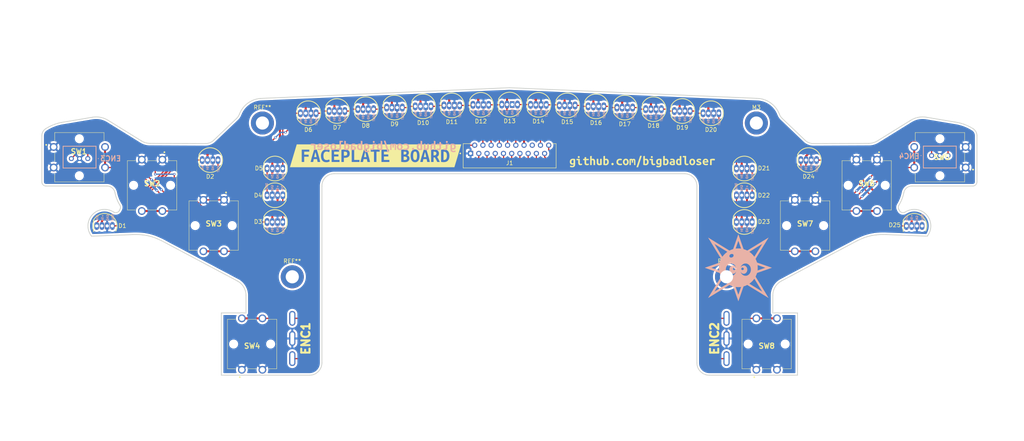
<source format=kicad_pcb>
(kicad_pcb (version 20241229) (generator "pcbnew") (generator_version "9.0")
  (layers (0 "F.Cu" signal) (2 "B.Cu" signal) (13 "F.Paste" user) (15 "B.Paste" user) (5 "F.SilkS" user "F.Silkscreen") (7 "B.SilkS" user "B.Silkscreen") (1 "F.Mask" user) (3 "B.Mask" user) (25 "Edge.Cuts" user))
  (net 0 "")
  (net 1 "Net-(D1-DOUT)")
  (net 2 "GND")
  (net 3 "+5V")
  (net 4 "/LED_DIN")
  (net 5 "Net-(D2-DOUT)")
  (net 6 "Net-(D3-DOUT)")
  (net 7 "Net-(D4-DOUT)")
  (net 8 "Net-(D5-DOUT)")
  (net 9 "Net-(D6-DOUT)")
  (net 10 "Net-(D7-DOUT)")
  (net 11 "Net-(D8-DOUT)")
  (net 12 "Net-(D10-DIN)")
  (net 13 "Net-(D10-DOUT)")
  (net 14 "Net-(D11-DOUT)")
  (net 15 "Net-(D12-DOUT)")
  (net 16 "Net-(D13-DOUT)")
  (net 18 "Net-(D14-DOUT)")
  (net 19 "Net-(D15-DOUT)")
  (net 20 "Net-(D16-DOUT)")
  (net 21 "Net-(D17-DOUT)")
  (net 22 "Net-(D18-DOUT)")
  (net 23 "Net-(D19-DOUT)")
  (net 24 "Net-(D20-DOUT)")
  (net 25 "Net-(D21-DOUT)")
  (net 26 "Net-(D22-DOUT)")
  (net 27 "Net-(D23-DOUT)")
  (net 28 "Net-(D24-DOUT)")
  (net 30 "/ENC1_B")
  (net 31 "/ENC1_A")
  (net 32 "/ENC2_A")
  (net 33 "/ENC2_B")
  (net 34 "/SW4_OUT")
  (net 35 "/SW3_OUT")
  (net 36 "/SW7_OUT")
  (net 37 "/SW5_OUT")
  (net 38 "/SW1_OUT")
  (net 39 "/SW8_OUT")
  (net 40 "/SW6_OUT")
  (net 41 "/SW2_OUT")
  (net 43 "/ENC4_B")
  (net 44 "/ENC4_A")
  (net 45 "/ENC3_B")
  (net 46 "/ENC3_A")
  (footprint "SamacSys_Parts:APA-106-F5" (layer "F.Cu") (at 78.346799 82.612221)
    (property "Reference" "D2")
    (property "Value" "APA-106")
  )
  (footprint "SamacSys_Parts:APA-106-F5" (layer "F.Cu") (at 123.176022 69.85062)
    (property "Reference" "D9")
    (property "Value" "APA-106")
  )
  (footprint "SamacSys_Parts:APA-106-F5" (layer "F.Cu") (at 94.102316 91.166877 180)
    (property "Reference" "D4")
    (property "Value" "APA-106")
  )
  (footprint "SamacSys_Parts:APA-106-F5" (layer "F.Cu") (at 102.214795 71.227189)
    (property "Reference" "D6")
    (property "Value" "APA-106")
  )
  (footprint "SamacSys_Parts:288T Encoder" (layer "F.Cu") (at 98.322079 125.994767 90)
    (property "Reference" "ENC1")
    (property "Value" "RotaryEncoder" (hide yes))
  )
  (footprint "SamacSys_Parts:APA-106-F5" (layer "F.Cu") (at 94.102316 97.666877)
    (property "Reference" "D3")
    (property "Value" "APA-106")
  )
  (footprint "SamacSys_Parts:SKQEACA010" (layer "F.Cu") (at 68.731432 88.75 -90)
    (property "Reference" "SW2")
    (property "Value" "SKQEACA010" (hide yes))
  )
  (footprint "MountingHole:MountingHole_3.2mm_M3_DIN965_Pad" (layer "F.Cu") (at 211.1657 73.6035)
    (property "Reference" "M3")
    (property "Value" "MountingHole_3.2mm_M3_DIN965_Pad")
  )
  (footprint "SamacSys_Parts:APA-106-F5" (layer "F.Cu") (at 208.2453 91.166877 180)
    (property "Reference" "D22")
    (property "Value" "APA-106")
  )
  (footprint "MountingHole:MountingHole_3.2mm_M3_DIN965_Pad" (layer "F.Cu") (at 98.322079 110.994767)
    (property "Reference" "REF**")
    (property "Value" "MountingHole_3.2mm_M3_DIN965_Pad")
  )
  (footprint "SamacSys_Parts:SKQEACA010" (layer "F.Cu") (at 84.057625 127.349853 90)
    (property "Reference" "SW4")
    (property "Value" "SKQEACA010" (hide yes))
  )
  (footprint "SamacSys_Parts:SKQEACA010" (layer "F.Cu") (at 83.711472 98.542433 -90)
    (property "Reference" "SW3")
    (property "Value" "SKQEACA010" (hide yes))
  )
  (footprint "SamacSys_Parts:APA-106-F5" (layer "F.Cu") (at 249.561396 98.627293)
    (property "Reference" "D25")
    (property "Value" "APA-106")
  )
  (footprint "SamacSys_Parts:APA-106-F5" (layer "F.Cu") (at 186.163671 70.23107)
    (property "Reference" "D18")
    (property "Value" "APA-106")
  )
  (footprint "SamacSys_Parts:APA-106-F5" (layer "F.Cu") (at 165.176834 69.325177)
    (property "Reference" "D15")
    (property "Value" "APA-106")
  )
  (footprint "SamacSys_Parts:APA-106-F5" (layer "F.Cu") (at 223.884634 82.612221)
    (property "Reference" "D24")
    (property "Value" "APA-106")
  )
  (footprint "SamacSys_Parts:APA-106-F5" (layer "F.Cu") (at 109.196576 70.689946)
    (property "Reference" "D7")
    (property "Value" "APA-106")
  )
  (footprint "SamacSys_Parts:APA-106-F5" (layer "F.Cu") (at 172.175688 69.548643)
    (property "Reference" "D16")
    (property "Value" "APA-106")
  )
  (footprint "SamacSys_Parts:APA-106-F5" (layer "F.Cu") (at 158.175914 69.18025)
    (property "Reference" "D14")
    (property "Value" "APA-106")
  )
  (footprint "SamacSys_Parts:APA-106-F5" (layer "F.Cu") (at 116.183945 70.23107)
    (property "Reference" "D8")
    (property "Value" "APA-106")
  )
  (footprint "SamacSys_Parts:APA-106-F5" (layer "F.Cu") (at 208.2453 84.666877)
    (property "Reference" "D21")
    (property "Value" "APA-106")
  )
  (footprint "SamacSys_Parts:APA-106-F5" (layer "F.Cu") (at 52.670037 98.627293)
    (property "Reference" "D1")
    (property "Value" "APA-106")
  )
  (footprint "SamacSys_Parts:APA-106-F5" (layer "F.Cu") (at 200.132821 71.227189)
    (property "Reference" "D20")
    (property "Value" "APA-106")
  )
  (footprint "SamacSys_Parts:SKQEACA010" (layer "F.Cu") (at 227.51996 98.542433 -90)
    (property "Reference" "SW7")
    (property "Value" "SKQEACA010" (hide yes))
  )
  (footprint "SamacSys_Parts:APA-106-F5" (layer "F.Cu") (at 208.2453 97.666877)
    (property "Reference" "D23")
    (property "Value" "APA-106")
  )
  (footprint "SamacSys_Parts:APA-106-F5" (layer "F.Cu") (at 144.171702 69.18025)
    (property "Reference" "D12")
    (property "Value" "APA-106")
  )
  (footprint "SamacSys_Parts:APA-106-F5" (layer "F.Cu") (at 130.135 69.548643)
    (property "Reference" "D10")
    (property "Value" "APA-106")
  )
  (footprint "SamacSys_Parts:APA-106-F5" (layer "F.Cu") (at 179.171594 69.85062)
    (property "Reference" "D17")
    (property "Value" "APA-106")
  )
  (footprint "SamacSys_Parts:288T Encoder" (layer "F.Cu") (at 203.909353 125.994767 90)
    (property "Reference" "ENC2")
    (property "Value" "RotaryEncoder" (hide yes))
  )
  (footprint "SamacSys_Parts:AMPHENOL_HLW20R-2C7LF" (layer "F.Cu") (at 151.173808 81.575)
    (property "Reference" "J1")
    (property "Value" "HLW20R-2C7LF")
  )
  (footprint "SamacSys_Parts:APA-106-F5" (layer "F.Cu") (at 193.15104 70.689946)
    (property "Reference" "D19")
    (property "Value" "APA-106")
  )
  (footprint "SamacSys_Parts:APA-106-F5" (layer "F.Cu") (at 137.115 69.325177)
    (property "Reference" "D11")
    (property "Value" "APA-106")
  )
  (footprint "kibuzzard-683248CA" (layer "F.Cu") (at 118.575 81.575)
    (property "Reference" "kibuzzard-683248CA" (hide yes))
    (property "Value" "G***" (hide yes))
  )
  (footprint "SamacSys_Parts:SKQEACA010" (layer "F.Cu") (at 255.804968 86.422467 180)
    (property "Reference" "SW5")
    (property "Value" "SKQEACA010" (hide yes))
  )
  (footprint "kibuzzard-683245A1" (layer "F.Cu") (at 183.45 82.975)
    (property "Reference" "kibuzzard-683245A1" (hide yes))
    (property "Value" "G***" (hide yes))
  )
  (footprint "SamacSys_Parts:SKQEACA010" (layer "F.Cu") (at 46.542648 77.422467)
    (property "Reference" "SW1")
    (property "Value" "SKQEACA010" (hide yes))
  )
  (footprint "MountingHole:MountingHole_3.2mm_M3_DIN965_Pad" (layer "F.Cu") (at 203.909353 110.994767)
    (property "Reference" "REF**")
    (property "Value" "MountingHole_3.2mm_M3_DIN965_Pad")
  )
  (footprint "SamacSys_Parts:SKQEACA010" (layer "F.Cu") (at 209.173808 127.349853 90)
    (property "Reference" "SW8")
    (property "Value" "SKQEACA010" (hide yes))
  )
  (footprint "SamacSys_Parts:SKQEACA010" (layer "F.Cu") (at 242.5 88.75 -90)
    (property "Reference" "SW6")
    (property "Value" "SKQEACA010" (hide yes))
  )
  (footprint "SamacSys_Parts:APA-106-F5" (layer "F.Cu") (at 94.102316 84.666877)
    (property "Reference" "D5")
    (property "Value" "APA-106")
  )
  (footprint "SamacSys_Parts:APA-106-F5" (layer "F.Cu") (at 151.173808 69.113882)
    (property "Reference" "D13")
    (property "Value" "APA-106")
  )
  (footprint "MountingHole:MountingHole_3.2mm_M3_DIN965_Pad" (layer "F.Cu") (at 91.0657 73.6034)
    (property "Reference" "REF**")
    (property "Value" "MountingHole_3.2mm_M3_DIN965_Pad")
  )
  (footprint "SamacSys_Parts:B03BPASKLFSN" (layer "B.Cu") (at 48.6 82.25)
    (property "Reference" "ENC3")
    (property "Value" "B03B-PASK_LF__SN_" (hide yes))
  )
  (footprint "SamacSys_Parts:B03BPASKLFSN" (layer "B.Cu") (at 253.775 81.525 180)
    (property "Reference" "ENC4")
    (property "Value" "B03B-PASK_LF__SN_" (hide yes))
  )
  (footprint "kibuzzard-683245A1" (layer "B.Cu") (at 120.429725 79.302423 180)
    (property "Reference" "kibuzzard-683245A1" (hide yes))
    (property "Value" "G***" (hide yes))
  )
  (gr_poly (pts (xy 206.789252 100.664633) (xy 206.78803 100.665376) (xy 206.78677 100.666504) (xy 206.785464 100.668025) (xy 206.784102 100.669946) (xy 206.781179 100.67502) (xy 206.777929 100.68179) (xy 206.774285 100.690317) (xy 206.765531 100.712889) (xy 206.754359 100.743233) (xy 206.739421 100.7835) (xy 206.724814 100.821947) (xy 206.712191 100.85411) (xy 206.70714 100.86644) (xy 206.703206 100.875525) (xy 206.680193 100.936296) (xy 206.643454 101.038905) (xy 206.601755 101.159042) (xy 206.563859 101.2724) (xy 206.519541 101.400503) (xy 206.489197 101.485968) (xy 206.458025 101.572261) (xy 206.42837 101.654888) (xy 206.402022 101.73057) (xy 206.381627 101.791038) (xy 206.369831 101.828025) (xy 206.365841 101.842002) (xy 206.359413 101.862117) (xy 206.340727 101.916881) (xy 206.316749 101.984542) (xy 206.290456 102.05733) (xy 206.229822 102.225782) (xy 206.199919 102.311331) (xy 206.175803 102.38365) (xy 206.035133 102.791108) (xy 205.968932 102.978466) (xy 205.94627 103.040705) (xy 205.93415 103.071567) (xy 205.920039 103.106845) (xy 205.896282 103.181948) (xy 205.867563 103.268461) (xy 205.834215 103.364565) (xy 205.796567 103.468442) (xy 205.771156 103.53908) (xy 205.749383 103.600954) (xy 205.733563 103.647283) (xy 205.728609 103.6625) (xy 205.726012 103.671289) (xy 205.715442 103.70452) (xy 205.695033 103.764168) (xy 205.636935 103.928816) (xy 205.576191 104.097433) (xy 205.537275 104.202219) (xy 205.5327 104.212284) (xy 205.528125 104.221391) (xy 205.523384 104.229655) (xy 205.518313 104.237194) (xy 205.512746 104.244122) (xy 205.506517 104.250557) (xy 205.499461 104.256615) (xy 205.491414 104.262412) (xy 205.482208 104.268064) (xy 205.47168 104.273687) (xy 205.459664 104.279399) (xy 205.445994 104.285315) (xy 205.430504 104.291551) (xy 205.413031 104.298223) (xy 205.371469 104.313344) (xy 205.342803 104.323652) (xy 205.315439 104.333298) (xy 205.26718 104.349945) (xy 205.23182 104.361962) (xy 205.214484 104.368025) (xy 205.186179 104.376162) (xy 205.14481 104.39079) (xy 205.092196 104.411123) (xy 205.030157 104.436376) (xy 204.885077 104.498498) (xy 204.724123 104.570872) (xy 204.708155 104.577959) (xy 204.69229 104.58457) (xy 204.676963 104.590561) (xy 204.662607 104.595787) (xy 204.649657 104.600104) (xy 204.643845 104.601876) (xy 204.638547 104.603366) (xy 204.633817 104.604557) (xy 204.62971 104.60543) (xy 204.62628 104.605967) (xy 204.623581 104.60615) (xy 204.620124 104.605621) (xy 204.61511 104.604069) (xy 204.600788 104.598102) (xy 204.581382 104.588662) (xy 204.557656 104.576164) (xy 204.530374 104.561019) (xy 204.500302 104.543642) (xy 204.468204 104.524446) (xy 204.434845 104.503845) (xy 204.304097 104.42491) (xy 204.252531 104.394207) (xy 204.21965 104.37508) (xy 204.195728 104.361465) (xy 204.168498 104.345535) (xy 204.154676 104.337219) (xy 204.141267 104.328944) (xy 204.128686 104.320916) (xy 204.117345 104.313344) (xy 204.093267 104.297076) (xy 204.070905 104.282421) (xy 204.049659 104.269006) (xy 204.02893 104.256459) (xy 204.008118 104.244408) (xy 203.986624 104.232481) (xy 203.963849 104.220306) (xy 203.939192 104.207511) (xy 203.933617 104.204166) (xy 203.928157 104.200765) (xy 203.922848 104.197333) (xy 203.917722 104.193896) (xy 203.912813 104.190479) (xy 203.908155 104.187109) (xy 203.903781 104.183811) (xy 203.899725 104.180612) (xy 203.89602 104.177536) (xy 203.892701 104.17461) (xy 203.889799 104.17186) (xy 203.88735 104.169312) (xy 203.886306 104.168121) (xy 203.885387 104.166991) (xy 203.884598 104.165924) (xy 203.883943 104.164923) (xy 203.883426 104.163992) (xy 203.883052 104.163134) (xy 203.882825 104.162352) (xy 203.882748 104.16165) (xy 203.882722 104.160844) (xy 203.882647 104.160079) (xy 203.882522 104.159355) (xy 203.882352 104.158673) (xy 203.882135 104.158032) (xy 203.881876 104.157433) (xy 203.881574 104.156875) (xy 203.881232 104.156358) (xy 203.880851 104.155883) (xy 203.880433 104.155449) (xy 203.879979 104.155056) (xy 203.879492 104.154705) (xy 203.878972 104.154395) (xy 203.878422 104.154126) (xy 203.877842 104.153898) (xy 203.877235 104.153712) (xy 203.876603 104.153568) (xy 203.875946 104.153464) (xy 203.875266 104.153402) (xy 203.874565 104.153382) (xy 203.873846 104.153402) (xy 203.873108 104.153465) (xy 203.872354 104.153568) (xy 203.871585 104.153713) (xy 203.870804 104.153899) (xy 203.870011 104.154126) (xy 203.869209 104.154395) (xy 203.868399 104.154705) (xy 203.867582 104.155056) (xy 203.86676 104.155449) (xy 203.865935 104.155883) (xy 203.865109 104.156359) (xy 203.864127 104.156834) (xy 203.863166 104.157268) (xy 203.862228 104.157661) (xy 203.861312 104.158012) (xy 203.860419 104.158322) (xy 203.859551 104.158591) (xy 203.858707 104.158818) (xy 203.857888 104.159004) (xy 203.857095 104.159149) (xy 203.856328 104.159252) (xy 203.855588 104.159314) (xy 203.854877 104.159335) (xy 203.854193 104.159314) (xy 203.853539 104.159252) (xy 203.852915 104.159149) (xy 203.852321 104.159004) (xy 203.851757 104.158818) (xy 203.851226 104.158591) (xy 203.850727 104.158322) (xy 203.85026 104.158012) (xy 203.849828 104.157661) (xy 203.849429 104.157268) (xy 203.849066 104.156834) (xy 203.848738 104.156358) (xy 203.848446 104.155842) (xy 203.848191 104.155284) (xy 203.847973 104.154684) (xy 203.847794 104.154043) (xy 203.847653 104.153361) (xy 203.847552 104.152638) (xy 203.847491 104.151873) (xy 203.84747 104.151067) (xy 203.847429 104.15023) (xy 203.847307 104.149374) (xy 203.847107 104.148501) (xy 203.846829 104.147611) (xy 203.846052 104.145792) (xy 203.84499 104.143929) (xy 203.843659 104.142034) (xy 203.842075 104.140122) (xy 203.840253 104.138204) (xy 203.83821 104.136294) (xy 203.835959 104.134405) (xy 203.833517 104.132549) (xy 203.8309 104.13074) (xy 203.828123 104.12899) (xy 203.8252 104.127313) (xy 203.822149 104.125721) (xy 203.818984 104.124227) (xy 203.81572 104.122844) (xy 203.810266 104.120986) (xy 203.804496 104.118731) (xy 203.798426 104.116093) (xy 203.792073 104.113088) (xy 203.78545 104.109731) (xy 203.778575 104.106039) (xy 203.764126 104.097709) (xy 203.74885 104.088221) (xy 203.732872 104.0777) (xy 203.716315 104.066269) (xy 203.699303 104.054053) (xy 203.665513 104.032776) (xy 203.600966 103.99364) (xy 203.441776 103.89883) (xy 203.432629 103.89348) (xy 203.423833 103.888109) (xy 203.415575 103.882862) (xy 203.408041 103.877884) (xy 203.401416 103.873319) (xy 203.395887 103.869313) (xy 203.393591 103.867564) (xy 203.391639 103.866009) (xy 203.390054 103.864666) (xy 203.388859 103.863552) (xy 203.387644 103.862439) (xy 203.386003 103.861096) (xy 203.381555 103.857792) (xy 203.375743 103.853786) (xy 203.368794 103.849221) (xy 203.360936 103.844243) (xy 203.352395 103.838996) (xy 203.3434 103.833625) (xy 203.334177 103.828274) (xy 203.308074 103.813943) (xy 203.269548 103.791674) (xy 203.163742 103.728615) (xy 203.033793 103.649681) (xy 202.896733 103.565455) (xy 202.874657 103.551282) (xy 202.853739 103.53806) (xy 202.834474 103.526078) (xy 202.817359 103.515626) (xy 202.802889 103.506992) (xy 202.791562 103.500467) (xy 202.783872 103.49634) (xy 202.781547 103.495266) (xy 202.780317 103.4949) (xy 202.777017 103.493139) (xy 202.768797 103.488092) (xy 202.739748 103.469544) (xy 202.646261 103.408469) (xy 202.619086 103.391423) (xy 202.592242 103.374955) (xy 202.56639 103.35948) (xy 202.542192 103.34541) (xy 202.520309 103.333159) (xy 202.501402 103.323141) (xy 202.493272 103.319098) (xy 202.486133 103.315768) (xy 202.48007 103.313203) (xy 202.475164 103.311455) (xy 202.47124 103.310073) (xy 202.467419 103.308582) (xy 202.463723 103.306998) (xy 202.460171 103.305337) (xy 202.456785 103.303613) (xy 202.453584 103.301844) (xy 202.45059 103.300043) (xy 202.447824 103.298226) (xy 202.445306 103.29641) (xy 202.444146 103.295506) (xy 202.443056 103.294609) (xy 202.442039 103.293719) (xy 202.441096 103.292839) (xy 202.440231 103.29197) (xy 202.439446 103.291116) (xy 202.438744 103.290276) (xy 202.438127 103.289454) (xy 202.437597 103.288652) (xy 202.437159 103.28787) (xy 202.436813 103.287112) (xy 202.436563 103.286379) (xy 202.436411 103.285674) (xy 202.436359 103.284997) (xy 202.436242 103.284284) (xy 202.435892 103.283472) (xy 202.434523 103.281562) (xy 202.432302 103.279296) (xy 202.429276 103.276701) (xy 202.425496 103.273807) (xy 202.421011 103.270642) (xy 202.410121 103.26361) (xy 202.396999 103.255834) (xy 202.382036 103.247542) (xy 202.365627 103.23896) (xy 202.348164 103.230317) (xy 202.339034 103.226001) (xy 202.330194 103.22167) (xy 202.321685 103.217349) (xy 202.313548 103.213064) (xy 202.305824 103.208841) (xy 202.298555 103.204706) (xy 202.291782 103.200685) (xy 202.285546 103.196803) (xy 202.279889 103.193086) (xy 202.274852 103.189561) (xy 202.270477 103.186253) (xy 202.266805 103.183188) (xy 202.265245 103.181754) (xy 202.263876 103.180391) (xy 202.262704 103.179102) (xy 202.261733 103.177889) (xy 202.260969 103.176757) (xy 202.260417 103.175707) (xy 202.260082 103.174745) (xy 202.259969 103.173872) (xy 202.259934 103.173211) (xy 202.259827 103.172551) (xy 202.259653 103.171893) (xy 202.259411 103.17124) (xy 202.259105 103.170592) (xy 202.258737 103.16995) (xy 202.25782 103.16869) (xy 202.256675 103.167473) (xy 202.255319 103.166306) (xy 202.253766 103.165202) (xy 202.252032 103.164171) (xy 202.250133 103.163221) (xy 202.248084 103.162365) (xy 202.245901 103.161613) (xy 202.243599 103.160974) (xy 202.241193 103.160459) (xy 202.2387 103.160078) (xy 202.236135 103.159842) (xy 202.233512 103.159761) (xy 202.232195 103.159735) (xy 202.23089 103.15966) (xy 202.229599 103.159536) (xy 202.228324 103.159365) (xy 202.227067 103.159149) (xy 202.22583 103.158889) (xy 202.224616 103.158587) (xy 202.223425 103.158245) (xy 202.22226 103.157864) (xy 202.221123 103.157446) (xy 202.220015 103.156993) (xy 202.218939 103.156505) (xy 202.217897 103.155986) (xy 202.21689 103.155435) (xy 202.215921 103.154856) (xy 202.214991 103.154249) (xy 202.214103 103.153616) (xy 202.213257 103.152959) (xy 202.212457 103.15228) (xy 202.211704 103.151579) (xy 202.211001 103.150859) (xy 202.210348 103.150121) (xy 202.209748 103.149367) (xy 202.209203 103.148599) (xy 202.208715 103.147818) (xy 202.208286 103.147025) (xy 202.207917 103.146223) (xy 202.207612 103.145412) (xy 202.20737 103.144595) (xy 202.207196 103.143774) (xy 202.207089 103.142949) (xy 202.207053 103.142122) (xy 202.207028 103.14114) (xy 202.206952 103.14018) (xy 202.206827 103.139241) (xy 202.206654 103.138326) (xy 202.206434 103.137433) (xy 202.20617 103.136564) (xy 202.205861 103.13572) (xy 202.20551 103.134901) (xy 202.205117 103.134108) (xy 202.204685 103.133341) (xy 202.204214 103.132602) (xy 202.203705 103.13189) (xy 202.20316 103.131207) (xy 202.20258 103.130552) (xy 202.201966 103.129928) (xy 202.201321 103.129334) (xy 202.200644 103.128771) (xy 202.199937 103.128239) (xy 202.199203 103.12774) (xy 202.198441 103.127274) (xy 202.197653 103.126841) (xy 202.19684 103.126443) (xy 202.196005 103.126079) (xy 202.195147 103.125751) (xy 202.194269 103.125459) (xy 202.193371 103.125204) (xy 202.192455 103.124987) (xy 202.191523 103.124807) (xy 202.190575 103.124666) (xy 202.189612 103.124565) (xy 202.188637 103.124504) (xy 202.18765 103.124483) (xy 202.185058 103.124076) (xy 202.181298 103.122881) (xy 202.170563 103.118282) (xy 202.156024 103.110996) (xy 202.138261 103.101332) (xy 202.117853 103.089602) (xy 202.095377 103.076114) (xy 202.071413 103.06118) (xy 202.046539 103.045108) (xy 202.021827 103.029037) (xy 201.998335 103.014102) (xy 201.976621 103.000615) (xy 201.957242 102.988884) (xy 201.940757 102.979221) (xy 201.927724 102.971934) (xy 201.922677 102.96928) (xy 201.918701 102.967335) (xy 201.915868 102.96614) (xy 201.914246 102.965733) (xy 201.912625 102.965326) (xy 201.909792 102.964131) (xy 201.90077 102.959532) (xy 201.887738 102.952246) (xy 201.871253 102.942582) (xy 201.851875 102.930852) (xy 201.83016 102.917364) (xy 201.806668 102.90243) (xy 201.781956 102.886358) (xy 201.757086 102.870287) (xy 201.733146 102.855353) (xy 201.710735 102.841865) (xy 201.690454 102.830134) (xy 201.672901 102.820471) (xy 201.665336 102.816511) (xy 201.658677 102.813185) (xy 201.653 102.81053) (xy 201.64838 102.808585) (xy 201.644891 102.80739) (xy 201.642609 102.806983) (xy 201.641628 102.806963) (xy 201.640667 102.806902) (xy 201.639728 102.806803) (xy 201.638812 102.806666) (xy 201.63792 102.806493) (xy 201.637051 102.806286) (xy 201.636207 102.806044) (xy 201.635388 102.805771) (xy 201.634595 102.805466) (xy 201.633828 102.805132) (xy 201.633088 102.804769) (xy 201.632377 102.804379) (xy 201.631693 102.803963) (xy 201.631039 102.803523) (xy 201.630415 102.803059) (xy 201.629821 102.802573) (xy 201.629257 102.802067) (xy 201.628726 102.801542) (xy 201.628227 102.800998) (xy 201.62776 102.800438) (xy 201.627328 102.799862) (xy 201.626929 102.799271) (xy 201.626566 102.798668) (xy 201.626238 102.798054) (xy 201.625946 102.797428) (xy 201.625691 102.796794) (xy 201.625474 102.796153) (xy 201.625294 102.795504) (xy 201.625153 102.794851) (xy 201.625052 102.794193) (xy 201.624991 102.793534) (xy 201.62497 102.792872) (xy 201.624873 102.79216) (xy 201.624584 102.791348) (xy 201.623448 102.789441) (xy 201.621598 102.787183) (xy 201.619072 102.784604) (xy 201.615905 102.781736) (xy 201.612134 102.778609) (xy 201.607794 102.775255) (xy 201.602922 102.771705) (xy 201.591725 102.76414) (xy 201.578834 102.756161) (xy 201.564537 102.748017) (xy 201.556951 102.74396) (xy 201.549123 102.739956) (xy 201.527428 102.72853) (xy 201.506694 102.717421) (xy 201.486972 102.706659) (xy 201.468315 102.696272) (xy 201.450774 102.686287) (xy 201.434402 102.676735) (xy 201.419248 102.667642) (xy 201.405366 102.659037) (xy 201.392807 102.650949) (xy 201.381623 102.643406) (xy 201.371865 102.636437) (xy 201.363584 102.63007) (xy 201.356834 102.624334) (xy 201.351664 102.619256) (xy 201.349689 102.616973) (xy 201.348128 102.614866) (xy 201.346988 102.612937) (xy 201.346276 102.611191) (xy 201.345925 102.61038) (xy 201.345534 102.609601) (xy 201.345105 102.608854) (xy 201.34464 102.608142) (xy 201.344139 102.607465) (xy 201.343606 102.606823) (xy 201.34304 102.606218) (xy 201.342445 102.605651) (xy 201.341821 102.605123) (xy 201.341171 102.604635) (xy 201.340495 102.604187) (xy 201.339795 102.603781) (xy 201.339074 102.603417) (xy 201.338332 102.603098) (xy 201.337572 102.602822) (xy 201.336794 102.602592) (xy 201.336001 102.602409) (xy 201.335194 102.602273) (xy 201.334375 102.602186) (xy 201.333545 102.602148) (xy 201.332706 102.602161) (xy 201.33186 102.602224) (xy 201.331008 102.60234) (xy 201.330152 102.60251) (xy 201.329293 102.602734) (xy 201.328433 102.603012) (xy 201.327574 102.603347) (xy 201.326717 102.60374) (xy 201.325864 102.60419) (xy 201.325016 102.6047) (xy 201.324175 102.605269) (xy 201.323344 102.6059) (xy 201.322522 102.60637) (xy 201.321712 102.606789) (xy 201.320914 102.607158) (xy 201.320129 102.607477) (xy 201.319359 102.607748) (xy 201.318604 102.607969) (xy 201.317865 102.608143) (xy 201.317143 102.60827) (xy 201.316439 102.60835) (xy 201.315754 102.608384) (xy 201.315089 102.608374) (xy 201.314445 102.608318) (xy 201.313824 102.608219) (xy 201.313225 102.608076) (xy 201.31265 102.607891) (xy 201.3121 102.607664) (xy 201.311575 102.607395) (xy 201.311078 102.607086) (xy 201.310608 102.606737) (xy 201.310167 102.606348) (xy 201.309756 102.60592) (xy 201.309375 102.605455) (xy 201.309026 102.604952) (xy 201.30871 102.604412) (xy 201.308427 102.603836) (xy 201.308179 102.603224) (xy 201.307966 102.602578) (xy 201.30779 102.601897) (xy 201.307652 102.601183) (xy 201.307551 102.600435) (xy 201.307491 102.599656) (xy 201.30747 102.598845) (xy 201.307429 102.598008) (xy 201.307307 102.597152) (xy 201.307107 102.596278) (xy 201.306829 102.595389) (xy 201.306051 102.59357) (xy 201.304989 102.591706) (xy 201.303659 102.589812) (xy 201.302075 102.5879) (xy 201.300253 102.585982) (xy 201.298209 102.584072) (xy 201.295959 102.582183) (xy 201.293517 102.580327) (xy 201.2909 102.578518) (xy 201.288122 102.576768) (xy 201.2852 102.575091) (xy 201.282148 102.573499) (xy 201.278983 102.572005) (xy 201.27572 102.570622) (xy 201.269414 102.568339) (xy 201.262483 102.565503) (xy 201.255046 102.562181) (xy 201.247221 102.55844) (xy 201.239128 102.554348) (xy 201.230885 102.549972) (xy 201.222611 102.545379) (xy 201.214424 102.540636) (xy 201.206445 102.53581) (xy 201.19879 102.530969) (xy 201.191581 102.526179) (xy 201.184934 102.521508) (xy 201.17897 102.517024) (xy 201.173807 102.512792) (xy 201.169563 102.508881) (xy 201.166358 102.505358) (xy 201.165021 102.503873) (xy 201.16302 102.502078) (xy 201.157181 102.497641) (xy 201.149151 102.492212) (xy 201.139239 102.485955) (xy 201.127757 102.479038) (xy 201.115013 102.471624) (xy 201.101319 102.463879) (xy 201.086984 102.455969) (xy 201.048784 102.434472) (xy 200.997025 102.404375) (xy 200.938652 102.369649) (xy 200.880608 102.334261) (xy 200.744569 102.251358) (xy 200.607206 102.168455) (xy 200.579122 102.151988) (xy 200.552195 102.135934) (xy 200.527087 102.120706) (xy 200.504459 102.106719) (xy 200.484974 102.094386) (xy 200.469292 102.084119) (xy 200.458075 102.076333) (xy 200.454348 102.0735) (xy 200.451984 102.071441) (xy 200.446027 102.067025) (xy 200.436412 102.060582) (xy 200.408107 102.042778) (xy 200.370872 102.020344) (xy 200.328512 101.995594) (xy 200.277249 101.965305) (xy 200.216064 101.927905) (xy 200.152895 101.88819) (xy 200.095678 101.850955) (xy 200.069568 101.83415) (xy 200.044553 101.818379) (xy 200.021233 101.804013) (xy 200.000207 101.791424) (xy 199.982076 101.780986) (xy 199.967437 101.773069) (xy 199.961615 101.770172) (xy 199.956892 101.768046) (xy 199.953341 101.766736) (xy 199.952029 101.766402) (xy 199.951038 101.766289) (xy 199.949265 101.766167) (xy 199.947269 101.76581) (xy 199.945078 101.765231) (xy 199.942715 101.764442) (xy 199.940208 101.763457) (xy 199.937582 101.762289) (xy 199.934863 101.76095) (xy 199.932077 101.759454) (xy 199.92925 101.757812) (xy 199.926407 101.756039) (xy 199.923574 101.754148) (xy 199.920778 101.75215) (xy 199.918043 101.750059) (xy 199.915396 101.747889) (xy 199.912863 101.745651) (xy 199.91047 101.743359) (xy 199.897779 101.732634) (xy 199.877652 101.718089) (xy 199.819575 101.680106) (xy 199.745209 101.634559) (xy 199.663525 101.586593) (xy 199.583496 101.541355) (xy 199.514091 101.503993) (xy 199.486176 101.489873) (xy 199.464282 101.479653) (xy 199.449529 101.473975) (xy 199.445182 101.47304) (xy 199.44304 101.473483) (xy 199.442404 101.474154) (xy 199.44182 101.474845) (xy 199.441288 101.475554) (xy 199.440807 101.47628) (xy 199.440378 101.477022) (xy 199.440001 101.477777) (xy 199.439675 101.478546) (xy 199.439401 101.479326) (xy 199.439179 101.480116) (xy 199.439008 101.480916) (xy 199.438889 101.481723) (xy 199.438822 101.482537) (xy 199.438807 101.483355) (xy 199.438843 101.484178) (xy 199.438931 101.485004) (xy 199.43907 101.48583) (xy 199.439261 101.486657) (xy 199.439504 101.487482) (xy 199.439799 101.488305) (xy 199.440145 101.489124) (xy 199.440543 101.489937) (xy 199.440993 101.490745) (xy 199.441494 101.491544) (xy 199.442047 101.492334) (xy 199.442651 101.493115) (xy 199.443308 101.493883) (xy 199.444015 101.494639) (xy 199.444775 101.49538) (xy 199.445586 101.496106) (xy 199.446449 101.496815) (xy 199.447364 101.497506) (xy 199.44833 101.498178) (xy 199.450455 101.499804) (xy 199.452844 101.502012) (xy 199.45547 101.504763) (xy 199.458308 101.508017) (xy 199.461332 101.511736) (xy 199.464516 101.515882) (xy 199.471261 101.525297) (xy 199.478338 101.535953) (xy 199.485538 101.547539) (xy 199.492655 101.559745) (xy 199.499484 101.572261) (xy 199.506932 101.58702) (xy 199.517068 101.605664) (xy 199.529436 101.627451) (xy 199.543581 101.651636) (xy 199.575386 101.704222) (xy 199.608845 101.75747) (xy 199.680196 101.86949) (xy 199.742101 101.967372) (xy 199.794539 102.051033) (xy 199.837489 102.12039) (xy 199.870931 102.175359) (xy 199.894843 102.21586) (xy 199.909206 102.241808) (xy 199.912799 102.249299) (xy 199.913998 102.253122) (xy 199.914201 102.254708) (xy 199.9148 102.256798) (xy 199.915777 102.259358) (xy 199.917112 102.262355) (xy 199.920788 102.269524) (xy 199.925683 102.278037) (xy 199.931654 102.287625) (xy 199.938554 102.298019) (xy 199.94624 102.30895) (xy 199.954566 102.320149) (xy 199.964092 102.333268) (xy 199.97521 102.349695) (xy 199.987526 102.368767) (xy 200.000648 102.389823) (xy 200.014184 102.412203) (xy 200.027741 102.435244) (xy 200.040925 102.458285) (xy 200.053344 102.480664) (xy 200.065784 102.502085) (xy 200.077791 102.522391) (xy 200.089094 102.541125) (xy 200.099426 102.557834) (xy 200.108518 102.572062) (xy 200.116101 102.583355) (xy 200.119242 102.587759) (xy 200.121906 102.591258) (xy 200.124058 102.593797) (xy 200.125665 102.595317) (xy 200.12723 102.596756) (xy 200.129261 102.599058) (xy 200.134594 102.606065) (xy 200.141415 102.615966) (xy 200.149477 102.628389) (xy 200.158531 102.642962) (xy 200.168328 102.659313) (xy 200.178622 102.677069) (xy 200.189164 102.695859) (xy 200.220859 102.752637) (xy 200.252554 102.808113) (xy 200.284414 102.862638) (xy 200.316605 102.916565) (xy 200.382641 103.024024) (xy 200.451984 103.133303) (xy 200.492499 103.19581) (xy 200.534005 103.261625) (xy 200.571543 103.32281) (xy 200.587273 103.349186) (xy 200.60015 103.371428) (xy 200.661446 103.475415) (xy 200.686471 103.517248) (xy 200.709512 103.555093) (xy 200.731891 103.591035) (xy 200.754932 103.627164) (xy 200.779957 103.665566) (xy 200.808289 103.70833) (xy 200.837256 103.755266) (xy 200.850116 103.77645) (xy 200.861427 103.795422) (xy 200.870835 103.811666) (xy 200.87799 103.824664) (xy 200.880613 103.829785) (xy 200.882541 103.833901) (xy 200.88373 103.836947) (xy 200.884034 103.838048) (xy 200.884136 103.838858) (xy 200.88434 103.840755) (xy 200.884939 103.843116) (xy 200.885915 103.845912) (xy 200.887251 103.849111) (xy 200.888927 103.852682) (xy 200.890927 103.856594) (xy 200.895822 103.865317) (xy 200.901793 103.875032) (xy 200.908693 103.885491) (xy 200.916379 103.896446) (xy 200.924706 103.907649) (xy 200.93327 103.91917) (xy 200.941628 103.931021) (xy 200.949572 103.942872) (xy 200.956896 103.954393) (xy 200.963394 103.965252) (xy 200.966268 103.97033) (xy 200.968858 103.975118) (xy 200.971138 103.979576) (xy 200.973082 103.983662) (xy 200.974664 103.987335) (xy 200.975858 103.990552) (xy 200.979589 103.998459) (xy 200.986525 104.01114) (xy 201.00827 104.048099) (xy 201.037622 104.095973) (xy 201.071108 104.149302) (xy 201.104126 104.199019) (xy 201.130199 104.238792) (xy 201.150979 104.271249) (xy 201.168122 104.299013) (xy 201.183281 104.32471) (xy 201.198109 104.350965) (xy 201.233387 104.41565) (xy 201.243226 104.433141) (xy 201.255215 104.453381) (xy 201.268857 104.475646) (xy 201.283657 104.499214) (xy 201.314746 104.547363) (xy 201.344511 104.592039) (xy 201.358102 104.612961) (xy 201.370887 104.633077) (xy 201.382555 104.651911) (xy 201.392798 104.668988) (xy 201.401304 104.683833) (xy 201.404809 104.69027) (xy 201.407764 104.69597) (xy 201.410129 104.700875) (xy 201.411867 104.704924) (xy 201.412938 104.708058) (xy 201.413211 104.709264) (xy 201.413303 104.710219) (xy 201.413425 104.711992) (xy 201.413779 104.713988) (xy 201.41435 104.71618) (xy 201.415122 104.718542) (xy 201.416081 104.72105) (xy 201.41721 104.723676) (xy 201.418494 104.726395) (xy 201.419918 104.729181) (xy 201.421466 104.732009) (xy 201.423122 104.734852) (xy 201.424871 104.737684) (xy 201.426698 104.740481) (xy 201.428587 104.743216) (xy 201.430522 104.745862) (xy 201.432489 104.748396) (xy 201.43447 104.750789) (xy 201.440749 104.757602) (xy 201.446993 104.764776) (xy 201.45317 104.772261) (xy 201.459247 104.780004) (xy 201.465189 104.787953) (xy 201.470964 104.796058) (xy 201.476537 104.804266) (xy 201.481874 104.812525) (xy 201.486943 104.820785) (xy 201.49171 104.828993) (xy 201.496141 104.837097) (xy 201.500202 104.845047) (xy 201.503861 104.85279) (xy 201.507082 104.860274) (xy 201.509834 104.867449) (xy 201.512081 104.874261) (xy 201.513443 104.877525) (xy 201.514875 104.88069) (xy 201.516364 104.883741) (xy 201.517896 104.886664) (xy 201.51946 104.889441) (xy 201.521042 104.892058) (xy 201.522628 104.8945) (xy 201.524207 104.896751) (xy 201.525766 104.898794) (xy 201.52729 104.900616) (xy 201.528036 104.901439) (xy 201.528769 104.9022) (xy 201.529486 104.902898) (xy 201.530188 104.903531) (xy 201.530871 104.904096) (xy 201.531534 104.904592) (xy 201.532176 104.905018) (xy 201.532795 104.90537) (xy 201.53339 104.905648) (xy 201.533959 104.905848) (xy 201.534499 104.90597) (xy 201.535011 104.906011) (xy 201.535723 104.906119) (xy 201.536536 104.906438) (xy 201.538449 104.907689) (xy 201.540724 104.90972) (xy 201.543334 104.912488) (xy 201.546255 104.915948) (xy 201.54946 104.920057) (xy 201.556619 104.930044) (xy 201.564604 104.942098) (xy 201.57321 104.955868) (xy 201.58223 104.971002) (xy 201.591456 104.98715) (xy 201.609691 105.021601) (xy 201.625217 105.050429) (xy 201.638801 105.074958) (xy 201.651207 105.096511) (xy 201.6632 105.11641) (xy 201.675544 105.135978) (xy 201.689004 105.156538) (xy 201.704345 105.179414) (xy 201.712417 105.191179) (xy 201.720633 105.20375) (xy 201.728809 105.216776) (xy 201.736756 105.229905) (xy 201.74429 105.242786) (xy 201.751225 105.255068) (xy 201.757375 105.266399) (xy 201.762553 105.276428) (xy 201.767901 105.287581) (xy 201.773343 105.298521) (xy 201.778847 105.309197) (xy 201.784381 105.31956) (xy 201.789916 105.329561) (xy 201.795419 105.339152) (xy 201.800861 105.348283) (xy 201.806209 105.356905) (xy 201.811434 105.364968) (xy 201.816503 105.372425) (xy 201.821387 105.379225) (xy 201.826053 105.38532) (xy 201.830471 105.39066) (xy 201.83461 105.395197) (xy 201.838439 105.398881) (xy 201.841927 105.401663) (xy 201.847974 105.406955) (xy 201.854579 105.414231) (xy 201.862299 105.424484) (xy 201.871694 105.438705) (xy 201.883321 105.457888) (xy 201.897739 105.483023) (xy 201.915505 105.515104) (xy 201.937179 105.555122) (xy 201.957243 105.588967) (xy 201.981275 105.628764) (xy 201.993953 105.649242) (xy 202.006632 105.669223) (xy 202.018979 105.688048) (xy 202.030665 105.705053) (xy 202.041041 105.721524) (xy 202.050839 105.737602) (xy 202.05981 105.752895) (xy 202.067706 105.767009) (xy 202.071173 105.773502) (xy 202.074279 105.779553) (xy 202.076992 105.785113) (xy 202.079281 105.790132) (xy 202.081116 105.794563) (xy 202.082465 105.798356) (xy 202.083297 105.801461) (xy 202.083509 105.80274) (xy 202.083581 105.80383) (xy 202.083601 105.804817) (xy 202.083663 105.805792) (xy 202.083764 105.806754) (xy 202.083905 105.807702) (xy 202.084084 105.808635) (xy 202.084302 105.809551) (xy 202.084557 105.810448) (xy 202.084849 105.811327) (xy 202.085177 105.812184) (xy 202.08554 105.81302) (xy 202.085939 105.813833) (xy 202.086371 105.81462) (xy 202.086838 105.815382) (xy 202.087337 105.816117) (xy 202.087868 105.816824) (xy 202.088432 105.817501) (xy 202.089026 105.818146) (xy 202.08965 105.81876) (xy 202.090305 105.81934) (xy 202.090988 105.819885) (xy 202.0917 105.820393) (xy 202.092439 105.820865) (xy 202.093206 105.821297) (xy 202.093999 105.82169) (xy 202.094818 105.822041) (xy 202.095662 105.82235) (xy 202.096531 105.822614) (xy 202.097423 105.822834) (xy 202.098339 105.823006) (xy 202.099278 105.823132) (xy 202.100238 105.823208) (xy 202.10122 105.823233) (xy 202.102047 105.823254) (xy 202.102872 105.823315) (xy 202.103693 105.823415) (xy 202.10451 105.823554) (xy 202.105321 105.82373) (xy 202.106123 105.823942) (xy 202.106916 105.824191) (xy 202.107697 105.824473) (xy 202.108465 105.82479) (xy 202.109219 105.825139) (xy 202.109957 105.825519) (xy 202.110677 105.825931) (xy 202.111378 105.826372) (xy 202.112057 105.826841) (xy 202.112714 105.827339) (xy 202.113347 105.827863) (xy 202.113954 105.828413) (xy 202.114533 105.828988) (xy 202.115084 105.829587) (xy 202.115603 105.830209) (xy 202.116091 105.830853) (xy 202.116544 105.831518) (xy 202.116962 105.832203) (xy 202.117343 105.832907) (xy 202.117685 105.833629) (xy 202.117987 105.834368) (xy 202.118247 105.835123) (xy 202.118463 105.835893) (xy 202.118634 105.836678) (xy 202.118758 105.837476) (xy 202.118834 105.838286) (xy 202.118859 105.839108) (xy 202.119408 105.841904) (xy 202.121019 105.846263) (xy 202.12721 105.85931) (xy 202.136997 105.877524) (xy 202.149947 105.900183) (xy 202.165626 105.926562) (xy 202.183599 105.955938) (xy 202.203433 105.987589) (xy 202.224693 106.020789) (xy 202.245952 106.053986) (xy 202.265785 106.085612) (xy 202.283759 106.114922) (xy 202.299437 106.141174) (xy 202.312387 106.163622) (xy 202.322175 106.181523) (xy 202.325747 106.188535) (xy 202.328366 106.194132) (xy 202.329977 106.198219) (xy 202.330526 106.200705) (xy 202.330851 106.202783) (xy 202.331804 106.205676) (xy 202.333351 106.209328) (xy 202.335459 106.213686) (xy 202.341223 106.224301) (xy 202.348826 106.237085) (xy 202.358 106.251607) (xy 202.368476 106.26743) (xy 202.379987 106.284121) (xy 202.392262 106.301247) (xy 202.404536 106.318793) (xy 202.416046 106.33545) (xy 202.426522 106.350825) (xy 202.435697 106.364527) (xy 202.4433 106.376161) (xy 202.449064 106.385335) (xy 202.451172 106.388877) (xy 202.452719 106.391657) (xy 202.453672 106.393625) (xy 202.453915 106.39429) (xy 202.453997 106.394733) (xy 202.454383 106.396314) (xy 202.455513 106.399029) (xy 202.45984 106.407604) (xy 202.466648 106.419941) (xy 202.475605 106.435523) (xy 202.498646 106.474356) (xy 202.526316 106.51997) (xy 202.600401 106.636386) (xy 202.55454 106.728108) (xy 202.522769 106.794746) (xy 202.494512 106.855411) (xy 202.469149 106.91157) (xy 202.44606 106.96469) (xy 202.424625 107.016239) (xy 202.404223 107.067685) (xy 202.384234 107.120495) (xy 202.364039 107.176137) (xy 202.341633 107.238892) (xy 202.321045 107.29586) (xy 202.295248 107.366636) (xy 202.291796 107.374922) (xy 202.288137 107.384964) (xy 202.284395 107.396371) (xy 202.280695 107.408749) (xy 202.277161 107.421706) (xy 202.273915 107.434849) (xy 202.271083 107.447785) (xy 202.268789 107.460122) (xy 202.267324 107.466942) (xy 202.265582 107.473506) (xy 202.263576 107.479807) (xy 202.26132 107.485836) (xy 202.258826 107.491586) (xy 202.256108 107.49705) (xy 202.253177 107.502219) (xy 202.250048 107.507085) (xy 202.246733 107.511642) (xy 202.243244 107.515881) (xy 202.239596 107.519794) (xy 202.237715 107.521626) (xy 202.2358 107.523374) (xy 202.23385 107.525036) (xy 202.231869 107.526613) (xy 202.229858 107.528102) (xy 202.227817 107.529503) (xy 202.22575 107.530815) (xy 202.223657 107.532036) (xy 202.22154 107.533167) (xy 202.219401 107.534205) (xy 202.196691 107.54319) (xy 202.163397 107.555813) (xy 202.083581 107.585357) (xy 201.943131 107.635629) (xy 201.927294 107.641169) (xy 201.916149 107.64489) (xy 201.911865 107.646223) (xy 201.908188 107.647287) (xy 201.904929 107.648145) (xy 201.901901 107.648858) (xy 201.900578 107.6495) (xy 201.899262 107.650106) (xy 201.896664 107.651229) (xy 201.891758 107.653268) (xy 201.890622 107.653765) (xy 201.889532 107.654267) (xy 201.888495 107.65478) (xy 201.887514 107.655308) (xy 201.886595 107.655856) (xy 201.885743 107.656431) (xy 201.884963 107.657036) (xy 201.884261 107.657678) (xy 201.883789 107.658029) (xy 201.883045 107.658418) (xy 201.880816 107.659304) (xy 201.877719 107.660313) (xy 201.873898 107.661426) (xy 201.864665 107.663879) (xy 201.854275 107.666498) (xy 201.826852 107.675262) (xy 201.771152 107.694279) (xy 201.607331 107.751164) (xy 201.325109 107.851706) (xy 201.299174 107.860111) (xy 201.273735 107.868682) (xy 201.251935 107.876262) (xy 201.236915 107.881692) (xy 201.225312 107.885908) (xy 201.212882 107.89029) (xy 201.201444 107.894341) (xy 201.196665 107.896088) (xy 201.192817 107.897566) (xy 201.184862 107.899744) (xy 201.169528 107.904732) (xy 201.120277 107.92182) (xy 200.972331 107.975178) (xy 200.883255 108.00701) (xy 200.79021 108.039339) (xy 200.637193 108.091594) (xy 200.583862 108.108819) (xy 200.535989 108.124888) (xy 200.515804 108.131919) (xy 200.49903 108.137979) (xy 200.486348 108.14284) (xy 200.478442 108.146275) (xy 200.443165 108.160386) (xy 200.437405 108.162343) (xy 200.433398 108.163766) (xy 200.428833 108.165457) (xy 200.423855 108.167397) (xy 200.418608 108.169564) (xy 200.413237 108.171937) (xy 200.407887 108.174497) (xy 200.35034 108.194561) (xy 200.249137 108.229177) (xy 200.179739 108.25197) (xy 200.088182 108.283197) (xy 199.986703 108.318723) (xy 199.887539 108.354414) (xy 199.700236 108.420973) (xy 199.495074 108.492659) (xy 199.234901 108.581955) (xy 199.226739 108.58437) (xy 199.216573 108.587715) (xy 199.188819 108.59761) (xy 199.093789 108.633108) (xy 199.082744 108.637566) (xy 199.072236 108.641652) (xy 199.062473 108.645325) (xy 199.053661 108.648543) (xy 199.039715 108.653448) (xy 199.032053 108.656039) (xy 199.022445 108.658227) (xy 199.004796 108.663287) (xy 198.94893 108.680953) (xy 198.871567 108.706888) (xy 198.779818 108.738942) (xy 198.767715 108.743277) (xy 198.755922 108.747665) (xy 198.744502 108.752073) (xy 198.733515 108.756471) (xy 198.723025 108.760827) (xy 198.713092 108.765111) (xy 198.70378 108.769291) (xy 198.69515 108.773338) (xy 198.687264 108.777219) (xy 198.680185 108.780903) (xy 198.673973 108.78436) (xy 198.668692 108.787559) (xy 198.664403 108.790468) (xy 198.661168 108.793057) (xy 198.659965 108.794222) (xy 198.65905 108.795295) (xy 198.658428 108.796272) (xy 198.658109 108.79715) (xy 198.659297 108.800432) (xy 198.662812 108.804305) (xy 198.668585 108.808742) (xy 198.676547 108.813714) (xy 198.698758 108.825148) (xy 198.728885 108.838381) (xy 198.766371 108.853184) (xy 198.810657 108.869331) (xy 198.861187 108.886595) (xy 198.9174 108.904747) (xy 198.926321 108.907451) (xy 198.935184 108.910256) (xy 198.952513 108.916074) (xy 198.968932 108.922017) (xy 198.983987 108.927898) (xy 198.990861 108.930757) (xy 198.997223 108.933531) (xy 199.003017 108.936196) (xy 199.008186 108.93873) (xy 199.012672 108.941108) (xy 199.016419 108.943308) (xy 199.019371 108.945307) (xy 199.02147 108.947081) (xy 199.023596 108.948712) (xy 199.02599 108.950295) (xy 199.028632 108.951821) (xy 199.031502 108.953282) (xy 199.034579 108.954671) (xy 199.037841 108.955979) (xy 199.041269 108.9572) (xy 199.044842 108.958325) (xy 199.048538 108.959347) (xy 199.052338 108.960258) (xy 199.056221 108.96105) (xy 199.060165 108.961715) (xy 199.064151 108.962246) (xy 199.068158 108.962635) (xy 199.072164 108.962874) (xy 199.07615 108.962955) (xy 199.080135 108.963036) (xy 199.084139 108.963272) (xy 199.088138 108.963653) (xy 199.092108 108.964168) (xy 199.096026 108.964807) (xy 199.09987 108.96556) (xy 199.103615 108.966416) (xy 199.107239 108.967365) (xy 199.110718 108.968397) (xy 199.114029 108.969501) (xy 199.117149 108.970667) (xy 199.120055 108.971885) (xy 199.122723 108.973144) (xy 199.125129 108.974434) (xy 199.127252 108.975745) (xy 199.129067 108.977067) (xy 199.131701 108.978902) (xy 199.135582 108.981084) (xy 199.146789 108.986382) (xy 199.162088 108.992756) (xy 199.180881 108.999997) (xy 199.202568 109.0079) (xy 199.226549 109.016258) (xy 199.252225 109.024864) (xy 199.278997 109.033511) (xy 199.30592 109.041655) (xy 199.331996 109.050047) (xy 199.356543 109.058439) (xy 199.378878 109.066583) (xy 199.398318 109.074232) (xy 199.40674 109.077792) (xy 199.414183 109.081136) (xy 199.420561 109.084231) (xy 199.42579 109.087048) (xy 199.429783 109.089554) (xy 199.432456 109.09172) (xy 199.434748 109.09331) (xy 199.436986 109.094768) (xy 199.439157 109.096087) (xy 199.440213 109.096692) (xy 199.441248 109.097259) (xy 199.442259 109.097787) (xy 199.443245 109.098276) (xy 199.444205 109.098724) (xy 199.445137 109.09913) (xy 199.446039 109.099493) (xy 199.44691 109.099813) (xy 199.447748 109.100089) (xy 199.448551 109.100318) (xy 199.449319 109.100502) (xy 199.450048 109.100637) (xy 199.450738 109.100725) (xy 199.451387 109.100763) (xy 199.451993 109.10075) (xy 199.452555 109.100686) (xy 199.453072 109.10057) (xy 199.45354 109.100401) (xy 199.45396 109.100177) (xy 199.454329 109.099898) (xy 199.454646 109.099563) (xy 199.454908 109.099171) (xy 199.455115 109.09872) (xy 199.455265 109.098211) (xy 199.455356 109.097641) (xy 199.455387 109.097011) (xy 199.455449 109.09654) (xy 199.455631 109.096121) (xy 199.455932 109.095754) (xy 199.456348 109.095436) (xy 199.457515 109.094953) (xy 199.459108 109.094668) (xy 199.461104 109.09458) (xy 199.46348 109.094686) (xy 199.466212 109.094982) (xy 199.469278 109.095468) (xy 199.472654 109.096139) (xy 199.476316 109.096994) (xy 199.480242 109.09803) (xy 199.484408 109.099243) (xy 199.488792 109.100633) (xy 199.493369 109.102196) (xy 199.498117 109.103929) (xy 199.503011 109.10583) (xy 199.600053 109.143175) (xy 199.725041 109.188954) (xy 199.85499 109.235063) (xy 199.966914 109.2734) (xy 200.068117 109.307355) (xy 200.105076 109.320032) (xy 200.117758 109.324718) (xy 200.122351 109.326574) (xy 200.125665 109.32808) (xy 200.160943 109.342192) (xy 200.166702 109.344148) (xy 200.170709 109.345571) (xy 200.175273 109.347263) (xy 200.180252 109.349202) (xy 200.185498 109.351369) (xy 200.190869 109.353743) (xy 200.19622 109.356302) (xy 200.274933 109.385407) (xy 200.360262 109.415834) (xy 200.400445 109.429683) (xy 200.436329 109.441631) (xy 200.465929 109.450933) (xy 200.487261 109.456844) (xy 200.524448 109.468148) (xy 200.583008 109.487409) (xy 200.739939 109.54129) (xy 200.909438 109.601456) (xy 201.042887 109.650873) (xy 201.063292 109.658858) (xy 201.084421 109.666802) (xy 201.105673 109.674499) (xy 201.126451 109.68174) (xy 201.146153 109.68832) (xy 201.164181 109.694033) (xy 201.179936 109.69867) (xy 201.192817 109.702025) (xy 201.221976 109.711644) (xy 201.263373 109.726058) (xy 201.311383 109.743449) (xy 201.360386 109.761997) (xy 201.398065 109.776542) (xy 201.432954 109.789723) (xy 201.464907 109.801498) (xy 201.493781 109.811827) (xy 201.519429 109.820667) (xy 201.541709 109.827977) (xy 201.560474 109.833717) (xy 201.575581 109.837844) (xy 201.577233 109.838194) (xy 201.578881 109.838581) (xy 201.580518 109.838999) (xy 201.58214 109.839443) (xy 201.585317 109.840387) (xy 201.588369 109.841372) (xy 201.598512 109.8449) (xy 201.600651 109.845641) (xy 201.603059 109.846526) (xy 201.605674 109.847535) (xy 201.608434 109.848648) (xy 201.611276 109.849843) (xy 201.614139 109.851101) (xy 201.61696 109.8524) (xy 201.619679 109.853719) (xy 201.629132 109.856375) (xy 201.641727 109.860417) (xy 201.677004 109.872902) (xy 201.726834 109.891671) (xy 201.792539 109.917219) (xy 201.810988 109.923724) (xy 201.829002 109.929897) (xy 201.846148 109.935575) (xy 201.861992 109.940591) (xy 201.8761 109.94478) (xy 201.888037 109.947978) (xy 201.893056 109.949152) (xy 201.89737 109.950017) (xy 201.900924 109.950551) (xy 201.903664 109.950734) (xy 201.9061 109.950815) (xy 201.90876 109.951054) (xy 201.911621 109.951443) (xy 201.914661 109.951974) (xy 201.917856 109.952639) (xy 201.921183 109.953431) (xy 201.924618 109.954342) (xy 201.928138 109.955364) (xy 201.935342 109.95771) (xy 201.942607 109.960408) (xy 201.949749 109.963395) (xy 201.953215 109.964977) (xy 201.95658 109.966609) (xy 201.964191 109.970461) (xy 201.974798 109.975263) (xy 201.987928 109.980809) (xy 202.003104 109.986893) (xy 202.01985 109.993308) (xy 202.037692 109.999846) (xy 202.056155 110.006303) (xy 202.074761 110.012469) (xy 202.103003 110.021929) (xy 202.128298 110.030515) (xy 202.150803 110.038305) (xy 202.170673 110.045377) (xy 202.188062 110.051808) (xy 202.195875 110.054807) (xy 202.203126 110.057676) (xy 202.209834 110.060423) (xy 202.216019 110.063058) (xy 202.2217 110.065591) (xy 202.226897 110.068032) (xy 202.231629 110.07039) (xy 202.235914 110.072675) (xy 202.239774 110.074896) (xy 202.243227 110.077065) (xy 202.246292 110.079189) (xy 202.248988 110.081279) (xy 202.251336 110.083344) (xy 202.253355 110.085395) (xy 202.255063 110.08744) (xy 202.256481 110.08949) (xy 202.257628 110.091554) (xy 202.258522 110.093642) (xy 202.259185 110.095764) (xy 202.259634 110.097929) (xy 202.259889 110.100147) (xy 202.259969 110.102427) (xy 202.262408 110.120466) (xy 202.269388 110.148589) (xy 202.294972 110.229951) (xy 202.332709 110.336243) (xy 202.378591 110.45719) (xy 202.428607 110.582519) (xy 202.478747 110.701957) (xy 202.525001 110.80523) (xy 202.563358 110.882066) (xy 202.566423 110.887812) (xy 202.569331 110.893468) (xy 202.572082 110.89903) (xy 202.574676 110.90449) (xy 202.57711 110.909844) (xy 202.579385 110.915084) (xy 202.581499 110.920204) (xy 202.58345 110.925199) (xy 202.58524 110.930062) (xy 202.586865 110.934787) (xy 202.588326 110.939368) (xy 202.589621 110.943799) (xy 202.590749 110.948074) (xy 202.59171 110.952186) (xy 202.592502 110.956129) (xy 202.593124 110.959898) (xy 202.593576 110.963486) (xy 202.593857 110.966887) (xy 202.593965 110.970095) (xy 202.5939 110.973103) (xy 202.59366 110.975907) (xy 202.593245 110.978498) (xy 202.592653 110.980872) (xy 202.591884 110.983022) (xy 202.590937 110.984942) (xy 202.589811 110.986626) (xy 202.588504 110.988068) (xy 202.587016 110.989261) (xy 202.585346 110.9902) (xy 202.583493 110.990878) (xy 202.581456 110.99129) (xy 202.579234 110.991428) (xy 202.578397 110.991469) (xy 202.577541 110.991591) (xy 202.576669 110.99179) (xy 202.575782 110.992065) (xy 202.574881 110.992415) (xy 202.57397 110.992835) (xy 202.572123 110.993881) (xy 202.570255 110.995185) (xy 202.568381 110.99673) (xy 202.566518 110.998497) (xy 202.564681 111.000468) (xy 202.562886 111.002625) (xy 202.561147 111.00495) (xy 202.55948 111.007424) (xy 202.557901 111.010031) (xy 202.556426 111.012751) (xy 202.555069 111.015567) (xy 202.553847 111.01846) (xy 202.552775 111.021413) (xy 202.546863 111.035731) (xy 202.538554 111.053274) (xy 202.528094 111.073627) (xy 202.515733 111.096379) (xy 202.501719 111.121115) (xy 202.486299 111.147421) (xy 202.469721 111.174886) (xy 202.452233 111.203094) (xy 202.310461 111.430636) (xy 202.138261 111.711094) (xy 202.127843 111.728585) (xy 202.115441 111.748825) (xy 202.086668 111.794658) (xy 202.027137 111.887483) (xy 202.02028 111.897745) (xy 202.013622 111.907978) (xy 202.007196 111.918113) (xy 202.001037 111.92808) (xy 201.98965 111.947232) (xy 201.979732 111.964874) (xy 201.975407 111.972955) (xy 201.97155 111.980449) (xy 201.968194 111.987287) (xy 201.965372 111.993399) (xy 201.96312 111.998715) (xy 201.961469 112.003166) (xy 201.960454 112.006681) (xy 201.960195 112.008066) (xy 201.960108 112.009191) (xy 201.960093 112.010343) (xy 201.960047 112.011483) (xy 201.95997 112.01261) (xy 201.959864 112.013722) (xy 201.959727 112.014816) (xy 201.959562 112.015893) (xy 201.959367 112.016949) (xy 201.959144 112.017983) (xy 201.958892 112.018995) (xy 201.958612 112.019981) (xy 201.958304 112.020941) (xy 201.957969 112.021873) (xy 201.957607 112.022775) (xy 201.957218 112.023646) (xy 201.956802 112.024484) (xy 201.956361 112.025287) (xy 201.955893 112.026054) (xy 201.9554 112.026784) (xy 201.954882 112.027474) (xy 201.954339 112.028123) (xy 201.953771 112.028729) (xy 201.953179 112.029291) (xy 201.952563 112.029807) (xy 201.951924 112.030276) (xy 201.951261 112.030696) (xy 201.950576 112.031064) (xy 201.949867 112.031381) (xy 201.949137 112.031644) (xy 201.948384 112.031851) (xy 201.94761 112.032001) (xy 201.946815 112.032092) (xy 201.945998 112.032123) (xy 201.945296 112.03221) (xy 201.944514 112.032468) (xy 201.942722 112.033483) (xy 201.940645 112.035134) (xy 201.938308 112.037387) (xy 201.935733 112.040208) (xy 201.932944 112.043563) (xy 201.929964 112.047421) (xy 201.926815 112.051745) (xy 201.920108 112.061664) (xy 201.913007 112.07305) (xy 201.9057 112.085635) (xy 201.898373 112.09915) (xy 201.890566 112.113127) (xy 201.881891 112.128281) (xy 201.863095 112.160224) (xy 201.844298 112.191175) (xy 201.827818 112.217331) (xy 201.820327 112.228427) (xy 201.812548 112.240289) (xy 201.796949 112.264735) (xy 201.771372 112.305525) (xy 201.460929 112.817053) (xy 201.435352 112.857181) (xy 201.404484 112.905247) (xy 201.397397 112.915785) (xy 201.390786 112.926055) (xy 201.384795 112.935787) (xy 201.379569 112.944714) (xy 201.377287 112.94879) (xy 201.375252 112.952565) (xy 201.37348 112.956004) (xy 201.371989 112.959073) (xy 201.370798 112.961739) (xy 201.369926 112.963968) (xy 201.369389 112.965727) (xy 201.369252 112.96642) (xy 201.369206 112.966983) (xy 201.369023 112.968238) (xy 201.368486 112.969997) (xy 201.367613 112.972227) (xy 201.366422 112.974893) (xy 201.363159 112.981401) (xy 201.358843 112.989252) (xy 201.353617 112.998179) (xy 201.347626 113.007911) (xy 201.341015 113.018181) (xy 201.333929 113.02872) (xy 201.315415 113.056708) (xy 201.299257 113.081636) (xy 201.285001 113.10425) (xy 201.272192 113.125293) (xy 201.260375 113.145509) (xy 201.249096 113.165642) (xy 201.237899 113.186436) (xy 201.22633 113.208636) (xy 201.223295 113.214522) (xy 201.22016 113.220253) (xy 201.216947 113.225798) (xy 201.21368 113.231126) (xy 201.210382 113.236206) (xy 201.207076 113.241006) (xy 201.203786 113.245497) (xy 201.200534 113.249647) (xy 201.197344 113.253424) (xy 201.19424 113.256798) (xy 201.191244 113.259739) (xy 201.189794 113.261036) (xy 201.18838 113.262214) (xy 201.187004 113.263267) (xy 201.18567 113.264193) (xy 201.184381 113.264987) (xy 201.18314 113.265645) (xy 201.181948 113.266164) (xy 201.18081 113.266539) (xy 201.179728 113.266767) (xy 201.178706 113.266844) (xy 201.177734 113.266859) (xy 201.176805 113.266905) (xy 201.175918 113.266979) (xy 201.175074 113.267082) (xy 201.174275 113.267211) (xy 201.17352 113.267367) (xy 201.17281 113.267548) (xy 201.172146 113.267753) (xy 201.171529 113.267982) (xy 201.170958 113.268233) (xy 201.170436 113.268505) (xy 201.169962 113.268797) (xy 201.169537 113.269109) (xy 201.169162 113.269439) (xy 201.168837 113.269787) (xy 201.168563 113.270151) (xy 201.168341 113.270531) (xy 201.168171 113.270925) (xy 201.168054 113.271333) (xy 201.167991 113.271753) (xy 201.167982 113.272185) (xy 201.168028 113.272628) (xy 201.16813 113.27308) (xy 201.168288 113.273541) (xy 201.168502 113.27401) (xy 201.168774 113.274486) (xy 201.169104 113.274967) (xy 201.169493 113.275453) (xy 201.169942 113.275944) (xy 201.17045 113.276437) (xy 201.171019 113.276932) (xy 201.17165 113.277427) (xy 201.17212 113.277949) (xy 201.17254 113.27852) (xy 201.172909 113.27914) (xy 201.173228 113.279805) (xy 201.173498 113.280514) (xy 201.17372 113.281265) (xy 201.173894 113.282055) (xy 201.17402 113.282885) (xy 201.174135 113.284649) (xy 201.174068 113.286543) (xy 201.173826 113.288551) (xy 201.173414 113.290657) (xy 201.172836 113.292845) (xy 201.172098 113.295101) (xy 201.171205 113.297408) (xy 201.170162 113.299752) (xy 201.168974 113.302116) (xy 201.167647 113.304486) (xy 201.166185 113.306845) (xy 201.164594 113.309178) (xy 201.151665 113.326917) (xy 201.130282 113.359146) (xy 201.071329 113.452274) (xy 201.006093 113.558962) (xy 200.976854 113.608141) (xy 200.952927 113.649609) (xy 200.918504 113.708451) (xy 200.864072 113.798878) (xy 200.623081 114.192886) (xy 200.580941 114.261237) (xy 200.537312 114.33091) (xy 200.497321 114.393308) (xy 200.480292 114.419092) (xy 200.466094 114.439831) (xy 200.454478 114.45828) (xy 200.443605 114.476294) (xy 200.433725 114.49344) (xy 200.425085 114.509283) (xy 200.421307 114.516581) (xy 200.417933 114.523391) (xy 200.414992 114.529658) (xy 200.412517 114.535328) (xy 200.410538 114.540347) (xy 200.409085 114.544661) (xy 200.408191 114.548215) (xy 200.407963 114.54969) (xy 200.407887 114.550955) (xy 200.407866 114.551947) (xy 200.407805 114.552937) (xy 200.407705 114.553923) (xy 200.407566 114.554904) (xy 200.40739 114.555876) (xy 200.407177 114.556839) (xy 200.406929 114.55779) (xy 200.406646 114.558728) (xy 200.40633 114.55965) (xy 200.405981 114.560555) (xy 200.4056 114.56144) (xy 200.405189 114.562304) (xy 200.404748 114.563145) (xy 200.404278 114.56396) (xy 200.403781 114.564749) (xy 200.403256 114.565508) (xy 200.402706 114.566236) (xy 200.402131 114.566932) (xy 200.401532 114.567592) (xy 200.40091 114.568216) (xy 200.400266 114.5688) (xy 200.399601 114.569345) (xy 200.398917 114.569846) (xy 200.398213 114.570303) (xy 200.397491 114.570714) (xy 200.396751 114.571076) (xy 200.395996 114.571387) (xy 200.395226 114.571647) (xy 200.394441 114.571852) (xy 200.393643 114.572001) (xy 200.392833 114.572091) (xy 200.392011 114.572122) (xy 200.391179 114.572163) (xy 200.390338 114.572284) (xy 200.389489 114.572484) (xy 200.388632 114.572759) (xy 200.387768 114.573108) (xy 200.386899 114.573529) (xy 200.385149 114.574575) (xy 200.383388 114.575879) (xy 200.381624 114.577424) (xy 200.379866 114.579191) (xy 200.37812 114.581162) (xy 200.376396 114.583319) (xy 200.374699 114.585644) (xy 200.373039 114.588119) (xy 200.371423 114.590726) (xy 200.369859 114.593446) (xy 200.368353 114.596262) (xy 200.366916 114.599156) (xy 200.365553 114.602109) (xy 200.364379 114.605637) (xy 200.362858 114.609581) (xy 200.358883 114.618562) (xy 200.353832 114.628743) (xy 200.347914 114.639812) (xy 200.341334 114.651459) (xy 200.334299 114.663376) (xy 200.327016 114.675251) (xy 200.319692 114.686775) (xy 200.312364 114.697709) (xy 200.305057 114.709099) (xy 200.297957 114.720571) (xy 200.291249 114.731754) (xy 200.28512 114.742276) (xy 200.279756 114.751763) (xy 200.275343 114.759846) (xy 200.272067 114.76615) (xy 200.271015 114.768813) (xy 200.269855 114.7715) (xy 200.268602 114.774192) (xy 200.267271 114.776871) (xy 200.265878 114.779519) (xy 200.264439 114.782118) (xy 200.262969 114.78465) (xy 200.261483 114.787096) (xy 200.259997 114.789439) (xy 200.258527 114.791661) (xy 200.257088 114.793743) (xy 200.255695 114.795668) (xy 200.254365 114.797417) (xy 200.253111 114.798972) (xy 200.251951 114.800315) (xy 200.2509 114.801428) (xy 200.247392 114.804619) (xy 200.24351 114.808849) (xy 200.239292 114.81404) (xy 200.234777 114.820114) (xy 200.22501 114.834604) (xy 200.21452 114.851699) (xy 200.203616 114.870778) (xy 200.192609 114.891221) (xy 200.181809 114.912409) (xy 200.171525 114.93372) (xy 200.165696 114.944978) (xy 200.158957 114.957312) (xy 200.151557 114.970307) (xy 200.143744 114.983549) (xy 200.135765 114.996627) (xy 200.127869 115.009126) (xy 200.120304 115.020633) (xy 200.113317 115.030734) (xy 200.09893 115.050733) (xy 200.078921 115.080591) (xy 200.026004 115.163686) (xy 199.962504 115.267618) (xy 199.896359 115.379983) (xy 199.890612 115.389685) (xy 199.884121 115.400048) (xy 199.877135 115.410742) (xy 199.8699 115.421435) (xy 199.862665 115.431798) (xy 199.855679 115.441499) (xy 199.849189 115.450208) (xy 199.843443 115.457594) (xy 199.84082 115.460938) (xy 199.838254 115.46434) (xy 199.835761 115.467772) (xy 199.833355 115.471209) (xy 199.831053 115.474626) (xy 199.82887 115.477996) (xy 199.826821 115.481294) (xy 199.824921 115.484494) (xy 199.823188 115.487569) (xy 199.821635 115.490495) (xy 199.820278 115.493245) (xy 199.819134 115.495794) (xy 199.818216 115.498115) (xy 199.817542 115.500183) (xy 199.817126 115.501972) (xy 199.81702 115.502754) (xy 199.816984 115.503456) (xy 199.815437 115.507607) (xy 199.812216 115.514508) (xy 199.807465 115.523765) (xy 199.801329 115.534985) (xy 199.793953 115.547777) (xy 199.785481 115.561747) (xy 199.776059 115.576502) (xy 199.76583 115.59165) (xy 199.743534 115.628113) (xy 199.718426 115.670364) (xy 199.693649 115.712945) (xy 199.672344 115.7504) (xy 199.662643 115.767267) (xy 199.65228 115.784465) (xy 199.641586 115.801498) (xy 199.630893 115.817869) (xy 199.62053 115.833082) (xy 199.610829 115.846642) (xy 199.60212 115.858052) (xy 199.598241 115.862796) (xy 199.594733 115.866816) (xy 199.59139 115.870593) (xy 199.587991 115.874623) (xy 199.584567 115.87887) (xy 199.581146 115.883298) (xy 199.577756 115.88787) (xy 199.574425 115.892551) (xy 199.571182 115.897305) (xy 199.568055 115.902094) (xy 199.565073 115.906884) (xy 199.562264 115.911637) (xy 199.559656 115.916318) (xy 199.557278 115.920891) (xy 199.555159 115.925319) (xy 199.553327 115.929566) (xy 199.551809 115.933596) (xy 199.550636 115.937373) (xy 199.549131 115.941542) (xy 199.547281 115.946085) (xy 199.545109 115.950965) (xy 199.542644 115.956141) (xy 199.536932 115.967231) (xy 199.530352 115.979044) (xy 199.52311 115.991271) (xy 199.515414 116.003601) (xy 199.507469 116.015725) (xy 199.499484 116.027331) (xy 199.485949 116.046084) (xy 199.474465 116.062678) (xy 199.465059 116.077142) (xy 199.457757 116.089508) (xy 199.454902 116.094914) (xy 199.452583 116.099807) (xy 199.450803 116.104191) (xy 199.449564 116.10807) (xy 199.448871 116.111447) (xy 199.448726 116.114328) (xy 199.449133 116.116714) (xy 199.450095 116.118612) (xy 199.451615 116.120023) (xy 199.453696 116.120952) (xy 199.456342 116.121404) (xy 199.459555 116.121381) (xy 199.46334 116.120889) (xy 199.467699 116.119929) (xy 199.472635 116.118508) (xy 199.478152 116.116627) (xy 199.490941 116.111506) (xy 199.506092 116.104597) (xy 199.52363 116.095931) (xy 199.543581 116.085539) (xy 199.554362 116.079882) (xy 199.564841 116.074184) (xy 199.574963 116.068486) (xy 199.584674 116.062829) (xy 199.59392 116.057255) (xy 199.602647 116.051805) (xy 199.610801 116.04652) (xy 199.618326 116.041442) (xy 199.625169 116.036612) (xy 199.631276 116.032071) (xy 199.636593 116.027862) (xy 199.641064 116.024024) (xy 199.644636 116.020599) (xy 199.646068 116.019055) (xy 199.647255 116.01763) (xy 199.64819 116.016328) (xy 199.648866 116.015156) (xy 199.649276 116.014118) (xy 199.649415 116.01322) (xy 199.64943 116.012253) (xy 199.649476 116.011338) (xy 199.64955 116.010474) (xy 199.649653 116.009661) (xy 199.649782 116.008898) (xy 199.649938 116.008185) (xy 199.650119 116.007522) (xy 199.650324 116.006908) (xy 199.650553 116.006343) (xy 199.650803 116.005827) (xy 199.651075 116.00536) (xy 199.651368 116.004941) (xy 199.65168 116.004569) (xy 199.65201 116.004245) (xy 199.652357 116.003968) (xy 199.652721 116.003738) (xy 199.653101 116.003555) (xy 199.653495 116.003418) (xy 199.653903 116.003326) (xy 199.654323 116.00328) (xy 199.654755 116.00328) (xy 199.655198 116.003324) (xy 199.65565 116.003413) (xy 199.656111 116.003546) (xy 199.65658 116.003723) (xy 199.657055 116.003943) (xy 199.657537 116.004207) (xy 199.658023 116.004514) (xy 199.658513 116.004863) (xy 199.659006 116.005255) (xy 199.659501 116.005689) (xy 199.659997 116.006164) (xy 199.660745 116.006599) (xy 199.661665 116.00691) (xy 199.663997 116.007173) (xy 199.666954 116.006966) (xy 199.670498 116.006302) (xy 199.674589 116.005193) (xy 199.67919 116.003652) (xy 199.68426 116.001693) (xy 199.689763 115.999329) (xy 199.695658 115.996571) (xy 199.701907 115.993434) (xy 199.708471 115.98993) (xy 199.715312 115.986072) (xy 199.72239 115.981873) (xy 199.729667 115.977346) (xy 199.737104 115.972503) (xy 199.744663 115.967358) (xy 199.777902 115.945061) (xy 199.816102 115.919954) (xy 199.854301 115.895177) (xy 199.887539 115.873872) (xy 199.920805 115.853615) (xy 199.959197 115.829554) (xy 199.99792 115.805163) (xy 200.032179 115.783914) (xy 200.047912 115.774271) (xy 200.063129 115.76531) (xy 200.077478 115.757218) (xy 200.090607 115.750179) (xy 200.096604 115.747113) (xy 200.102165 115.744381) (xy 200.107245 115.742005) (xy 200.111801 115.740009) (xy 200.115788 115.738416) (xy 200.119163 115.737249) (xy 200.121881 115.736532) (xy 200.123899 115.736288) (xy 200.124731 115.736273) (xy 200.125571 115.736227) (xy 200.126419 115.73615) (xy 200.127272 115.736044) (xy 200.128129 115.735907) (xy 200.128988 115.735742) (xy 200.130707 115.735324) (xy 200.132415 115.734792) (xy 200.133262 115.734484) (xy 200.134101 115.734149) (xy 200.134931 115.733787) (xy 200.13575 115.733398) (xy 200.136557 115.732982) (xy 200.13735 115.732541) (xy 200.138127 115.732073) (xy 200.138888 115.73158) (xy 200.139629 115.731062) (xy 200.140351 115.730519) (xy 200.14105 115.729951) (xy 200.141726 115.729359) (xy 200.142377 115.728743) (xy 200.143 115.728104) (xy 200.143596 115.727441) (xy 200.144161 115.726756) (xy 200.144695 115.726047) (xy 200.145195 115.725317) (xy 200.145661 115.724564) (xy 200.14609 115.72379) (xy 200.14648 115.722995) (xy 200.146832 115.722178) (xy 200.149787 115.718717) (xy 200.15634 115.713176) (xy 200.178251 115.697126) (xy 200.208595 115.676569) (xy 200.243404 115.654048) (xy 200.278709 115.632106) (xy 200.310542 115.613285) (xy 200.323916 115.60584) (xy 200.334933 115.600129) (xy 200.343097 115.596469) (xy 200.347913 115.595178) (xy 200.349413 115.594832) (xy 200.351889 115.593817) (xy 200.359544 115.589914) (xy 200.370424 115.583737) (xy 200.384074 115.575555) (xy 200.400038 115.565636) (xy 200.417863 115.55425) (xy 200.437094 115.541666) (xy 200.457275 115.528151) (xy 200.536567 115.476777) (xy 200.566757 115.457581) (xy 200.592874 115.441279) (xy 200.616594 115.426796) (xy 200.63959 115.413057) (xy 200.690109 115.383511) (xy 200.724724 115.36273) (xy 200.773893 115.332358) (xy 200.889428 115.260039) (xy 200.917433 115.242069) (xy 200.944136 115.225423) (xy 200.968896 115.21043) (xy 200.991072 115.197421) (xy 201.010024 115.186727) (xy 201.02511 115.178679) (xy 201.031003 115.175751) (xy 201.035689 115.173608) (xy 201.039089 115.172292) (xy 201.041122 115.171844) (xy 201.04289 115.171519) (xy 201.045514 115.170566) (xy 201.053111 115.166911) (xy 201.063477 115.161148) (xy 201.076179 115.153544) (xy 201.090783 115.14437) (xy 201.106855 115.133894) (xy 201.123959 115.122384) (xy 201.141663 115.110109) (xy 201.159451 115.097834) (xy 201.176804 115.086323) (xy 201.193289 115.075847) (xy 201.208472 115.066672) (xy 201.215439 115.062657) (xy 201.221918 115.059069) (xy 201.227854 115.05594) (xy 201.233193 115.053305) (xy 201.237882 115.051197) (xy 201.241865 115.04965) (xy 201.245088 115.048697) (xy 201.246397 115.048454) (xy 201.247497 115.048372) (xy 201.248525 115.048326) (xy 201.249622 115.048189) (xy 201.25201 115.047652) (xy 201.254637 115.046779) (xy 201.257475 115.045588) (xy 201.260499 115.044098) (xy 201.263683 115.042326) (xy 201.267001 115.04029) (xy 201.270428 115.038009) (xy 201.273938 115.0355) (xy 201.277505 115.032783) (xy 201.281102 115.029874) (xy 201.284705 115.026792) (xy 201.288287 115.023555) (xy 201.291822 115.020181) (xy 201.295285 115.016688) (xy 201.29865 115.013095) (xy 201.301995 115.009501) (xy 201.305396 115.006008) (xy 201.308828 115.002634) (xy 201.312266 114.999397) (xy 201.315682 114.996315) (xy 201.319053 114.993406) (xy 201.32235 114.990688) (xy 201.32555 114.98818) (xy 201.328626 114.985898) (xy 201.331551 114.983863) (xy 201.334301 114.982091) (xy 201.33685 114.9806) (xy 201.339171 114.97941) (xy 201.341238 114.978537) (xy 201.342169 114.978225) (xy 201.343027 114.978) (xy 201.343809 114.977863) (xy 201.344511 114.977817) (xy 201.346753 114.97743) (xy 201.350126 114.976294) (xy 201.36 114.971918) (xy 201.373595 114.96498) (xy 201.390372 114.955768) (xy 201.409796 114.944571) (xy 201.431328 114.93168) (xy 201.454431 114.917383) (xy 201.478567 114.90197) (xy 201.582995 114.837395) (xy 201.647239 114.798121) (xy 201.694616 114.769761) (xy 201.748443 114.737929) (xy 201.783169 114.716844) (xy 201.818557 114.694933) (xy 201.850638 114.674676) (xy 201.875442 114.658554) (xy 201.880439 114.65498) (xy 201.885484 114.651543) (xy 201.890546 114.648255) (xy 201.895589 114.645131) (xy 201.90058 114.642182) (xy 201.905487 114.639422) (xy 201.910274 114.636864) (xy 201.914909 114.63452) (xy 201.919358 114.632403) (xy 201.923587 114.630527) (xy 201.927563 114.628904) (xy 201.931253 114.627547) (xy 201.934622 114.62647) (xy 201.937637 114.625684) (xy 201.940264 114.625203) (xy 201.942471 114.625039) (xy 201.943297 114.625019) (xy 201.944122 114.624958) (xy 201.944943 114.624858) (xy 201.94576 114.624719) (xy 201.946571 114.624543) (xy 201.947373 114.62433) (xy 201.948165 114.624082) (xy 201.948947 114.623799) (xy 201.949715 114.623483) (xy 201.950469 114.623134) (xy 201.951206 114.622753) (xy 201.951926 114.622342) (xy 201.952627 114.6219) (xy 201.953307 114.621431) (xy 201.953963 114.620933) (xy 201.954596 114.620409) (xy 201.955203 114.619858) (xy 201.955783 114.619283) (xy 201.956333 114.618684) (xy 201.956853 114.618062) (xy 201.95734 114.617418) (xy 201.957794 114.616754) (xy 201.958212 114.616069) (xy 201.958592 114.615365) (xy 201.958934 114.614643) (xy 201.959236 114.613904) (xy 201.959496 114.613149) (xy 201.959712 114.612378) (xy 201.959883 114.611594) (xy 201.960007 114.610796) (xy 201.960083 114.609986) (xy 201.960108 114.609164) (xy 201.960159 114.608322) (xy 201.960312 114.607452) (xy 201.960562 114.606554) (xy 201.960908 114.605633) (xy 201.961876 114.603726) (xy 201.963195 114.60175) (xy 201.964845 114.599722) (xy 201.966806 114.597661) (xy 201.969055 114.595584) (xy 201.971574 114.593509) (xy 201.97434 114.591456) (xy 201.977334 114.589441) (xy 201.980535 114.587483) (xy 201.983921 114.585599) (xy 201.987473 114.583809) (xy 201.99117 114.58213) (xy 201.99499 114.58058) (xy 201.998914 114.579178) (xy 202.009181 114.57556) (xy 202.021848 114.570162) (xy 202.036505 114.563229) (xy 202.05274 114.555007) (xy 202.088304 114.535677) (xy 202.125252 114.514135) (xy 202.160299 114.492344) (xy 202.176083 114.48197) (xy 202.190158 114.47227) (xy 202.202115 114.463489) (xy 202.211542 114.455874) (xy 202.218029 114.44967) (xy 202.220041 114.447173) (xy 202.221165 114.445122) (xy 202.221948 114.443801) (xy 202.222963 114.44249) (xy 202.224195 114.4412) (xy 202.225629 114.439941) (xy 202.227249 114.438723) (xy 202.22904 114.437557) (xy 202.230985 114.436453) (xy 202.23307 114.435421) (xy 202.235279 114.434472) (xy 202.237597 114.433616) (xy 202.240008 114.432863) (xy 202.242496 114.432224) (xy 202.245046 114.431709) (xy 202.247643 114.431329) (xy 202.25027 114.431093) (xy 202.252914 114.431012) (xy 202.254226 114.430991) (xy 202.255517 114.430931) (xy 202.256784 114.430831) (xy 202.258026 114.430695) (xy 202.259243 114.430522) (xy 202.260433 114.430314) (xy 202.261594 114.430073) (xy 202.262726 114.429799) (xy 202.263826 114.429494) (xy 202.264894 114.42916) (xy 202.265929 114.428797) (xy 202.266929 114.428407) (xy 202.267892 114.427991) (xy 202.268818 114.427551) (xy 202.269706 114.427087) (xy 202.270553 114.426601) (xy 202.271359 114.426095) (xy 202.272122 114.42557) (xy 202.272842 114.425026) (xy 202.273516 114.424465) (xy 202.274143 114.423889) (xy 202.274723 114.423299) (xy 202.275254 114.422696) (xy 202.275734 114.422081) (xy 202.276163 114.421456) (xy 202.276539 114.420822) (xy 202.27686 114.42018) (xy 202.277126 114.419532) (xy 202.277335 114.418879) (xy 202.277486 114.418221) (xy 202.277578 114.417562) (xy 202.277609 114.4169) (xy 202.277696 114.416043) (xy 202.277954 114.415126) (xy 202.278966 114.413121) (xy 202.280608 114.410905) (xy 202.282845 114.408494) (xy 202.28564 114.405908) (xy 202.288957 114.403165) (xy 202.292759 114.400281) (xy 202.297012 114.397277) (xy 202.301677 114.394169) (xy 202.30672 114.390976) (xy 202.317793 114.384406) (xy 202.32994 114.377712) (xy 202.342873 114.371039) (xy 202.359086 114.362533) (xy 202.380631 114.350616) (xy 202.435918 114.318783) (xy 202.501126 114.280005) (xy 202.56865 114.238746) (xy 202.691737 114.160226) (xy 202.740113 114.129886) (xy 202.782081 114.10403) (xy 202.819419 114.081565) (xy 202.853904 114.061394) (xy 202.887315 114.042422) (xy 202.921428 114.023553) (xy 202.935763 114.015571) (xy 202.949458 114.00765) (xy 202.962201 114.000019) (xy 202.973684 113.992905) (xy 202.983595 113.986535) (xy 202.991626 113.981137) (xy 202.997465 113.976937) (xy 202.999466 113.975358) (xy 203.000803 113.974164) (xy 203.002527 113.972414) (xy 203.005664 113.969843) (xy 203.015879 113.962423) (xy 203.030848 113.952274) (xy 203.049972 113.939768) (xy 203.098286 113.909176) (xy 203.156025 113.873623) (xy 203.216852 113.837573) (xy 203.273544 113.803508) (xy 203.350053 113.757205) (xy 203.419727 113.715534) (xy 203.469115 113.686512) (xy 203.52115 113.656663) (xy 203.546902 113.641609) (xy 203.573378 113.625851) (xy 203.599812 113.609845) (xy 203.62544 113.594046) (xy 203.649497 113.578908) (xy 203.671219 113.564886) (xy 203.689839 113.552435) (xy 203.704594 113.54201) (xy 203.710892 113.537426) (xy 203.717186 113.53295) (xy 203.729592 113.524427) (xy 203.741461 113.516648) (xy 203.75244 113.50982) (xy 203.757487 113.506827) (xy 203.76218 113.50415) (xy 203.766474 113.501813) (xy 203.770327 113.499843) (xy 203.773694 113.498266) (xy 203.776532 113.497108) (xy 203.778796 113.496394) (xy 203.779699 113.496211) (xy 203.780442 113.49615) (xy 203.782318 113.495987) (xy 203.784618 113.495509) (xy 203.78731 113.494731) (xy 203.790364 113.493669) (xy 203.793749 113.492339) (xy 203.797433 113.490755) (xy 203.805578 113.486889) (xy 203.814549 113.482197) (xy 203.824098 113.476802) (xy 203.833979 113.470828) (xy 203.843942 113.4644) (xy 203.911576 113.418594) (xy 203.980203 113.373118) (xy 204.038907 113.334919) (xy 204.076775 113.310942) (xy 204.101553 113.297051) (xy 204.145347 113.271254) (xy 204.265512 113.199817) (xy 204.385235 113.127276) (xy 204.429966 113.10035) (xy 204.445728 113.091031) (xy 204.456011 113.085164) (xy 204.470343 113.076013) (xy 204.477096 113.071645) (xy 204.483352 113.067525) (xy 204.488947 113.063735) (xy 204.493715 113.060359) (xy 204.495737 113.058851) (xy 204.497491 113.057478) (xy 204.498955 113.05625) (xy 204.500109 113.055177) (xy 204.504499 113.050897) (xy 204.510258 113.046069) (xy 204.517185 113.040806) (xy 204.525079 113.035224) (xy 204.533737 113.029434) (xy 204.542959 113.023552) (xy 204.562286 113.011962) (xy 204.581447 113.001365) (xy 204.590462 112.996723) (xy 204.598831 112.99267) (xy 204.606352 112.989319) (xy 204.612825 112.986786) (xy 204.618047 112.985182) (xy 204.620126 112.984764) (xy 204.621816 112.984622) (xy 204.624363 112.985049) (xy 204.628627 112.986303) (xy 204.641908 112.991126) (xy 204.660853 112.998761) (xy 204.684655 113.008876) (xy 204.743608 113.035224) (xy 204.812318 113.067525) (xy 204.847495 113.084333) (xy 204.881081 113.100129) (xy 204.912311 113.114561) (xy 204.94042 113.127276) (xy 204.964642 113.137925) (xy 204.984214 113.146155) (xy 204.99837 113.151616) (xy 205.003178 113.153197) (xy 205.006345 113.153955) (xy 205.008882 113.154408) (xy 205.011837 113.155096) (xy 205.018857 113.157125) (xy 205.027119 113.15994) (xy 205.036331 113.163437) (xy 205.046205 113.167513) (xy 205.05645 113.172063) (xy 205.066779 113.176986) (xy 205.076901 113.182178) (xy 205.09096 113.188492) (xy 205.111324 113.196647) (xy 205.167079 113.217235) (xy 205.236394 113.24146) (xy 205.311498 113.266844) (xy 205.34907 113.278702) (xy 205.384534 113.290271) (xy 205.417104 113.301261) (xy 205.445994 113.311382) (xy 205.47042 113.320346) (xy 205.489595 113.327864) (xy 205.496969 113.330989) (xy 205.502735 113.333645) (xy 205.506796 113.335794) (xy 205.509054 113.337401) (xy 205.510741 113.33947) (xy 205.513129 113.343619) (xy 205.51983 113.357712) (xy 205.528804 113.378793) (xy 205.539701 113.405971) (xy 205.565856 113.475066) (xy 205.595483 113.557886) (xy 205.623788 113.642222) (xy 205.64862 113.715313) (xy 205.667169 113.769222) (xy 205.676623 113.796011) (xy 205.677925 113.798675) (xy 205.679182 113.801361) (xy 205.681556 113.806732) (xy 205.683723 113.811979) (xy 205.685662 113.816958) (xy 205.687354 113.821522) (xy 205.688777 113.825529) (xy 205.690734 113.831289) (xy 205.695584 113.845621) (xy 205.699167 113.855846) (xy 205.703082 113.866566) (xy 205.735438 113.955753) (xy 205.78863 114.106456) (xy 205.900636 114.431012) (xy 205.952671 114.582705) (xy 205.974058 114.644827) (xy 205.988831 114.686775) (xy 206.129942 115.08387) (xy 206.255178 115.445247) (xy 206.288857 115.543529) (xy 206.323529 115.642802) (xy 206.378651 115.798025) (xy 206.388448 115.823133) (xy 206.397833 115.847745) (xy 206.406556 115.871199) (xy 206.414369 115.892834) (xy 206.421025 115.911989) (xy 206.426275 115.928002) (xy 206.429872 115.940211) (xy 206.430973 115.944682) (xy 206.431567 115.947955) (xy 206.432887 115.953144) (xy 206.434186 115.958043) (xy 206.435443 115.962528) (xy 206.43605 115.964577) (xy 206.436638 115.966476) (xy 206.437206 115.96821) (xy 206.437751 115.969763) (xy 206.43827 115.971119) (xy 206.43876 115.972264) (xy 206.43922 115.973181) (xy 206.439437 115.97355) (xy 206.439646 115.973856) (xy 206.439845 115.974097) (xy 206.440035 115.974272) (xy 206.440216 115.974378) (xy 206.440386 115.974414) (xy 206.440557 115.97445) (xy 206.440737 115.974556) (xy 206.441127 115.974972) (xy 206.441553 115.975646) (xy 206.442012 115.976564) (xy 206.442503 115.977708) (xy 206.443022 115.979065) (xy 206.444135 115.982351) (xy 206.44533 115.9863) (xy 206.446588 115.990785) (xy 206.449206 116.000873) (xy 206.451724 116.009265) (xy 206.456455 116.023362) (xy 206.471475 116.065696) (xy 206.492118 116.121919) (xy 206.516234 116.186081) (xy 206.546248 116.266834) (xy 206.583041 116.370407) (xy 206.659109 116.591775) (xy 206.692151 116.689103) (xy 206.706319 116.730282) (xy 206.719053 116.766814) (xy 206.730454 116.798952) (xy 206.740623 116.826954) (xy 206.74966 116.851076) (xy 206.757666 116.871572) (xy 206.764742 116.888699) (xy 206.767962 116.896078) (xy 206.770988 116.902712) (xy 206.773832 116.908631) (xy 206.776506 116.913867) (xy 206.779023 116.918453) (xy 206.781396 116.922421) (xy 206.783637 116.925802) (xy 206.785758 116.928629) (xy 206.787774 116.930933) (xy 206.789695 116.932746) (xy 206.791535 116.934101) (xy 206.793306 116.935029) (xy 206.795021 116.935562) (xy 206.796692 116.935733) (xy 206.797503 116.935717) (xy 206.798284 116.935672) (xy 206.799033 116.935596) (xy 206.799751 116.935492) (xy 206.800439 116.935359) (xy 206.801095 116.935198) (xy 206.80172 116.93501) (xy 206.802314 116.934796) (xy 206.802878 116.934556) (xy 206.80341 116.93429) (xy 206.803911 116.934001) (xy 206.804382 116.933687) (xy 206.804821 116.93335) (xy 206.805229 116.93299) (xy 206.805606 116.932608) (xy 206.805953 116.932206) (xy 206.806268 116.931782) (xy 206.806552 116.931338) (xy 206.806805 116.930875) (xy 206.807027 116.930394) (xy 206.807219 116.929894) (xy 206.807379 116.929376) (xy 206.807508 116.928842) (xy 206.807606 116.928292) (xy 206.807673 116.927726) (xy 206.80771 116.927146) (xy 206.807715 116.926551) (xy 206.807689 116.925942) (xy 206.807632 116.925321) (xy 206.807544 116.924687) (xy 206.807425 116.924042) (xy 206.807275 116.923385) (xy 206.807365 116.919689) (xy 206.807661 116.91531) (xy 206.808206 116.910394) (xy 206.808584 116.90778) (xy 206.809039 116.905086) (xy 206.809578 116.902329) (xy 206.810204 116.899529) (xy 206.810923 116.896703) (xy 206.81174 116.893869) (xy 206.812661 116.891045) (xy 206.81369 116.88825) (xy 206.814833 116.885501) (xy 206.816095 116.882817) (xy 206.855479 116.771527) (xy 206.912888 116.605004) (xy 206.964675 116.451711) (xy 206.98107 116.40142) (xy 206.987192 116.380108) (xy 206.987314 116.378522) (xy 206.987674 116.376433) (xy 206.989066 116.370876) (xy 206.991285 116.363707) (xy 206.994247 116.355194) (xy 206.997872 116.345606) (xy 207.002075 116.335213) (xy 207.006774 116.324281) (xy 207.011887 116.313081) (xy 207.025054 116.28089) (xy 207.043802 116.231832) (xy 207.092585 116.098327) (xy 207.14732 115.942995) (xy 207.197095 115.796261) (xy 207.301385 115.495298) (xy 207.518123 114.880803) (xy 207.545849 114.802943) (xy 207.569275 114.735502) (xy 207.586087 114.68559) (xy 207.59129 114.669429) (xy 207.59397 114.660316) (xy 207.600336 114.642513) (xy 207.610506 114.613133) (xy 207.636303 114.536845) (xy 207.789761 114.100062) (xy 207.980261 113.55083) (xy 207.995416 113.506912) (xy 208.008222 113.471282) (xy 207.444447 113.471282) (xy 207.44437 113.472613) (xy 207.4442 113.474052) (xy 207.443938 113.475602) (xy 207.443585 113.477265) (xy 207.443143 113.479041) (xy 207.441998 113.482946) (xy 207.440511 113.48733) (xy 207.428798 113.518226) (xy 207.406336 113.581037) (xy 207.341734 113.766025) (xy 207.131831 114.369275) (xy 206.906053 115.013095) (xy 206.885793 115.072002) (xy 206.866338 115.127499) (xy 206.848165 115.178325) (xy 206.831749 115.223218) (xy 206.817566 115.260918) (xy 206.80609 115.290163) (xy 206.797798 115.309694) (xy 206.794994 115.315421) (xy 206.793164 115.318248) (xy 206.792436 115.318864) (xy 206.791578 115.319066) (xy 206.790594 115.318862) (xy 206.789488 115.318261) (xy 206.786928 115.315906) (xy 206.783932 115.312073) (xy 206.780532 115.306835) (xy 206.776762 115.300264) (xy 206.768249 115.28341) (xy 206.758662 115.262092) (xy 206.748268 115.236888) (xy 206.737336 115.208376) (xy 206.726136 115.177136) (xy 206.2834 113.9089) (xy 206.182859 113.614992) (xy 206.151936 113.522195) (xy 206.143482 113.49534) (xy 206.141278 113.48755) (xy 206.140526 113.483803) (xy 206.140649 113.482996) (xy 206.141016 113.482232) (xy 206.142459 113.480829) (xy 206.144816 113.479597) (xy 206.14805 113.478538) (xy 206.152121 113.477655) (xy 206.15699 113.47695) (xy 206.162619 113.476426) (xy 206.168968 113.476085) (xy 206.183675 113.475965) (xy 206.200801 113.476609) (xy 206.220035 113.478039) (xy 206.241068 113.480275) (xy 206.337086 113.490438) (xy 206.446312 113.49841) (xy 206.564427 113.50415) (xy 206.687111 113.507615) (xy 206.810042 113.508766) (xy 206.928901 113.50756) (xy 207.039368 113.503957) (xy 207.137122 113.497914) (xy 207.235762 113.488488) (xy 207.321669 113.479393) (xy 207.356902 113.475279) (xy 207.385418 113.471621) (xy 207.406037 113.468541) (xy 207.413017 113.467256) (xy 207.417581 113.466163) (xy 207.422296 113.464967) (xy 207.426525 113.464035) (xy 207.430278 113.463381) (xy 207.43198 113.463164) (xy 207.433566 113.463022) (xy 207.435039 113.462958) (xy 207.4364 113.462973) (xy 207.437649 113.46307) (xy 207.438789 113.463249) (xy 207.43982 113.463515) (xy 207.440744 113.463867) (xy 207.441562 113.464308) (xy 207.442275 113.464841) (xy 207.442885 113.465467) (xy 207.443393 113.466187) (xy 207.4438 113.467005) (xy 207.444108 113.467921) (xy 207.444318 113.468938) (xy 207.44443 113.470058) (xy 207.444447 113.471282) (xy 208.008222 113.471282) (xy 208.01022 113.465723) (xy 208.024321 113.428171) (xy 208.037368 113.395167) (xy 208.043386 113.380655) (xy 208.049009 113.36762) (xy 208.054192 113.356177) (xy 208.058893 113.34644) (xy 208.063066 113.338521) (xy 208.066668 113.332536) (xy 208.069656 113.328596) (xy 208.070905 113.32743) (xy 208.071984 113.326817) (xy 208.089595 113.321801) (xy 208.125562 113.310501) (xy 208.174427 113.294571) (xy 208.230734 113.275664) (xy 208.287096 113.257777) (xy 208.336347 113.24237) (xy 208.356704 113.236166) (xy 208.373361 113.231264) (xy 208.385677 113.227891) (xy 208.390007 113.226849) (xy 208.393012 113.226275) (xy 208.395365 113.225573) (xy 208.39778 113.224794) (xy 208.400236 113.223942) (xy 208.402713 113.223023) (xy 208.40519 113.222042) (xy 208.407646 113.221004) (xy 208.410061 113.219915) (xy 208.412414 113.218779) (xy 208.414685 113.217601) (xy 208.416852 113.216388) (xy 208.418895 113.215143) (xy 208.420793 113.213873) (xy 208.422526 113.212582) (xy 208.424073 113.211275) (xy 208.425413 113.209958) (xy 208.425999 113.209298) (xy 208.426526 113.208636) (xy 208.42797 113.207335) (xy 208.429644 113.20608) (xy 208.431529 113.204877) (xy 208.433609 113.20373) (xy 208.435864 113.202646) (xy 208.438277 113.201629) (xy 208.440829 113.200684) (xy 208.443503 113.199817) (xy 208.44628 113.199032) (xy 208.449143 113.198335) (xy 208.452072 113.197732) (xy 208.455051 113.197226) (xy 208.458061 113.196824) (xy 208.461083 113.19653) (xy 208.464101 113.19635) (xy 208.467095 113.196289) (xy 208.47856 113.195045) (xy 208.494656 113.190639) (xy 208.517697 113.182057) (xy 208.549998 113.168287) (xy 208.593874 113.148316) (xy 208.651642 113.12113) (xy 208.818108 113.041066) (xy 208.863749 113.019672) (xy 208.882663 113.011308) (xy 208.899468 113.00452) (xy 208.907196 113.001723) (xy 208.914537 112.999324) (xy 208.921537 112.997328) (xy 208.928242 112.995736) (xy 208.934699 112.994549) (xy 208.940954 112.993769) (xy 208.947055 112.9934) (xy 208.953046 112.993441) (xy 208.958976 112.993896) (xy 208.964891 112.994767) (xy 208.970836 112.996054) (xy 208.976859 112.997761) (xy 208.983006 112.999889) (xy 208.989323 113.002441) (xy 208.995858 113.005417) (xy 209.002656 113.00882) (xy 209.017228 113.016915) (xy 209.033413 113.026741) (xy 209.072109 113.051649) (xy 209.134286 113.090896) (xy 209.176784 113.117135) (xy 209.220276 113.143373) (xy 209.265007 113.170245) (xy 209.310895 113.198274) (xy 209.352484 113.223988) (xy 209.384317 113.243915) (xy 209.44451 113.279633) (xy 209.500734 113.312706) (xy 209.50602 113.31572) (xy 209.511273 113.318793) (xy 209.521542 113.325025) (xy 209.531275 113.331216) (xy 209.540201 113.337179) (xy 209.544278 113.340018) (xy 209.548052 113.342729) (xy 209.551491 113.345291) (xy 209.55456 113.34768) (xy 209.557226 113.349872) (xy 209.559455 113.351845) (xy 209.561215 113.353575) (xy 209.56247 113.355038) (xy 209.563848 113.356563) (xy 209.56597 113.358473) (xy 209.572281 113.363335) (xy 209.581073 113.369395) (xy 209.592015 113.376426) (xy 209.604776 113.384202) (xy 209.619025 113.392494) (xy 209.634431 113.401076) (xy 209.650665 113.40972) (xy 209.666898 113.418284) (xy 209.682304 113.426642) (xy 209.696553 113.434587) (xy 209.709314 113.441911) (xy 209.720255 113.448408) (xy 209.729047 113.453872) (xy 209.732533 113.456152) (xy 209.735359 113.458095) (xy 209.737481 113.459677) (xy 209.738859 113.460872) (xy 209.74589 113.466856) (xy 209.760053 113.476664) (xy 209.780872 113.489987) (xy 209.807871 113.506513) (xy 209.878509 113.547937) (xy 209.968165 113.598456) (xy 209.985838 113.60856) (xy 210.005371 113.620091) (xy 210.047539 113.64586) (xy 210.089707 113.672621) (xy 210.109241 113.685392) (xy 210.126914 113.697233) (xy 210.163264 113.721969) (xy 210.194135 113.742653) (xy 210.221327 113.760361) (xy 210.246638 113.776167) (xy 210.271867 113.791146) (xy 210.298811 113.806374) (xy 210.329269 113.822924) (xy 210.36504 113.841871) (xy 210.382585 113.851759) (xy 210.399242 113.86144) (xy 210.414618 113.870707) (xy 210.421702 113.875121) (xy 210.428319 113.879355) (xy 210.434419 113.883381) (xy 210.439953 113.887175) (xy 210.444872 113.890711) (xy 210.449127 113.893962) (xy 210.452669 113.896903) (xy 210.455449 113.899509) (xy 210.456537 113.900677) (xy 210.457417 113.901752) (xy 210.458082 113.902731) (xy 210.458525 113.903608) (xy 210.458881 113.90443) (xy 210.459287 113.90524) (xy 210.459741 113.906038) (xy 210.460241 113.906823) (xy 210.46137 113.908349) (xy 210.462659 113.90981) (xy 210.464094 113.911199) (xy 210.465657 113.912507) (xy 210.467334 113.913728) (xy 210.469109 113.914853) (xy 210.470966 113.915875) (xy 210.472891 113.916786) (xy 210.474868 113.917578) (xy 210.476881 113.918243) (xy 210.478914 113.918774) (xy 210.480953 113.919163) (xy 210.482981 113.919402) (xy 210.484984 113.919484) (xy 210.487088 113.919606) (xy 210.489414 113.919966) (xy 210.491937 113.920553) (xy 210.49463 113.921358) (xy 210.497468 113.922369) (xy 210.500425 113.923576) (xy 210.503474 113.92497) (xy 210.506591 113.926539) (xy 210.50975 113.928273) (xy 210.512924 113.930163) (xy 210.516087 113.932197) (xy 210.519214 113.934366) (xy 210.52228 113.936659) (xy 210.525257 113.939066) (xy 210.528121 113.941576) (xy 210.530845 113.944179) (xy 210.538379 113.950252) (xy 210.548787 113.957711) (xy 210.561634 113.966286) (xy 210.576485 113.975708) (xy 210.592908 113.985709) (xy 210.610468 113.99602) (xy 210.62873 114.006372) (xy 210.647261 114.016498) (xy 210.666247 114.027253) (xy 210.687032 114.039373) (xy 210.731267 114.065886) (xy 210.774509 114.0924) (xy 210.811303 114.115275) (xy 210.826878 114.125576) (xy 210.841647 114.135174) (xy 210.8553 114.143863) (xy 210.867527 114.151435) (xy 210.878017 114.157684) (xy 210.882515 114.160248) (xy 210.886461 114.162404) (xy 210.889819 114.164125) (xy 210.892549 114.165387) (xy 210.894612 114.166163) (xy 210.895382 114.166361) (xy 210.89597 114.166427) (xy 210.897388 114.166712) (xy 210.899622 114.167551) (xy 210.906333 114.170782) (xy 210.91569 114.175915) (xy 210.927279 114.182744) (xy 210.940687 114.19106) (xy 210.955501 114.200658) (xy 210.971307 114.211331) (xy 210.987692 114.222873) (xy 211.042476 114.259932) (xy 211.065152 114.275207) (xy 211.084982 114.288495) (xy 211.102186 114.299933) (xy 211.116987 114.309658) (xy 211.129607 114.317807) (xy 211.140268 114.324517) (xy 211.149194 114.329925) (xy 211.153075 114.332183) (xy 211.156605 114.334167) (xy 211.159812 114.335894) (xy 211.162725 114.337381) (xy 211.165369 114.338645) (xy 211.167774 114.339703) (xy 211.169967 114.340573) (xy 211.171976 114.341271) (xy 211.173829 114.341815) (xy 211.175553 114.342221) (xy 211.177177 114.342508) (xy 211.178727 114.342691) (xy 211.180232 114.342789) (xy 211.18172 114.342817) (xy 211.183346 114.343041) (xy 211.185554 114.343699) (xy 211.188305 114.344771) (xy 211.191559 114.346235) (xy 211.199424 114.350259) (xy 211.20884 114.355605) (xy 211.219495 114.362109) (xy 211.231081 114.369606) (xy 211.243287 114.377929) (xy 211.255803 114.386914) (xy 211.271444 114.3979) (xy 211.292624 114.411967) (xy 211.347966 114.447107) (xy 211.414553 114.487869) (xy 211.485109 114.529788) (xy 211.624263 114.610955) (xy 211.768874 114.697578) (xy 211.890666 114.772627) (xy 211.934167 114.800488) (xy 211.961359 114.819067) (xy 211.978164 114.83034) (xy 212.001212 114.845085) (xy 212.060578 114.881685) (xy 212.128542 114.922254) (xy 212.194192 114.960177) (xy 212.210667 114.969186) (xy 212.23173 114.981317) (xy 212.284151 115.012874) (xy 212.344509 115.050715) (xy 212.375494 115.0707) (xy 212.405859 115.090706) (xy 212.436806 115.110632) (xy 212.468229 115.130394) (xy 212.49928 115.149493) (xy 212.529111 115.167435) (xy 212.556875 115.183723) (xy 212.581724 115.197862) (xy 212.602812 115.209354) (xy 212.619289 115.217705) (xy 212.625836 115.22103) (xy 212.632222 115.224378) (xy 212.638412 115.227731) (xy 212.64437 115.231072) (xy 212.650058 115.234381) (xy 212.655442 115.237642) (xy 212.660485 115.240835) (xy 212.665151 115.243943) (xy 212.669403 115.246947) (xy 212.673205 115.249831) (xy 212.676522 115.252574) (xy 212.677987 115.253888) (xy 212.679317 115.25516) (xy 212.680507 115.256388) (xy 212.681554 115.257571) (xy 212.682451 115.258704) (xy 212.683196 115.259787) (xy 212.683783 115.260817) (xy 212.684208 115.261792) (xy 212.684466 115.262709) (xy 212.684553 115.263566) (xy 212.684589 115.264228) (xy 212.684696 115.264888) (xy 212.68487 115.265545) (xy 212.685111 115.266198) (xy 212.685417 115.266847) (xy 212.685786 115.267489) (xy 212.686703 115.268748) (xy 212.687848 115.269966) (xy 212.689204 115.271132) (xy 212.690757 115.272236) (xy 212.692491 115.273268) (xy 212.69439 115.274217) (xy 212.696439 115.275073) (xy 212.698622 115.275826) (xy 212.700924 115.276465) (xy 212.70333 115.27698) (xy 212.705823 115.277361) (xy 212.708389 115.277597) (xy 212.711012 115.277678) (xy 212.712329 115.277703) (xy 212.713634 115.277779) (xy 212.714925 115.277904) (xy 212.7162 115.278077) (xy 212.717457 115.278297) (xy 212.718693 115.278561) (xy 212.719908 115.27887) (xy 212.721099 115.279221) (xy 212.722264 115.279614) (xy 212.723401 115.280046) (xy 212.724509 115.280518) (xy 212.725584 115.281026) (xy 212.726627 115.281571) (xy 212.727633 115.282151) (xy 212.728603 115.282765) (xy 212.729532 115.28341) (xy 212.730421 115.284087) (xy 212.731266 115.284794) (xy 212.732066 115.285529) (xy 212.732819 115.286291) (xy 212.733523 115.287078) (xy 212.734176 115.287891) (xy 212.734775 115.288727) (xy 212.73532 115.289584) (xy 212.735808 115.290462) (xy 212.736237 115.29136) (xy 212.736606 115.292276) (xy 212.736912 115.293208) (xy 212.737153 115.294157) (xy 212.737328 115.295119) (xy 212.737434 115.296094) (xy 212.73747 115.297081) (xy 212.737495 115.297892) (xy 212.737571 115.298672) (xy 212.737695 115.299419) (xy 212.737866 115.300133) (xy 212.738082 115.300814) (xy 212.738342 115.30146) (xy 212.738644 115.302072) (xy 212.738986 115.302648) (xy 212.739367 115.303188) (xy 212.739785 115.303691) (xy 212.740238 115.304157) (xy 212.740726 115.304584) (xy 212.741245 115.304973) (xy 212.741796 115.305322) (xy 212.742375 115.305632) (xy 212.742982 115.3059) (xy 212.743615 115.306128) (xy 212.744272 115.306313) (xy 212.744952 115.306456) (xy 212.745652 115.306555) (xy 212.746372 115.30661) (xy 212.74711 115.306621) (xy 212.747864 115.306587) (xy 212.748632 115.306507) (xy 212.749413 115.30638) (xy 212.750206 115.306206) (xy 212.751008 115.305984) (xy 212.751819 115.305714) (xy 212.752636 115.305395) (xy 212.753457 115.305026) (xy 212.754282 115.304607) (xy 212.755109 115.304136) (xy 212.756091 115.303661) (xy 212.757051 115.303227) (xy 212.757989 115.302834) (xy 212.758905 115.302483) (xy 212.759798 115.302173) (xy 212.760667 115.301904) (xy 212.761511 115.301677) (xy 212.76233 115.301491) (xy 212.763123 115.301346) (xy 212.76389 115.301243) (xy 212.764629 115.301181) (xy 212.765341 115.30116) (xy 212.766024 115.301181) (xy 212.766678 115.301243) (xy 212.767303 115.301346) (xy 212.767897 115.301491) (xy 212.76846 115.301677) (xy 212.768992 115.301904) (xy 212.769491 115.302173) (xy 212.769957 115.302483) (xy 212.77039 115.302834) (xy 212.770788 115.303227) (xy 212.771152 115.303661) (xy 212.77148 115.304136) (xy 212.771772 115.304653) (xy 212.772027 115.305211) (xy 212.772245 115.305811) (xy 212.772424 115.306452) (xy 212.772565 115.307134) (xy 212.772666 115.307857) (xy 212.772727 115.308622) (xy 212.772748 115.309428) (xy 212.772891 115.310327) (xy 212.773318 115.311365) (xy 212.774991 115.313841) (xy 212.777713 115.316819) (xy 212.781429 115.32026) (xy 212.786087 115.324124) (xy 212.79163 115.328373) (xy 212.805159 115.337871) (xy 212.821582 115.348443) (xy 212.840465 115.359781) (xy 212.861373 115.371574) (xy 212.883873 115.383511) (xy 212.905952 115.395366) (xy 212.926895 115.40691) (xy 212.946225 115.417835) (xy 212.963468 115.427829) (xy 212.978148 115.436583) (xy 212.989789 115.443787) (xy 212.997916 115.44913) (xy 213.000513 115.451008) (xy 213.002053 115.452304) (xy 213.004842 115.455175) (xy 213.008568 115.458487) (xy 213.018783 115.466387) (xy 213.032594 115.475898) (xy 213.049899 115.486919) (xy 213.070593 115.499346) (xy 213.094575 115.513074) (xy 213.121739 115.528002) (xy 213.151984 115.544024) (xy 213.16728 115.552572) (xy 213.183734 115.562132) (xy 213.200849 115.572395) (xy 213.21813 115.583051) (xy 213.23508 115.593789) (xy 213.251203 115.6043) (xy 213.266003 115.614273) (xy 213.278984 115.623399) (xy 213.28462 115.627654) (xy 213.290256 115.631802) (xy 213.295851 115.635822) (xy 213.301363 115.639688) (xy 213.311974 115.646872) (xy 213.321758 115.653166) (xy 213.326237 115.655921) (xy 213.330385 115.658385) (xy 213.33416 115.660533) (xy 213.337523 115.662343) (xy 213.340431 115.663791) (xy 213.342842 115.664855) (xy 213.344716 115.66551) (xy 213.345439 115.665677) (xy 213.346012 115.665733) (xy 213.347943 115.66614) (xy 213.351048 115.667335) (xy 213.360509 115.671934) (xy 213.373855 115.679221) (xy 213.39055 115.688884) (xy 213.410056 115.700615) (xy 213.431836 115.714102) (xy 213.455352 115.729037) (xy 213.480067 115.745108) (xy 213.504855 115.761179) (xy 213.528547 115.776114) (xy 213.550543 115.789602) (xy 213.570246 115.801333) (xy 213.587055 115.810996) (xy 213.60037 115.818283) (xy 213.60553 115.820938) (xy 213.609592 115.822882) (xy 213.612481 115.824077) (xy 213.614123 115.824484) (xy 213.615567 115.824627) (xy 213.617244 115.825046) (xy 213.619138 115.825728) (xy 213.621233 115.826661) (xy 213.623515 115.827832) (xy 213.625967 115.829228) (xy 213.628574 115.830835) (xy 213.631321 115.832642) (xy 213.634191 115.834634) (xy 213.63717 115.8368) (xy 213.643392 115.841599) (xy 213.649862 115.846935) (xy 213.656456 115.852705) (xy 213.663928 115.859037) (xy 213.67291 115.86599) (xy 213.68309 115.873355) (xy 213.694159 115.880928) (xy 213.705807 115.8885) (xy 213.717724 115.895866) (xy 213.729599 115.902818) (xy 213.741123 115.90915) (xy 213.808288 115.948093) (xy 213.888187 115.995801) (xy 213.973047 116.047808) (xy 214.055095 116.09965) (xy 214.07404 116.111849) (xy 214.092219 116.123159) (xy 214.1092 116.133353) (xy 214.124548 116.142204) (xy 214.137829 116.149483) (xy 214.143559 116.152463) (xy 214.148609 116.154964) (xy 214.152925 116.156959) (xy 214.156453 116.15842) (xy 214.159139 116.159317) (xy 214.160149 116.159545) (xy 214.160928 116.159622) (xy 214.161719 116.159602) (xy 214.162439 116.159541) (xy 214.163089 116.159442) (xy 214.163671 116.159305) (xy 214.164185 116.159132) (xy 214.164633 116.158924) (xy 214.165017 116.158683) (xy 214.165338 116.158409) (xy 214.165597 116.158105) (xy 214.165794 116.15777) (xy 214.165933 116.157407) (xy 214.166013 116.157017) (xy 214.166037 116.156602) (xy 214.166005 116.156161) (xy 214.165918 116.155698) (xy 214.165779 116.155212) (xy 214.165588 116.154706) (xy 214.165347 116.15418) (xy 214.165056 116.153637) (xy 214.164718 116.153076) (xy 214.164333 116.1525) (xy 214.163903 116.15191) (xy 214.162913 116.150692) (xy 214.161757 116.149433) (xy 214.160446 116.148143) (xy 214.15899 116.146832) (xy 214.157401 116.145511) (xy 214.155153 116.143701) (xy 214.152402 116.140956) (xy 214.145522 116.132888) (xy 214.13703 116.12176) (xy 214.127194 116.108028) (xy 214.116283 116.092146) (xy 214.104567 116.074569) (xy 214.079789 116.036149) (xy 213.813663 115.602895) (xy 213.710448 115.433148) (xy 213.659984 115.348233) (xy 213.647389 115.326625) (xy 213.631982 115.301049) (xy 213.623793 115.287806) (xy 213.615583 115.274811) (xy 213.607581 115.262478) (xy 213.600012 115.251219) (xy 213.586424 115.22782) (xy 213.579703 115.215904) (xy 213.573333 115.204256) (xy 213.567542 115.193187) (xy 213.562557 115.183007) (xy 213.560437 115.178347) (xy 213.558605 115.174025) (xy 213.557088 115.170081) (xy 213.555915 115.166553) (xy 213.554552 115.1636) (xy 213.553121 115.160706) (xy 213.551632 115.15789) (xy 213.550099 115.15517) (xy 213.548536 115.152563) (xy 213.546954 115.150089) (xy 213.545367 115.147764) (xy 213.543788 115.145607) (xy 213.542229 115.143636) (xy 213.540704 115.141869) (xy 213.539226 115.140324) (xy 213.538508 115.139641) (xy 213.537807 115.13902) (xy 213.537124 115.138464) (xy 213.53646 115.137974) (xy 213.535818 115.137554) (xy 213.535199 115.137205) (xy 213.534604 115.136929) (xy 213.534036 115.13673) (xy 213.533495 115.136608) (xy 213.532984 115.136567) (xy 213.532276 115.13647) (xy 213.531479 115.136181) (xy 213.529625 115.135045) (xy 213.527445 115.133196) (xy 213.524964 115.130669) (xy 213.522203 115.127502) (xy 213.519186 115.123731) (xy 213.512479 115.114519) (xy 213.505027 115.103322) (xy 213.497017 115.09043) (xy 213.488635 115.076133) (xy 213.480067 115.060719) (xy 213.460086 115.023678) (xy 213.433986 114.977376) (xy 213.404909 114.927766) (xy 213.390236 114.903582) (xy 213.375998 114.880803) (xy 213.348134 114.834446) (xy 213.319774 114.786435) (xy 213.29439 114.742393) (xy 213.2839 114.723617) (xy 213.275456 114.707942) (xy 213.271821 114.701395) (xy 213.268204 114.695009) (xy 213.264623 114.688819) (xy 213.261097 114.682861) (xy 213.257643 114.677173) (xy 213.254279 114.671789) (xy 213.251024 114.666746) (xy 213.247895 114.66208) (xy 213.244911 114.657828) (xy 213.24209 114.654025) (xy 213.23945 114.650709) (xy 213.237009 114.647914) (xy 213.235868 114.646723) (xy 213.234785 114.645677) (xy 213.233759 114.644779) (xy 213.232795 114.644034) (xy 213.231895 114.643447) (xy 213.231059 114.643022) (xy 213.230292 114.642764) (xy 213.229595 114.642677) (xy 213.228928 114.642636) (xy 213.228252 114.642514) (xy 213.227567 114.642314) (xy 213.226873 114.642036) (xy 213.225463 114.641259) (xy 213.224028 114.640197) (xy 213.222571 114.638866) (xy 213.221099 114.637282) (xy 213.219617 114.635461) (xy 213.21813 114.633417) (xy 213.216642 114.631167) (xy 213.21516 114.628725) (xy 213.213688 114.626108) (xy 213.212232 114.62333) (xy 213.210796 114.620408) (xy 213.209386 114.617357) (xy 213.208007 114.614192) (xy 213.206664 114.610928) (xy 213.202768 114.60204) (xy 213.195337 114.587777) (xy 213.184805 114.568884) (xy 213.184578 114.568492) (xy 212.559336 114.568492) (xy 212.559228 114.569461) (xy 212.558967 114.570217) (xy 212.558559 114.570765) (xy 212.558008 114.571113) (xy 212.557317 114.571269) (xy 212.556492 114.571241) (xy 212.555536 114.571036) (xy 212.553251 114.570124) (xy 212.550498 114.568594) (xy 212.076012 114.277553) (xy 210.83247 113.515553) (xy 210.246859 113.15594) (xy 209.941706 112.966983) (xy 209.886364 112.932229) (xy 209.813824 112.887388) (xy 209.733347 112.838247) (xy 209.654192 112.790594) (xy 209.635644 112.779111) (xy 209.617764 112.767853) (xy 209.600637 112.75688) (xy 209.584353 112.746249) (xy 209.568999 112.736022) (xy 209.554663 112.726258) (xy 209.541433 112.717015) (xy 209.529397 112.708353) (xy 209.518642 112.700333) (xy 209.509257 112.693012) (xy 209.501329 112.686452) (xy 209.498606 112.684003) (xy 204.07832 112.684003) (xy 204.077984 112.686163) (xy 204.077296 112.688188) (xy 204.076268 112.69009) (xy 204.074914 112.691883) (xy 204.073248 112.69358) (xy 204.035103 112.719019) (xy 203.948011 112.774058) (xy 203.6799 112.940526) (xy 203.319185 113.16057) (xy 202.974345 113.372677) (xy 202.083581 113.919484) (xy 201.30747 114.395733) (xy 201.1399 114.497378) (xy 201.079763 114.5334) (xy 201.059224 114.545468) (xy 201.046415 114.55272) (xy 201.033065 114.559627) (xy 201.027745 114.562266) (xy 201.023291 114.564323) (xy 201.019674 114.56577) (xy 201.018171 114.566256) (xy 201.016866 114.566579) (xy 201.015756 114.566735) (xy 201.014838 114.566722) (xy 201.014108 114.566534) (xy 201.013562 114.566169) (xy 201.013197 114.565623) (xy 201.01301 114.564893) (xy 201.012996 114.563975) (xy 201.013152 114.562865) (xy 201.013475 114.56156) (xy 201.013961 114.560057) (xy 201.015409 114.55644) (xy 201.017466 114.551986) (xy 201.020104 114.546666) (xy 201.027012 114.533316) (xy 201.046332 114.499968) (xy 201.082354 114.439831) (xy 201.183997 114.272261) (xy 201.63379 113.540248) (xy 201.887128 113.126836) (xy 201.98924 112.961058) (xy 202.057122 112.852331) (xy 202.515734 112.102678) (xy 202.653234 111.878057) (xy 202.769072 111.69081) (xy 202.850845 111.560447) (xy 202.875081 111.522695) (xy 202.88615 111.506482) (xy 202.889641 111.503462) (xy 202.893568 111.501746) (xy 202.895728 111.50141) (xy 202.898037 111.50144) (xy 202.903156 111.502652) (xy 202.909028 111.505486) (xy 202.915761 111.510049) (xy 202.923461 111.516446) (xy 202.932232 111.524783) (xy 202.942182 111.535167) (xy 202.953416 111.547704) (xy 202.98016 111.579657) (xy 203.013313 111.621491) (xy 203.05372 111.674052) (xy 203.091697 111.721951) (xy 203.134459 111.773312) (xy 203.231983 111.884065) (xy 203.341578 112.001598) (xy 203.458532 112.121198) (xy 203.578132 112.238152) (xy 203.695665 112.347748) (xy 203.806418 112.445272) (xy 203.857779 112.488034) (xy 203.905678 112.526011) (xy 203.933353 112.547175) (xy 203.95824 112.566419) (xy 203.980445 112.583849) (xy 204.000073 112.599571) (xy 204.017232 112.613691) (xy 204.024918 112.620183) (xy 204.032027 112.626315) (xy 204.038571 112.632099) (xy 204.044563 112.637549) (xy 204.050017 112.642678) (xy 204.054947 112.647499) (xy 204.059365 112.652025) (xy 204.063285 112.65627) (xy 204.066719 112.660248) (xy 204.069682 112.66397) (xy 204.072186 112.667451) (xy 204.074244 112.670703) (xy 204.075871 112.67374) (xy 204.077078 112.676576) (xy 204.07788 112.679222) (xy 204.07829 112.681694) (xy 204.07832 112.684003) (xy 209.498606 112.684003) (xy 209.494946 112.68071) (xy 209.490196 112.675847) (xy 209.488461 112.673763) (xy 209.487167 112.671922) (xy 209.486325 112.670329) (xy 209.485946 112.668994) (xy 209.486042 112.667922) (xy 209.486622 112.667122) (xy 209.491897 112.661982) (xy 209.502029 112.653452) (xy 209.534468 112.627875) (xy 209.579144 112.5937) (xy 209.631262 112.554233) (xy 209.694601 112.505485) (xy 209.757559 112.45521) (xy 209.820041 112.403494) (xy 209.881954 112.350421) (xy 209.943206 112.296077) (xy 210.003704 112.240547) (xy 210.063354 112.183916) (xy 210.122064 112.126269) (xy 210.17974 112.067693) (xy 210.236289 112.008271) (xy 210.291619 111.94809) (xy 210.345637 111.887235) (xy 210.398248 111.82579) (xy 210.449362 111.763841) (xy 210.498883 111.701474) (xy 210.54672 111.638774) (xy 210.570116 111.607872) (xy 210.592333 111.579078) (xy 210.612855 111.553013) (xy 210.631166 111.530296) (xy 210.646748 111.511548) (xy 210.653355 111.503856) (xy 210.659085 111.497389) (xy 210.663875 111.492224) (xy 210.66766 111.488438) (xy 210.670375 111.48611) (xy 210.671311 111.485517) (xy 210.671956 111.485317) (xy 210.673861 111.486802) (xy 210.677527 111.49116) (xy 210.689733 111.507917) (xy 210.707768 111.53443) (xy 210.730826 111.569543) (xy 210.788786 111.660934) (xy 210.857164 111.772831) (xy 212.232998 114.01297) (xy 212.336061 114.18096) (xy 212.378989 114.251273) (xy 212.416552 114.313106) (xy 212.449031 114.36694) (xy 212.476704 114.413255) (xy 212.49985 114.452532) (xy 212.518748 114.485251) (xy 212.533677 114.511893) (xy 212.539741 114.523085) (xy 212.544917 114.532938) (xy 212.54924 114.541512) (xy 212.552746 114.548867) (xy 212.555468 114.555063) (xy 212.557443 114.560161) (xy 212.558705 114.56422) (xy 212.559288 114.5673) (xy 212.559336 114.568492) (xy 213.184578 114.568492) (xy 213.171607 114.546105) (xy 213.138947 114.491866) (xy 213.100831 114.431012) (xy 213.057753 114.362743) (xy 213.011534 114.288357) (xy 212.931498 114.157608) (xy 212.862045 114.041412) (xy 212.799206 113.937123) (xy 212.78669 113.917203) (xy 212.774484 113.89749) (xy 212.752242 113.860834) (xy 212.742827 113.844966) (xy 212.734962 113.831455) (xy 212.728957 113.820837) (xy 212.725123 113.81365) (xy 212.7237 113.810906) (xy 212.722088 113.807983) (xy 212.71837 113.801716) (xy 212.714116 113.795078) (xy 212.709468 113.788294) (xy 212.704573 113.781593) (xy 212.702077 113.778345) (xy 212.699574 113.775202) (xy 212.697081 113.772194) (xy 212.694616 113.769349) (xy 212.692198 113.766695) (xy 212.689845 113.764261) (xy 212.687553 113.761826) (xy 212.685315 113.759172) (xy 212.683144 113.756327) (xy 212.681053 113.753319) (xy 212.679055 113.750177) (xy 212.677163 113.746929) (xy 212.675391 113.743603) (xy 212.673749 113.740228) (xy 212.672253 113.736833) (xy 212.670914 113.733445) (xy 212.669746 113.730093) (xy 212.668761 113.726806) (xy 212.667972 113.723612) (xy 212.667393 113.72054) (xy 212.667036 113.717617) (xy 212.666914 113.714873) (xy 212.666889 113.71356) (xy 212.666813 113.71227) (xy 212.666689 113.711003) (xy 212.666518 113.70976) (xy 212.666302 113.708543) (xy 212.666042 113.707353) (xy 212.665741 113.706192) (xy 212.665399 113.705061) (xy 212.665018 113.70396) (xy 212.6646 113.702892) (xy 212.664146 113.701857) (xy 212.663659 113.700858) (xy 212.663139 113.699894) (xy 212.662589 113.698968) (xy 212.662009 113.698081) (xy 212.661402 113.697233) (xy 212.66077 113.696427) (xy 212.660113 113.695664) (xy 212.659433 113.694945) (xy 212.658732 113.694271) (xy 212.658012 113.693643) (xy 212.657275 113.693063) (xy 212.656521 113.692532) (xy 212.655752 113.692052) (xy 212.654971 113.691623) (xy 212.654178 113.691247) (xy 212.653376 113.690926) (xy 212.652566 113.69066) (xy 212.651749 113.690451) (xy 212.650927 113.6903) (xy 212.650102 113.690209) (xy 212.649275 113.690178) (xy 212.648294 113.690152) (xy 212.647333 113.690076) (xy 212.646395 113.68995) (xy 212.645479 113.689775) (xy 212.644586 113.689552) (xy 212.643718 113.689282) (xy 212.642874 113.688967) (xy 212.642055 113.688607) (xy 212.641261 113.688203) (xy 212.640495 113.687755) (xy 212.639755 113.687266) (xy 212.639044 113.686736) (xy 212.63836 113.686166) (xy 212.637706 113.685556) (xy 212.637081 113.684909) (xy 212.636487 113.684224) (xy 212.635924 113.683504) (xy 212.635393 113.682748) (xy 212.634893 113.681958) (xy 212.634427 113.681134) (xy 212.633995 113.680278) (xy 212.633596 113.679391) (xy 212.633233 113.678474) (xy 212.632904 113.677527) (xy 212.632613 113.676552) (xy 212.632358 113.675549) (xy 212.631961 113.673465) (xy 212.631719 113.671283) (xy 212.631637 113.669011) (xy 212.631412 113.666744) (xy 212.630751 113.663937) (xy 212.629672 113.660628) (xy 212.628192 113.656857) (xy 212.626329 113.652662) (xy 212.624102 113.648083) (xy 212.621529 113.643157) (xy 212.618628 113.637923) (xy 212.611913 113.626689) (xy 212.604103 113.614689) (xy 212.595342 113.602235) (xy 212.590651 113.595934) (xy 212.585775 113.589636) (xy 212.581272 113.58375) (xy 212.577032 113.578019) (xy 212.573071 113.572474) (xy 212.569404 113.567146) (xy 212.566048 113.562067) (xy 212.563017 113.557266) (xy 212.560327 113.552775) (xy 212.557994 113.548626) (xy 212.556033 113.544848) (xy 212.55446 113.541474) (xy 212.553823 113.539948) (xy 212.553289 113.538534) (xy 212.55286 113.537236) (xy 212.552537 113.536058) (xy 212.552323 113.535005) (xy 212.552219 113.534079) (xy 212.552228 113.533285) (xy 212.552351 113.532627) (xy 212.55259 113.532108) (xy 212.552948 113.531733) (xy 212.553426 113.531505) (xy 212.554025 113.531428) (xy 212.554465 113.531351) (xy 212.554792 113.531123) (xy 212.555009 113.530748) (xy 212.555117 113.530229) (xy 212.555014 113.528777) (xy 212.554494 113.526798) (xy 212.553571 113.524323) (xy 212.552258 113.521382) (xy 212.550568 113.518008) (xy 212.548513 113.51423) (xy 212.543363 113.50559) (xy 212.53691 113.495709) (xy 212.529259 113.484836) (xy 212.520512 113.473219) (xy 212.496455 113.438737) (xy 212.462662 113.387202) (xy 212.423122 113.325042) (xy 212.381826 113.258687) (xy 212.342762 113.194563) (xy 212.30992 113.139101) (xy 212.287289 113.098728) (xy 212.28105 113.086209) (xy 212.278859 113.079873) (xy 212.278696 113.078658) (xy 212.278218 113.077013) (xy 212.27744 113.074966) (xy 212.276379 113.072541) (xy 212.273464 113.066664) (xy 212.269598 113.059587) (xy 212.264906 113.051518) (xy 212.259511 113.042664) (xy 212.253537 113.033232) (xy 212.247109 113.023427) (xy 212.176553 112.918889) (xy 212.148262 112.87587) (xy 212.123196 112.836676) (xy 212.100279 112.799548) (xy 212.078437 112.762731) (xy 212.056595 112.724466) (xy 212.033678 112.682998) (xy 212.025034 112.667346) (xy 212.016453 112.652377) (xy 212.00816 112.638442) (xy 212.000385 112.625891) (xy 211.993353 112.615077) (xy 211.990188 112.610431) (xy 211.987294 112.606351) (xy 211.984699 112.60288) (xy 211.982433 112.600063) (xy 211.980523 112.597944) (xy 211.978998 112.596567) (xy 211.977473 112.595188) (xy 211.975567 112.593066) (xy 211.97073 112.586755) (xy 211.964735 112.577963) (xy 211.957831 112.567021) (xy 211.950266 112.554261) (xy 211.942287 112.540012) (xy 211.934143 112.524606) (xy 211.926081 112.508372) (xy 211.922076 112.500173) (xy 211.91802 112.492139) (xy 211.913942 112.484312) (xy 211.909875 112.476732) (xy 211.90585 112.469443) (xy 211.901897 112.462484) (xy 211.898047 112.455896) (xy 211.894331 112.449723) (xy 211.890781 112.444004) (xy 211.887427 112.438781) (xy 211.884301 112.434096) (xy 211.881433 112.429989) (xy 211.878854 112.426503) (xy 211.876596 112.423678) (xy 211.874689 112.421556) (xy 211.873164 112.420178) (xy 211.871376 112.418374) (xy 211.868693 112.415003) (xy 211.860872 112.403917) (xy 211.850158 112.387622) (xy 211.837005 112.36682) (xy 211.805199 112.31451) (xy 211.769095 112.252608) (xy 211.727616 112.182246) (xy 211.683326 112.109072) (xy 211.641351 112.04152) (xy 211.622833 112.012488) (xy 211.606817 111.988025) (xy 211.579504 111.944782) (xy 211.555003 111.905343) (xy 211.536124 111.874171) (xy 211.529671 111.863082) (xy 211.525678 111.855733) (xy 211.522747 111.849105) (xy 211.518099 111.840078) (xy 211.512005 111.829068) (xy 211.504732 111.816486) (xy 211.487727 111.788264) (xy 211.469234 111.758719) (xy 211.423593 111.686951) (xy 211.406726 111.660121) (xy 211.392505 111.637011) (xy 211.379937 111.615886) (xy 211.368031 111.595008) (xy 211.355794 111.572643) (xy 211.342234 111.547053) (xy 211.334248 111.532718) (xy 211.326304 111.519023) (xy 211.318607 111.50628) (xy 211.311366 111.494798) (xy 211.304786 111.484886) (xy 211.301808 111.480616) (xy 211.299074 111.476856) (xy 211.296608 111.473643) (xy 211.294436 111.471016) (xy 211.292586 111.469015) (xy 211.291081 111.467678) (xy 211.289557 111.466341) (xy 211.287653 111.464339) (xy 211.28284 111.4585) (xy 211.276911 111.450469) (xy 211.270135 111.440558) (xy 211.26278 111.429075) (xy 211.255114 111.416332) (xy 211.247407 111.402638) (xy 211.239928 111.388303) (xy 211.221349 111.354558) (xy 211.205064 111.325712) (xy 211.190722 111.301207) (xy 211.18417 111.290408) (xy 211.177972 111.280485) (xy 211.172084 111.271368) (xy 211.166462 111.262987) (xy 211.161062 111.255273) (xy 211.15584 111.248156) (xy 211.150753 111.241566) (xy 211.145757 111.235433) (xy 211.140807 111.229688) (xy 211.135859 111.22426) (xy 211.133877 111.221826) (xy 211.131911 111.219172) (xy 211.129976 111.216327) (xy 211.128087 111.213319) (xy 211.12626 111.210177) (xy 211.124511 111.206928) (xy 211.122855 111.203603) (xy 211.121307 111.200228) (xy 211.119883 111.196832) (xy 211.118599 111.193444) (xy 211.11747 111.190093) (xy 211.116511 111.186806) (xy 211.115739 111.183612) (xy 211.115168 111.180539) (xy 211.114814 111.177617) (xy 211.114692 111.174872) (xy 211.114672 111.17356) (xy 211.114611 111.17227) (xy 211.114511 111.171002) (xy 211.114372 111.16976) (xy 211.114196 111.168543) (xy 211.113983 111.167353) (xy 211.113735 111.166192) (xy 211.113452 111.165061) (xy 211.113136 111.16396) (xy 211.112787 111.162892) (xy 211.112406 111.161857) (xy 211.111995 111.160858) (xy 211.111554 111.159894) (xy 211.111084 111.158968) (xy 211.110586 111.158081) (xy 211.110062 111.157233) (xy 211.109512 111.156427) (xy 211.108937 111.155664) (xy 211.108338 111.154945) (xy 211.107716 111.15427) (xy 211.107072 111.153643) (xy 211.106407 111.153063) (xy 211.105722 111.152532) (xy 211.105018 111.152052) (xy 211.104296 111.151623) (xy 211.103557 111.151247) (xy 211.102802 111.150926) (xy 211.102031 111.15066) (xy 211.101247 111.150451) (xy 211.100449 111.1503) (xy 211.099639 111.150208) (xy 211.098817 111.150178) (xy 211.097985 111.150126) (xy 211.097144 111.149974) (xy 211.096294 111.149723) (xy 211.095437 111.149375) (xy 211.093705 111.148399) (xy 211.091954 111.147063) (xy 211.090194 111.145387) (xy 211.08843 111.143387) (xy 211.086672 111.141083) (xy 211.084927 111.138492) (xy 211.083202 111.135632) (xy 211.081506 111.132522) (xy 211.079846 111.129178) (xy 211.078229 111.125621) (xy 211.076665 111.121867) (xy 211.07516 111.117935) (xy 211.073722 111.113842) (xy 211.072359 111.109607) (xy 211.071205 111.10548) (xy 211.069737 111.101064) (xy 211.067975 111.0964) (xy 211.065937 111.091528) (xy 211.063641 111.086492) (xy 211.061104 111.081331) (xy 211.058344 111.076087) (xy 211.055381 111.070803) (xy 211.052232 111.065518) (xy 211.048915 111.060274) (xy 211.045448 111.055114) (xy 211.041849 111.050077) (xy 211.038136 111.045205) (xy 211.034328 111.040541) (xy 211.030443 111.036124) (xy 211.026498 111.031997) (xy 211.01815 111.02274) (xy 211.010981 111.014003) (xy 211.005011 111.005561) (xy 211.00026 110.997188) (xy 210.996749 110.98866) (xy 210.995465 110.984268) (xy 210.9945 110.979752) (xy 210.993854 110.975086) (xy 210.993531 110.97024) (xy 210.993866 110.959898) (xy 210.995523 110.948502) (xy 210.998524 110.935827) (xy 211.002889 110.921649) (xy 211.008638 110.905741) (xy 211.015794 110.887881) (xy 211.024376 110.867842) (xy 211.045901 110.820331) (xy 211.135859 110.621011) (xy 211.158348 110.566627) (xy 211.184807 110.498476) (xy 211.213249 110.422139) (xy 211.241692 110.343198) (xy 211.26815 110.267234) (xy 211.29064 110.199827) (xy 211.307176 110.146559) (xy 211.315775 110.11301) (xy 211.317055 110.106851) (xy 211.318904 110.100946) (xy 211.32131 110.095299) (xy 211.324264 110.089915) (xy 211.327756 110.0848) (xy 211.331774 110.079959) (xy 211.33631 110.075397) (xy 211.341352 110.071119) (xy 211.34689 110.06713) (xy 211.352914 110.063436) (xy 211.359413 110.060042) (xy 211.366377 110.056953) (xy 211.373796 110.054173) (xy 211.38166 110.051709) (xy 211.389957 110.049566) (xy 211.398678 110.047748) (xy 211.407801 110.045529) (xy 211.41775 110.042896) (xy 211.428196 110.039933) (xy 211.438807 110.036722) (xy 211.449252 110.033346) (xy 211.459202 110.029887) (xy 211.468324 110.026428) (xy 211.476289 110.023052) (xy 211.498941 110.013024) (xy 211.537447 109.998055) (xy 211.652017 109.956687) (xy 211.79999 109.905727) (xy 211.961359 109.851956) (xy 212.014689 109.83473) (xy 212.062562 109.818661) (xy 212.082747 109.81163) (xy 212.099521 109.80557) (xy 212.112202 109.800709) (xy 212.120109 109.797275) (xy 212.142158 109.788896) (xy 212.147256 109.787008) (xy 212.151859 109.785369) (xy 212.1558 109.78406) (xy 212.158914 109.783164) (xy 212.162132 109.781917) (xy 212.165143 109.780794) (xy 212.167906 109.779753) (xy 212.169182 109.779251) (xy 212.17038 109.778754) (xy 212.171495 109.778257) (xy 212.172522 109.777755) (xy 212.173457 109.777242) (xy 212.174293 109.776714) (xy 212.174673 109.776443) (xy 212.175026 109.776166) (xy 212.175352 109.775882) (xy 212.175651 109.775591) (xy 212.175921 109.775293) (xy 212.176161 109.774986) (xy 212.176373 109.77467) (xy 212.176553 109.774344) (xy 212.178352 109.773604) (xy 212.181018 109.772719) (xy 212.184429 109.771709) (xy 212.188459 109.770596) (xy 212.197885 109.768143) (xy 212.208303 109.765525) (xy 212.232974 109.758187) (xy 212.276351 109.744193) (xy 212.394173 109.70467) (xy 212.511665 109.663825) (xy 212.554628 109.648178) (xy 212.57872 109.638525) (xy 212.613998 109.624414) (xy 212.619758 109.622457) (xy 212.623765 109.621034) (xy 212.628329 109.619343) (xy 212.633307 109.617403) (xy 212.638554 109.615236) (xy 212.643925 109.612862) (xy 212.649275 109.610302) (xy 212.666198 109.604239) (xy 212.693373 109.594869) (xy 212.727162 109.583514) (xy 212.763928 109.571497) (xy 212.836248 109.54526) (xy 212.86662 109.534043) (xy 212.878478 109.529416) (xy 212.8874 109.525637) (xy 212.897691 109.521379) (xy 212.913501 109.515384) (xy 212.958618 109.499178) (xy 213.081428 109.456844) (xy 213.156614 109.431709) (xy 213.245029 109.401282) (xy 213.335428 109.369532) (xy 213.416567 109.340428) (xy 213.577081 109.284424) (xy 213.654196 109.25758) (xy 213.716428 109.236358) (xy 214.00306 109.138242) (xy 214.151006 109.08629) (xy 214.236776 109.054677) (xy 214.242126 109.0527) (xy 214.247497 109.050764) (xy 214.257722 109.047181) (xy 214.272053 109.042331) (xy 214.277813 109.040374) (xy 214.28182 109.038951) (xy 214.286385 109.037259) (xy 214.291363 109.03532) (xy 214.29661 109.033153) (xy 214.301981 109.030779) (xy 214.307331 109.028219) (xy 214.35694 109.01058) (xy 214.39638 108.996965) (xy 214.439623 108.982358) (xy 214.546421 108.945702) (xy 214.693402 108.894164) (xy 214.834761 108.843948) (xy 214.924692 108.811261) (xy 214.928723 108.809685) (xy 214.932216 108.808246) (xy 214.935172 108.806916) (xy 214.936449 108.806283) (xy 214.937591 108.805666) (xy 214.938598 108.805062) (xy 214.939472 108.804468) (xy 214.940211 108.803879) (xy 214.940815 108.803293) (xy 214.941075 108.802968) (xy 213.321664 108.802968) (xy 213.321648 108.803517) (xy 213.32158 108.804063) (xy 213.32146 108.804606) (xy 213.321286 108.805144) (xy 213.321055 108.805676) (xy 213.320768 108.806203) (xy 213.320423 108.806722) (xy 213.320019 108.807232) (xy 213.319553 108.807733) (xy 213.024763 108.914724) (xy 212.391307 109.135817) (xy 211.759835 109.352941) (xy 211.470998 109.448025) (xy 211.470459 109.446348) (xy 211.470157 109.442709) (xy 211.470226 109.429973) (xy 211.471122 109.410663) (xy 211.472762 109.385627) (xy 211.477943 109.321769) (xy 211.484284 109.253997) (xy 209.829699 109.253997) (xy 209.828335 109.32638) (xy 209.824242 109.398484) (xy 209.817421 109.47003) (xy 209.807871 109.540739) (xy 209.795592 109.610332) (xy 209.780586 109.678529) (xy 209.76285 109.745052) (xy 209.742386 109.809622) (xy 209.71063 109.893075) (xy 209.674373 109.97396) (xy 209.633827 110.052065) (xy 209.589204 110.127177) (xy 209.540715 110.199086) (xy 209.488573 110.267579) (xy 209.432989 110.332444) (xy 209.374175 110.393469) (xy 209.312343 110.450443) (xy 209.247705 110.503154) (xy 209.180474 110.55139) (xy 209.110859 110.594939) (xy 209.039075 110.633588) (xy 208.965332 110.667127) (xy 208.889842 110.695343) (xy 208.812817 110.718025) (xy 208.785786 110.724226) (xy 208.755897 110.7296) (xy 208.723559 110.734148) (xy 208.68918 110.737869) (xy 208.653167 110.740762) (xy 208.61593 110.74283) (xy 208.577876 110.74407) (xy 208.539414 110.744483) (xy 208.500952 110.74407) (xy 208.462899 110.74283) (xy 208.425662 110.740762) (xy 208.389649 110.737869) (xy 208.35527 110.734148) (xy 208.322932 110.7296) (xy 208.293043 110.724226) (xy 208.266012 110.718025) (xy 208.24171 110.711317) (xy 208.21315 110.702067) (xy 208.181365 110.690708) (xy 208.14739 110.677676) (xy 208.112257 110.663403) (xy 208.077 110.648324) (xy 208.042652 110.632872) (xy 208.010248 110.617483) (xy 207.987845 110.606087) (xy 207.966791 110.594939) (xy 207.946864 110.583873) (xy 207.927841 110.572725) (xy 207.9095 110.561328) (xy 207.891619 110.549518) (xy 207.873976 110.53713) (xy 207.856348 110.523997) (xy 207.838514 110.509955) (xy 207.82025 110.494838) (xy 207.801336 110.478481) (xy 207.781548 110.460718) (xy 207.738464 110.420314) (xy 207.68922 110.372304) (xy 207.637258 110.319634) (xy 207.61505 110.296401) (xy 207.59499 110.274738) (xy 207.5768 110.254274) (xy 207.560205 110.234637) (xy 207.544927 110.215454) (xy 207.530691 110.196355) (xy 207.517219 110.176966) (xy 207.504236 110.156915) (xy 207.491464 110.135831) (xy 207.478628 110.113342) (xy 207.465451 110.089075) (xy 207.451657 110.062658) (xy 207.421109 110.001887) (xy 207.401681 109.962124) (xy 207.384419 109.926211) (xy 207.369337 109.894195) (xy 207.356451 109.866122) (xy 207.345778 109.842038) (xy 207.337331 109.82199) (xy 207.331127 109.806025) (xy 207.329892 109.802318) (xy 206.243084 109.802318) (xy 206.242545 109.805481) (xy 206.23922 109.816402) (xy 206.233126 109.832862) (xy 206.224531 109.85416) (xy 206.213703 109.879592) (xy 206.200911 109.908455) (xy 206.186425 109.940046) (xy 206.170512 109.973664) (xy 206.142357 110.028626) (xy 206.112792 110.081726) (xy 206.081811 110.13296) (xy 206.049409 110.182326) (xy 206.015581 110.229821) (xy 205.980321 110.275443) (xy 205.943625 110.31919) (xy 205.905487 110.361058) (xy 205.865902 110.401044) (xy 205.824865 110.439148) (xy 205.782371 110.475365) (xy 205.738414 110.509693) (xy 205.692989 110.54213) (xy 205.646092 110.572673) (xy 205.597717 110.601319) (xy 205.547858 110.628067) (xy 205.515532 110.644256) (xy 205.483301 110.659107) (xy 205.451054 110.672645) (xy 205.418681 110.684897) (xy 205.38607 110.695888) (xy 205.353111 110.705643) (xy 205.319691 110.71419) (xy 205.2857 110.721553) (xy 205.251028 110.727758) (xy 205.215562 110.732832) (xy 205.179192 110.7368) (xy 205.141806 110.739687) (xy 205.103294 110.741521) (xy 205.063544 110.742326) (xy 205.022445 110.742129) (xy 204.979887 110.740955) (xy 204.921113 110.737573) (xy 204.864404 110.732008) (xy 204.809591 110.724185) (xy 204.756506 110.714028) (xy 204.704983 110.701464) (xy 204.654852 110.686416) (xy 204.605946 110.66881) (xy 204.558096 110.648572) (xy 204.511136 110.625625) (xy 204.464896 110.599896) (xy 204.419209 110.571309) (xy 204.373908 110.53979) (xy 204.328823 110.505262) (xy 204.283787 110.467653) (xy 204.238633 110.426886) (xy 204.193192 110.382886) (xy 204.155981 110.344413) (xy 204.120404 110.305037) (xy 204.086438 110.264727) (xy 204.054065 110.223447) (xy 204.023262 110.181165) (xy 203.99401 110.137847) (xy 203.966287 110.093459) (xy 203.940074 110.047968) (xy 203.915348 110.00134) (xy 203.89209 109.953541) (xy 203.87028 109.904539) (xy 203.849895 109.854298) (xy 203.830916 109.802787) (xy 203.813322 109.749971) (xy 203.797092 109.695816) (xy 203.782206 109.640289) (xy 203.774205 109.60273) (xy 203.767392 109.560001) (xy 203.761758 109.512843) (xy 203.757291 109.461999) (xy 203.75633 109.446379) (xy 202.110954 109.446379) (xy 202.11088 109.449754) (xy 202.110579 109.452086) (xy 202.11034 109.452842) (xy 202.11004 109.453316) (xy 201.82123 109.356385) (xy 201.189951 109.136919) (xy 200.557017 108.913815) (xy 200.263247 108.80597) (xy 200.279418 108.796854) (xy 200.330771 108.775708) (xy 200.524303 108.702782) (xy 200.814407 108.598106) (xy 201.17165 108.472595) (xy 201.825171 108.245935) (xy 202.02642 108.176923) (xy 202.102984 108.151567) (xy 202.103454 108.151721) (xy 202.103873 108.152177) (xy 202.104561 108.153968) (xy 202.105053 108.15688) (xy 202.105354 108.160855) (xy 202.105402 108.171752) (xy 202.104747 108.186183) (xy 202.103431 108.203674) (xy 202.101495 108.223749) (xy 202.098981 108.245932) (xy 202.095928 108.269748) (xy 202.088404 108.355096) (xy 202.08303 108.482572) (xy 202.079805 108.637911) (xy 202.07873 108.806851) (xy 202.079805 108.975131) (xy 202.08303 109.128486) (xy 202.088404 109.252654) (xy 202.095928 109.333372) (xy 202.099718 109.356613) (xy 202.103094 109.378406) (xy 202.105974 109.398298) (xy 202.108276 109.415834) (xy 202.109916 109.430558) (xy 202.110462 109.436724) (xy 202.110811 109.442016) (xy 202.110954 109.446379) (xy 203.75633 109.446379) (xy 203.753982 109.408208) (xy 203.75182 109.352214) (xy 203.750897 109.236579) (xy 203.754439 109.121027) (xy 203.757858 109.065136) (xy 203.762362 109.01149) (xy 203.767942 108.960831) (xy 203.774586 108.913901) (xy 203.782284 108.87144) (xy 203.791026 108.834192) (xy 203.820891 108.735495) (xy 203.855487 108.640595) (xy 203.894666 108.549647) (xy 203.938282 108.462811) (xy 203.986188 108.380242) (xy 204.038235 108.3021) (xy 204.094277 108.228542) (xy 204.154166 108.159725) (xy 204.217755 108.095807) (xy 204.284897 108.036945) (xy 204.355444 107.983298) (xy 204.42925 107.935022) (xy 204.506166 107.892276) (xy 204.586047 107.855216) (xy 204.668743 107.824002) (xy 204.711101 107.810635) (xy 204.754108 107.798789) (xy 204.799959 107.788177) (xy 204.845874 107.779482) (xy 204.891811 107.772687) (xy 204.937732 107.767776) (xy 204.983596 107.764734) (xy 205.029363 107.763543) (xy 205.074993 107.764188) (xy 205.120446 107.766653) (xy 205.165682 107.770921) (xy 205.210661 107.776977) (xy 205.255343 107.784804) (xy 205.299688 107.794386) (xy 205.343655 107.805707) (xy 205.387205 107.81875) (xy 205.430298 107.833501) (xy 205.472893 107.849942) (xy 205.514951 107.868057) (xy 205.556432 107.88783) (xy 205.597295 107.909245) (xy 205.6375 107.932286) (xy 205.677008 107.956937) (xy 205.715778 107.983181) (xy 205.75377 108.011003) (xy 205.790944 108.040386) (xy 205.827261 108.071315) (xy 205.86268 108.103772) (xy 205.897161 108.137742) (xy 205.930664 108.173209) (xy 205.963149 108.210156) (xy 205.994576 108.248568) (xy 206.024904 108.288427) (xy 206.054095 108.329719) (xy 206.068849 108.352136) (xy 206.084484 108.377341) (xy 206.100724 108.404773) (xy 206.117291 108.433871) (xy 206.150306 108.494825) (xy 206.181315 108.555718) (xy 206.208108 108.612062) (xy 206.219232 108.637128) (xy 206.228472 108.659374) (xy 206.235552 108.678241) (xy 206.240196 108.693167) (xy 206.242126 108.703592) (xy 206.241988 108.706942) (xy 206.241068 108.708956) (xy 206.24066 108.709334) (xy 206.240102 108.709479) (xy 206.2394 108.709396) (xy 206.238556 108.70909) (xy 206.236467 108.707828) (xy 206.233874 108.705731) (xy 206.230816 108.702838) (xy 206.227332 108.699189) (xy 206.22346 108.694821) (xy 206.219239 108.689773) (xy 206.209906 108.677795) (xy 206.199643 108.663563) (xy 206.18876 108.647388) (xy 206.177567 108.62958) (xy 206.140556 108.576644) (xy 206.099842 108.527065) (xy 206.055733 108.480973) (xy 206.008537 108.438501) (xy 205.95856 108.399781) (xy 205.906111 108.364945) (xy 205.851496 108.334124) (xy 205.795024 108.30745) (xy 205.737001 108.285054) (xy 205.677736 108.26707) (xy 205.617535 108.253627) (xy 205.556706 108.244859) (xy 205.495557 108.240897) (xy 205.434395 108.241872) (xy 205.373527 108.247917) (xy 205.313261 108.259163) (xy 205.282818 108.266796) (xy 205.252692 108.275782) (xy 205.193503 108.29769) (xy 205.135916 108.324636) (xy 205.080152 108.356371) (xy 205.026436 108.392642) (xy 204.974987 108.4332) (xy 204.92603 108.477793) (xy 204.879786 108.526173) (xy 204.836476 108.578086) (xy 204.796325 108.633284) (xy 204.759553 108.691515) (xy 204.726382 108.752529) (xy 204.697036 108.816075) (xy 204.671736 108.881903) (xy 204.650705 108.949761) (xy 204.634164 109.0194) (xy 204.627963 109.051257) (xy 204.622588 109.082101) (xy 204.618041 109.112076) (xy 204.61432 109.141329) (xy 204.611426 109.170002) (xy 204.609359 109.198242) (xy 204.608119 109.226192) (xy 204.607706 109.253997) (xy 204.608119 109.281803) (xy 204.609359 109.309753) (xy 204.611426 109.337992) (xy 204.61432 109.366666) (xy 204.618041 109.395918) (xy 204.622588 109.425894) (xy 204.627963 109.456738) (xy 204.634164 109.488595) (xy 204.645269 109.537483) (xy 204.658367 109.585228) (xy 204.673395 109.631781) (xy 204.690288 109.677096) (xy 204.708984 109.721124) (xy 204.729418 109.763818) (xy 204.751527 109.805129) (xy 204.775248 109.84501) (xy 204.800516 109.883413) (xy 204.827268 109.92029) (xy 204.855441 109.955594) (xy 204.884971 109.989277) (xy 204.915794 110.02129) (xy 204.947846 110.051586) (xy 204.981064 110.080118) (xy 205.015385 110.106837) (xy 205.050744 110.131696) (xy 205.087079 110.154647) (xy 205.124324 110.175641) (xy 205.162418 110.194632) (xy 205.201296 110.211571) (xy 205.240894 110.226411) (xy 205.28115 110.239104) (xy 205.321998 110.249602) (xy 205.363376 110.257857) (xy 205.405221 110.263822) (xy 205.447468 110.267448) (xy 205.490053 110.268688) (xy 205.532914 110.267494) (xy 205.575986 110.263819) (xy 205.619206 110.257614) (xy 205.662511 110.248831) (xy 205.698449 110.239323) (xy 205.73471 110.227416) (xy 205.771121 110.213236) (xy 205.807509 110.196906) (xy 205.8437 110.178551) (xy 205.879522 110.158294) (xy 205.914801 110.136259) (xy 205.949364 110.11257) (xy 205.983039 110.087352) (xy 206.015651 110.060729) (xy 206.047029 110.032823) (xy 206.076998 110.003761) (xy 206.105386 109.973664) (xy 206.13202 109.942659) (xy 206.156726 109.910867) (xy 206.179331 109.878415) (xy 206.184928 109.869636) (xy 206.190452 109.861189) (xy 206.195873 109.853113) (xy 206.201159 109.845451) (xy 206.20628 109.838244) (xy 206.211205 109.831533) (xy 206.215902 109.825359) (xy 206.220341 109.819764) (xy 206.224491 109.81479) (xy 206.22832 109.810476) (xy 206.231798 109.806866) (xy 206.233395 109.805337) (xy 206.234893 109.804) (xy 206.236288 109.802859) (xy 206.237575 109.801919) (xy 206.238752 109.801186) (xy 206.239813 109.800665) (xy 206.240755 109.800361) (xy 206.241575 109.800279) (xy 206.242268 109.800425) (xy 206.242831 109.800803) (xy 206.243084 109.802318) (xy 207.329892 109.802318) (xy 207.327182 109.794188) (xy 207.326061 109.789833) (xy 207.32551 109.786527) (xy 207.325532 109.784277) (xy 207.326127 109.783088) (xy 207.326641 109.782894) (xy 207.327299 109.782967) (xy 207.32905 109.783918) (xy 207.33138 109.785948) (xy 207.334292 109.789062) (xy 207.34187 109.798568) (xy 207.3518 109.812482) (xy 207.364096 109.83085) (xy 207.378775 109.853719) (xy 207.393428 109.876062) (xy 207.409516 109.898684) (xy 207.4269 109.921451) (xy 207.445445 109.944229) (xy 207.465013 109.966882) (xy 207.485467 109.989277) (xy 207.50667 110.011279) (xy 207.528485 110.032754) (xy 207.550777 110.053568) (xy 207.573406 110.073586) (xy 207.596237 110.092673) (xy 207.619133 110.110696) (xy 207.641956 110.127521) (xy 207.66457 110.143012) (xy 207.686838 110.157035) (xy 207.708623 110.169456) (xy 207.755813 110.193065) (xy 207.803394 110.213325) (xy 207.851269 110.230288) (xy 207.899343 110.244004) (xy 207.947521 110.254526) (xy 207.995706 110.261904) (xy 208.043803 110.266189) (xy 208.091717 110.267434) (xy 208.139352 110.265689) (xy 208.186613 110.261007) (xy 208.233403 110.253437) (xy 208.279627 110.243032) (xy 208.325189 110.229843) (xy 208.369995 110.213922) (xy 208.413948 110.195318) (xy 208.456953 110.174085) (xy 208.498913 110.150274) (xy 208.539735 110.123935) (xy 208.579321 110.09512) (xy 208.617577 110.06388) (xy 208.654406 110.030267) (xy 208.689714 109.994333) (xy 208.723404 109.956128) (xy 208.755381 109.915703) (xy 208.785549 109.873111) (xy 208.813813 109.828402) (xy 208.840077 109.781629) (xy 208.864246 109.732841) (xy 208.886223 109.682091) (xy 208.905914 109.62943) (xy 208.923222 109.574909) (xy 208.938053 109.51858) (xy 208.944732 109.485387) (xy 208.950225 109.449568) (xy 208.954544 109.411517) (xy 208.957704 109.371627) (xy 208.959716 109.330289) (xy 208.960594 109.287897) (xy 208.960351 109.244844) (xy 208.959 109.201522) (xy 208.956552 109.158324) (xy 208.953022 109.115642) (xy 208.948423 109.073871) (xy 208.947117 109.064529) (xy 208.109538 109.064529) (xy 208.109173 109.078362) (xy 208.108151 109.092188) (xy 208.106472 109.105989) (xy 208.104136 109.119746) (xy 208.101142 109.13344) (xy 208.097489 109.147053) (xy 208.093178 109.160566) (xy 208.088208 109.17396) (xy 208.082579 109.187217) (xy 208.07629 109.200317) (xy 208.069341 109.213242) (xy 208.061732 109.225973) (xy 208.053463 109.238492) (xy 208.044533 109.250779) (xy 208.034942 109.262816) (xy 208.022674 109.276504) (xy 208.010306 109.289141) (xy 207.997777 109.300748) (xy 207.985029 109.311351) (xy 207.972002 109.320972) (xy 207.958636 109.329634) (xy 207.944873 109.337361) (xy 207.930652 109.344176) (xy 207.915914 109.350102) (xy 207.900601 109.355162) (xy 207.884651 109.35938) (xy 207.868006 109.362779) (xy 207.850607 109.365383) (xy 207.832395 109.367213) (xy 207.813308 109.368295) (xy 207.793289 109.36865) (xy 207.777391 109.36829) (xy 207.761785 109.367221) (xy 207.746486 109.365457) (xy 207.731508 109.36301) (xy 207.716865 109.359896) (xy 207.70257 109.356127) (xy 207.688638 109.351719) (xy 207.675081 109.346684) (xy 207.661915 109.341037) (xy 207.649153 109.334791) (xy 207.636809 109.327961) (xy 207.624897 109.32056) (xy 207.61343 109.312602) (xy 207.602423 109.304101) (xy 207.591889 109.295072) (xy 207.581843 109.285527) (xy 207.572298 109.275481) (xy 207.563269 109.264947) (xy 207.554768 109.25394) (xy 207.54681 109.242473) (xy 207.539409 109.230561) (xy 207.532579 109.218217) (xy 207.526333 109.205455) (xy 207.520686 109.192289) (xy 207.515651 109.178732) (xy 207.511242 109.1648) (xy 207.507474 109.150505) (xy 207.504359 109.135861) (xy 207.501913 109.120883) (xy 207.500148 109.105585) (xy 207.499079 109.089979) (xy 207.49872 109.07408) (xy 207.498869 109.068788) (xy 206.086285 109.068788) (xy 206.085727 109.085169) (xy 206.084053 109.101606) (xy 206.081262 109.118157) (xy 206.077356 109.134879) (xy 206.072333 109.151828) (xy 206.066193 109.169061) (xy 206.058938 109.186635) (xy 206.050566 109.204607) (xy 206.043705 109.217783) (xy 206.036046 109.230511) (xy 206.027627 109.242781) (xy 206.018489 109.254578) (xy 206.00867 109.265892) (xy 205.998209 109.276708) (xy 205.987146 109.287014) (xy 205.975519 109.296798) (xy 205.963367 109.306048) (xy 205.95073 109.314749) (xy 205.924156 109.33046) (xy 205.896109 109.34383) (xy 205.866902 109.354759) (xy 205.836848 109.363145) (xy 205.806258 109.368887) (xy 205.775447 109.371886) (xy 205.760055 109.372325) (xy 205.744725 109.37204) (xy 205.729496 109.371018) (xy 205.714407 109.369248) (xy 205.699497 109.366716) (xy 205.684805 109.36341) (xy 205.67037 109.359317) (xy 205.656231 109.354425) (xy 205.642427 109.348721) (xy 205.628998 109.342192) (xy 205.618375 109.336248) (xy 205.608012 109.32968) (xy 205.597922 109.322514) (xy 205.588115 109.314776) (xy 205.569401 109.29769) (xy 205.551965 109.278636) (xy 205.535905 109.257825) (xy 205.521314 109.235469) (xy 205.50829 109.21178) (xy 205.496926 109.186969) (xy 205.48732 109.161249) (xy 205.479566 109.134831) (xy 205.473761 109.107928) (xy 205.469999 109.08075) (xy 205.468377 109.053511) (xy 205.46899 109.026421) (xy 205.471933 108.999693) (xy 205.474309 108.986531) (xy 205.477303 108.973539) (xy 205.478985 108.967355) (xy 205.481047 108.961052) (xy 205.48626 108.948138) (xy 205.492837 108.934909) (xy 205.500674 108.921476) (xy 205.50967 108.90795) (xy 205.519719 108.894443) (xy 205.530719 108.881064) (xy 205.542567 108.867926) (xy 205.555159 108.855139) (xy 205.568391 108.842815) (xy 205.582162 108.831064) (xy 205.596366 108.819998) (xy 205.610901 108.809728) (xy 205.625663 108.800364) (xy 205.640549 108.792019) (xy 205.655456 108.784803) (xy 205.66972 108.77858) (xy 205.684058 108.773134) (xy 205.69845 108.768459) (xy 205.712875 108.764546) (xy 205.727315 108.761387) (xy 205.741749 108.758975) (xy 205.756158 108.757302) (xy 205.770522 108.75636) (xy 205.784821 108.756142) (xy 205.799037 108.756639) (xy 205.813148 108.757844) (xy 205.827135 108.75975) (xy 205.840979 108.762348) (xy 205.85466 108.765631) (xy 205.868158 108.76959) (xy 205.881454 108.774219) (xy 205.894527 108.77951) (xy 205.907359 108.785454) (xy 205.919929 108.792044) (xy 205.932217 108.799272) (xy 205.944205 108.807131) (xy 205.955872 108.815612) (xy 205.967198 108.824709) (xy 205.978164 108.834412) (xy 205.988751 108.844715) (xy 205.998938 108.85561) (xy 206.008705 108.867088) (xy 206.018034 108.879143) (xy 206.026904 108.891767) (xy 206.035296 108.90495) (xy 206.04319 108.918687) (xy 206.050566 108.932969) (xy 206.058938 108.950942) (xy 206.066193 108.968516) (xy 206.072333 108.985749) (xy 206.077356 109.002698) (xy 206.081262 109.01942) (xy 206.084053 109.035971) (xy 206.085727 109.052408) (xy 206.086285 109.068788) (xy 207.498869 109.068788) (xy 207.499466 109.047537) (xy 207.5004 109.034694) (xy 207.50171 109.022135) (xy 207.503398 109.009858) (xy 207.505464 108.99786) (xy 207.507909 108.98614) (xy 207.510736 108.974696) (xy 207.513946 108.963526) (xy 207.517539 108.952628) (xy 207.521517 108.942) (xy 207.525881 108.93164) (xy 207.530633 108.921546) (xy 207.535774 108.911716) (xy 207.541305 108.902148) (xy 207.547227 108.892841) (xy 207.553542 108.883792) (xy 207.560251 108.875) (xy 207.567356 108.866462) (xy 207.574857 108.858176) (xy 207.582756 108.850142) (xy 207.591054 108.842356) (xy 207.599752 108.834816) (xy 207.608853 108.827522) (xy 207.618356 108.82047) (xy 207.628264 108.81366) (xy 207.638578 108.807088) (xy 207.649298 108.800754) (xy 207.660427 108.794654) (xy 207.671965 108.788788) (xy 207.696275 108.777747) (xy 207.717767 108.769954) (xy 207.739222 108.763774) (xy 207.760605 108.759206) (xy 207.781879 108.75625) (xy 207.803008 108.754906) (xy 207.823957 108.755175) (xy 207.844689 108.757056) (xy 207.865167 108.760549) (xy 207.8753 108.7629) (xy 207.885357 108.765655) (xy 207.895331 108.768812) (xy 207.90522 108.772373) (xy 207.924722 108.780703) (xy 207.943826 108.790646) (xy 207.962496 108.8022) (xy 207.980695 108.815368) (xy 207.998388 108.830147) (xy 208.015539 108.846539) (xy 208.026293 108.857615) (xy 208.036395 108.869004) (xy 208.045846 108.880685) (xy 208.054644 108.892641) (xy 208.06279 108.904853) (xy 208.070284 108.917302) (xy 208.077124 108.929969) (xy 208.083311 108.942836) (xy 208.088844 108.955884) (xy 208.093723 108.969094) (xy 208.097948 108.982447) (xy 208.101518 108.995925) (xy 208.104433 109.009509) (xy 208.106693 109.02318) (xy 208.108298 109.03692) (xy 208.109246 109.050709) (xy 208.109538 109.064529) (xy 208.947117 109.064529) (xy 208.942766 109.033401) (xy 208.936066 108.994627) (xy 208.928335 108.95794) (xy 208.919586 108.923733) (xy 208.909831 108.8924) (xy 208.889271 108.836777) (xy 208.866356 108.783374) (xy 208.841192 108.732232) (xy 208.813882 108.68339) (xy 208.784532 108.636887) (xy 208.753248 108.592763) (xy 208.720133 108.551059) (xy 208.685294 108.511814) (xy 208.648834 108.475067) (xy 208.610859 108.440858) (xy 208.571474 108.409227) (xy 208.530784 108.380214) (xy 208.488894 108.353859) (xy 208.445909 108.330201) (xy 208.401933 108.309279) (xy 208.357072 108.291135) (xy 208.311431 108.275806) (xy 208.265114 108.263334) (xy 208.218228 108.253757) (xy 208.170875 108.247117) (xy 208.123162 108.243451) (xy 208.075194 108.2428) (xy 208.027075 108.245204) (xy 207.978911 108.250703) (xy 207.930806 108.259336) (xy 207.882866 108.271142) (xy 207.835195 108.286163) (xy 207.787898 108.304436) (xy 207.74108 108.326003) (xy 207.694847 108.350902) (xy 207.649303 108.379174) (xy 207.604553 108.410859) (xy 207.593076 108.419566) (xy 207.581195 108.429087) (xy 207.569005 108.439326) (xy 207.556597 108.450188) (xy 207.544066 108.461577) (xy 207.531503 108.473397) (xy 207.519003 108.485554) (xy 207.506657 108.49795) (xy 207.49456 108.510492) (xy 207.482804 108.523082) (xy 207.471481 108.535626) (xy 207.460686 108.548028) (xy 207.450511 108.560192) (xy 207.441049 108.572023) (xy 207.432393 108.583425) (xy 207.424636 108.594303) (xy 207.417078 108.604732) (xy 207.409647 108.614818) (xy 207.402386 108.624506) (xy 207.395339 108.633742) (xy 207.388551 108.642472) (xy 207.382065 108.65064) (xy 207.375926 108.658194) (xy 207.370176 108.665079) (xy 207.364861 108.67124) (xy 207.360024 108.676623) (xy 207.355708 108.681175) (xy 207.351959 108.68484) (xy 207.348819 108.687565) (xy 207.347491 108.688557) (xy 207.346333 108.689294) (xy 207.345349 108.689769) (xy 207.344544 108.689975) (xy 207.343926 108.689905) (xy 207.343498 108.689553) (xy 207.342503 108.687252) (xy 207.342465 108.683387) (xy 207.345079 108.671311) (xy 207.350974 108.654032) (xy 207.359786 108.632254) (xy 207.384704 108.578025) (xy 207.41692 108.514266) (xy 207.453517 108.446622) (xy 207.491582 108.380735) (xy 207.5282 108.322247) (xy 207.545055 108.297542) (xy 207.560456 108.276803) (xy 207.592061 108.236944) (xy 207.625272 108.198123) (xy 207.659962 108.16043) (xy 207.696 108.123951) (xy 207.733258 108.088774) (xy 207.771606 108.054987) (xy 207.810915 108.022678) (xy 207.851057 107.991934) (xy 207.891901 107.962845) (xy 207.933319 107.935497) (xy 207.975181 107.909978) (xy 208.017358 107.886377) (xy 208.059722 107.86478) (xy 208.102142 107.845277) (xy 208.14449 107.827954) (xy 208.186636 107.8129) (xy 208.216418 107.804387) (xy 208.249847 107.796721) (xy 208.286398 107.789924) (xy 208.325543 107.784016) (xy 208.366755 107.779017) (xy 208.409507 107.774948) (xy 208.453271 107.771831) (xy 208.497522 107.769684) (xy 208.541731 107.76853) (xy 208.585372 107.768389) (xy 208.627917 107.769281) (xy 208.66884 107.771228) (xy 208.707613 107.774249) (xy 208.743709 107.778366) (xy 208.776601 107.783599) (xy 208.805762 107.789969) (xy 208.884009 107.812593) (xy 208.960533 107.84065) (xy 209.035139 107.873953) (xy 209.107635 107.912312) (xy 209.177825 107.955538) (xy 209.245518 108.003445) (xy 209.310518 108.055841) (xy 209.372631 108.11254) (xy 209.431665 108.173353) (xy 209.487425 108.23809) (xy 209.539718 108.306563) (xy 209.588349 108.378584) (xy 209.633126 108.453965) (xy 209.673853 108.532515) (xy 209.710338 108.614047) (xy 209.742386 108.698372) (xy 209.76285 108.762942) (xy 209.780586 108.829465) (xy 209.795592 108.897662) (xy 209.807871 108.967255) (xy 209.817421 109.037964) (xy 209.824242 109.10951) (xy 209.828335 109.181614) (xy 209.829699 109.253997) (xy 211.484284 109.253997) (xy 211.485109 109.245178) (xy 211.491744 109.152229) (xy 211.495858 109.025463) (xy 211.497573 108.876704) (xy 211.497015 108.717775) (xy 211.494307 108.560499) (xy 211.489574 108.416701) (xy 211.482938 108.298204) (xy 211.474526 108.216831) (xy 211.473017 108.207959) (xy 211.472372 108.203811) (xy 211.4718 108.19985) (xy 211.471302 108.196074) (xy 211.470878 108.192479) (xy 211.470529 108.189064) (xy 211.470254 108.185825) (xy 211.470053 108.182759) (xy 211.469928 108.179863) (xy 211.469879 108.177134) (xy 211.469906 108.17457) (xy 211.470008 108.172167) (xy 211.470188 108.169923) (xy 211.470444 108.167834) (xy 211.470777 108.165898) (xy 211.471188 108.164112) (xy 211.471677 108.162473) (xy 211.472244 108.160978) (xy 211.472889 108.159625) (xy 211.473613 108.158409) (xy 211.474416 108.157329) (xy 211.475299 108.156381) (xy 211.476262 108.155563) (xy 211.477304 108.154871) (xy 211.478427 108.154303) (xy 211.479631 108.153856) (xy 211.480916 108.153527) (xy 211.482282 108.153312) (xy 211.48373 108.15321) (xy 211.48526 108.153217) (xy 211.486873 108.15333) (xy 212.376314 108.460688) (xy 213.310734 108.791858) (xy 213.31155 108.792199) (xy 213.312344 108.79256) (xy 213.313115 108.792939) (xy 213.313862 108.793336) (xy 213.314583 108.79375) (xy 213.315276 108.79418) (xy 213.315941 108.794625) (xy 213.316577 108.795083) (xy 213.317181 108.795554) (xy 213.317753 108.796038) (xy 213.318292 108.796532) (xy 213.318795 108.797036) (xy 213.319263 108.79755) (xy 213.319693 108.798071) (xy 213.320084 108.7986) (xy 213.320435 108.799135) (xy 213.320745 108.799674) (xy 213.321012 108.800218) (xy 213.321236 108.800766) (xy 213.321414 108.801315) (xy 213.321545 108.801866) (xy 213.321629 108.802417) (xy 213.321664 108.802968) (xy 214.941075 108.802968) (xy 214.941285 108.802705) (xy 214.941621 108.802112) (xy 214.941823 108.801511) (xy 214.94189 108.800898) (xy 214.941823 108.80027) (xy 214.941621 108.799622) (xy 214.941285 108.798952) (xy 214.940815 108.798256) (xy 214.940211 108.79753) (xy 214.939472 108.79677) (xy 214.938598 108.795974) (xy 214.937591 108.795138) (xy 214.935172 108.79333) (xy 214.932216 108.791317) (xy 214.928723 108.789073) (xy 214.924692 108.786567) (xy 214.893604 108.774275) (xy 214.828119 108.750407) (xy 214.738161 108.718602) (xy 214.633651 108.682497) (xy 214.433477 108.614863) (xy 214.289031 108.564758) (xy 214.23321 108.544728) (xy 214.185926 108.52722) (xy 214.145381 108.511613) (xy 214.109776 108.497288) (xy 214.096019 108.491442) (xy 214.082738 108.485906) (xy 214.070243 108.480825) (xy 214.058843 108.476342) (xy 214.048849 108.472605) (xy 214.04057 108.469755) (xy 214.037171 108.468709) (xy 214.034318 108.46794) (xy 214.032048 108.467465) (xy 214.0304 108.467302) (xy 214.023948 108.465901) (xy 214.016813 108.464023) (xy 213.994461 108.45694) (xy 213.875178 108.41615) (xy 213.829786 108.399944) (xy 213.784558 108.3844) (xy 213.763712 108.377496) (xy 213.744954 108.371502) (xy 213.728965 108.366665) (xy 213.716428 108.363234) (xy 213.668686 108.348261) (xy 213.589814 108.321837) (xy 213.383494 108.250344) (xy 213.187096 108.180175) (xy 213.120627 108.155404) (xy 213.090248 108.142747) (xy 213.088434 108.141716) (xy 213.08632 108.140615) (xy 213.081318 108.138255) (xy 213.075489 108.135771) (xy 213.069081 108.133267) (xy 213.062342 108.130845) (xy 213.055521 108.128609) (xy 213.048865 108.126662) (xy 213.042623 108.125108) (xy 213.013481 108.117002) (xy 212.962614 108.100937) (xy 212.824562 108.054773) (xy 212.686179 108.006294) (xy 212.634899 107.987335) (xy 212.605178 107.975178) (xy 212.586358 107.966961) (xy 212.556148 107.955086) (xy 212.476194 107.925568) (xy 212.394587 107.897043) (xy 212.362309 107.886408) (xy 212.340595 107.879928) (xy 212.331224 107.876703) (xy 212.319869 107.872651) (xy 212.307853 107.868269) (xy 212.296498 107.864053) (xy 212.097178 107.794158) (xy 211.98892 107.756648) (xy 211.934901 107.738817) (xy 211.92553 107.735592) (xy 211.914175 107.73154) (xy 211.902158 107.727158) (xy 211.890803 107.722942) (xy 211.798089 107.690227) (xy 211.63989 107.635849) (xy 211.386331 107.55008) (xy 211.377525 107.547377) (xy 211.369543 107.544413) (xy 211.362259 107.540968) (xy 211.355546 107.536824) (xy 211.349277 107.531759) (xy 211.343326 107.525555) (xy 211.337566 107.517992) (xy 211.331871 107.50885) (xy 211.326114 107.497909) (xy 211.320168 107.484951) (xy 211.313907 107.469755) (xy 211.307204 107.452102) (xy 211.291966 107.408546) (xy 211.273442 107.352525) (xy 211.245864 107.272964) (xy 211.210245 107.177073) (xy 211.16979 107.072666) (xy 211.127701 106.967556) (xy 211.087183 106.869557) (xy 211.05144 106.786482) (xy 211.023676 106.726144) (xy 211.013788 106.706944) (xy 211.007095 106.696358) (xy 211.001723 106.689757) (xy 210.997521 106.682495) (xy 210.994503 106.67453) (xy 210.992681 106.665821) (xy 210.992068 106.656326) (xy 210.992677 106.646005) (xy 210.994522 106.634815) (xy 210.997614 106.622716) (xy 211.001967 106.609666) (xy 211.007595 106.595624) (xy 211.014508 106.580548) (xy 211.022722 106.564398) (xy 211.032248 106.547131) (xy 211.0431 106.528707) (xy 211.05529 106.509083) (xy 211.068831 106.48822) (xy 211.084162 106.464404) (xy 211.098211 106.442221) (xy 211.110689 106.422146) (xy 211.121307 106.404655) (xy 211.129775 106.390224) (xy 211.133112 106.384304) (xy 211.135804 106.379327) (xy 211.137813 106.375352) (xy 211.139104 106.37244) (xy 211.139641 106.370649) (xy 211.139615 106.370193) (xy 211.139386 106.370039) (xy 211.138947 106.369988) (xy 211.138618 106.369836) (xy 211.138398 106.369585) (xy 211.138284 106.36924) (xy 211.138273 106.368801) (xy 211.138363 106.368271) (xy 211.138835 106.366952) (xy 211.139679 106.365302) (xy 211.140875 106.363342) (xy 211.142401 106.361092) (xy 211.144237 106.358574) (xy 211.148757 106.352813) (xy 211.154269 106.346226) (xy 211.160608 106.338978) (xy 211.167609 106.331233) (xy 211.171263 106.326795) (xy 211.174933 106.322107) (xy 211.178593 106.317207) (xy 211.182216 106.312134) (xy 211.185777 106.306926) (xy 211.189251 106.301623) (xy 211.192611 106.296263) (xy 211.195831 106.290884) (xy 211.198886 106.285527) (xy 211.20175 106.280229) (xy 211.204396 106.275029) (xy 211.2068 106.269966) (xy 211.208935 106.265078) (xy 211.210776 106.260406) (xy 211.212296 106.255986) (xy 211.21347 106.251858) (xy 211.214833 106.247624) (xy 211.216271 106.243532) (xy 211.217776 106.239599) (xy 211.21934 106.235846) (xy 211.220956 106.232288) (xy 211.222616 106.228945) (xy 211.224313 106.225835) (xy 211.226037 106.222975) (xy 211.226908 106.221644) (xy 211.227783 106.220384) (xy 211.228661 106.219194) (xy 211.229541 106.218079) (xy 211.230423 106.21704) (xy 211.231305 106.21608) (xy 211.232186 106.2152) (xy 211.233065 106.214403) (xy 211.233942 106.213692) (xy 211.234816 106.213068) (xy 211.235685 106.212534) (xy 211.236548 106.212092) (xy 211.237405 106.211744) (xy 211.238255 106.211493) (xy 211.239096 106.21134) (xy 211.239928 106.211289) (xy 211.24075 106.211258) (xy 211.24156 106.211167) (xy 211.242358 106.211016) (xy 211.243142 106.210807) (xy 211.243913 106.210541) (xy 211.244668 106.210219) (xy 211.245407 106.209843) (xy 211.246129 106.209415) (xy 211.246833 106.208934) (xy 211.247518 106.208404) (xy 211.248827 106.207196) (xy 211.250048 106.205802) (xy 211.251173 106.204233) (xy 211.252195 106.202498) (xy 211.253106 106.200609) (xy 211.253898 106.198574) (xy 211.254563 106.196406) (xy 211.255094 106.194113) (xy 211.255483 106.191707) (xy 211.255722 106.189197) (xy 211.255803 106.186594) (xy 211.255925 106.18385) (xy 211.256279 106.180927) (xy 211.25685 106.177854) (xy 211.257622 106.17466) (xy 211.258581 106.171373) (xy 211.25971 106.168022) (xy 211.260994 106.164634) (xy 211.262418 106.161238) (xy 211.263966 106.157864) (xy 211.265622 106.154538) (xy 211.267371 106.151289) (xy 211.269198 106.148147) (xy 211.271087 106.145139) (xy 211.273022 106.142294) (xy 211.274988 106.13964) (xy 211.27697 106.137205) (xy 211.286868 106.126033) (xy 211.296952 106.11331) (xy 211.307573 106.098479) (xy 211.319083 106.080982) (xy 211.331833 106.060259) (xy 211.346175 106.035754) (xy 211.36246 106.006908) (xy 211.381039 105.973164) (xy 211.384734 105.965936) (xy 211.388519 105.958829) (xy 211.39236 105.951882) (xy 211.396225 105.945134) (xy 211.40008 105.938624) (xy 211.403891 105.932391) (xy 211.407624 105.926473) (xy 211.411246 105.920909) (xy 211.414723 105.915737) (xy 211.418023 105.910997) (xy 211.42111 105.906727) (xy 211.423952 105.902967) (xy 211.426514 105.899754) (xy 211.428764 105.897127) (xy 211.430668 105.895126) (xy 211.432192 105.893789) (xy 211.433717 105.892411) (xy 211.435627 105.890292) (xy 211.440488 105.884005) (xy 211.446548 105.875278) (xy 211.453579 105.864464) (xy 211.461355 105.851914) (xy 211.469647 105.837978) (xy 211.478229 105.823009) (xy 211.486873 105.807358) (xy 211.51989 105.747606) (xy 211.534684 105.72203) (xy 211.551255 105.694469) (xy 211.598494 105.618843) (xy 211.679137 105.491622) (xy 211.726018 105.417814) (xy 211.768434 105.349629) (xy 211.80192 105.294673) (xy 211.822012 105.260552) (xy 211.835627 105.23663) (xy 211.851557 105.2094) (xy 211.859873 105.195578) (xy 211.868148 105.18217) (xy 211.876175 105.169588) (xy 211.883748 105.158247) (xy 211.914147 105.111559) (xy 211.927311 105.09084) (xy 211.93909 105.071817) (xy 211.949463 105.054446) (xy 211.95841 105.038689) (xy 211.96591 105.024502) (xy 211.969111 105.017984) (xy 211.971942 105.011844) (xy 211.975701 105.004978) (xy 211.981506 104.99528) (xy 211.989089 104.983226) (xy 211.99818 104.96929) (xy 212.008512 104.953949) (xy 212.019815 104.937678) (xy 212.031821 104.920952) (xy 212.044262 104.904247) (xy 212.055879 104.88728) (xy 212.066751 104.871036) (xy 212.076632 104.855909) (xy 212.085272 104.84229) (xy 212.092424 104.830573) (xy 212.09784 104.821151) (xy 212.099819 104.817423) (xy 212.101271 104.814416) (xy 212.102165 104.812179) (xy 212.102393 104.811364) (xy 212.10247 104.810761) (xy 212.102795 104.808951) (xy 212.103748 104.806206) (xy 212.107403 104.798138) (xy 212.113167 104.78701) (xy 212.12077 104.773278) (xy 212.129945 104.757396) (xy 212.140421 104.739819) (xy 212.151931 104.721002) (xy 212.164206 104.701399) (xy 212.176481 104.681793) (xy 212.187991 104.662952) (xy 212.198468 104.64531) (xy 212.207642 104.629301) (xy 212.215245 104.615358) (xy 212.218374 104.609298) (xy 212.221009 104.603917) (xy 212.223117 104.59927) (xy 212.224664 104.595411) (xy 212.225617 104.592395) (xy 212.22586 104.591219) (xy 212.225942 104.590275) (xy 212.225963 104.589443) (xy 212.226023 104.588602) (xy 212.226122 104.587755) (xy 212.226259 104.586902) (xy 212.226432 104.586045) (xy 212.22664 104.585186) (xy 212.226881 104.584326) (xy 212.227155 104.583467) (xy 212.22746 104.582611) (xy 212.227794 104.581759) (xy 212.228547 104.580074) (xy 212.229403 104.578425) (xy 212.230352 104.576825) (xy 212.231384 104.575287) (xy 212.232488 104.573824) (xy 212.233654 104.572449) (xy 212.234872 104.571175) (xy 212.236131 104.570015) (xy 212.236773 104.569481) (xy 212.237421 104.568981) (xy 212.238075 104.568515) (xy 212.238732 104.568086) (xy 212.239392 104.567695) (xy 212.240053 104.567344) (xy 212.241969 104.566191) (xy 212.244386 104.564096) (xy 212.250575 104.557315) (xy 212.258324 104.547481) (xy 212.267339 104.53507) (xy 212.287988 104.504433) (xy 212.310168 104.469228) (xy 212.331521 104.433278) (xy 212.34969 104.400409) (xy 212.356845 104.386324) (xy 212.36232 104.374443) (xy 212.365821 104.365244) (xy 212.366739 104.3618) (xy 212.367053 104.359205) (xy 212.367074 104.358224) (xy 212.367135 104.357263) (xy 212.367235 104.356325) (xy 212.367374 104.355409) (xy 212.36755 104.354516) (xy 212.367763 104.353647) (xy 212.368011 104.352803) (xy 212.368294 104.351984) (xy 212.36861 104.351191) (xy 212.368959 104.350425) (xy 212.36934 104.349685) (xy 212.369751 104.348973) (xy 212.370192 104.34829) (xy 212.370662 104.347636) (xy 212.371159 104.347011) (xy 212.371684 104.346417) (xy 212.372234 104.345854) (xy 212.372809 104.345322) (xy 212.373408 104.344823) (xy 212.37403 104.344357) (xy 212.374673 104.343924) (xy 212.375338 104.343526) (xy 212.376023 104.343162) (xy 212.376727 104.342834) (xy 212.377449 104.342543) (xy 212.378188 104.342287) (xy 212.378943 104.34207) (xy 212.379714 104.34189) (xy 212.380499 104.34175) (xy 212.381297 104.341648) (xy 212.382107 104.341587) (xy 212.382928 104.341567) (xy 212.38377 104.341515) (xy 212.384641 104.341363) (xy 212.385538 104.341113) (xy 212.386459 104.340767) (xy 212.388366 104.339799) (xy 212.390342 104.33848) (xy 212.39237 104.33683) (xy 212.394431 104.334869) (xy 212.396508 104.33262) (xy 212.398583 104.330101) (xy 212.400636 104.327335) (xy 212.402651 104.324341) (xy 212.40461 104.321141) (xy 212.406493 104.317754) (xy 212.408283 104.314202) (xy 212.409962 104.310506) (xy 212.411512 104.306685) (xy 212.412914 104.302761) (xy 212.41421 104.29843) (xy 212.416087 104.293414) (xy 212.418507 104.287773) (xy 212.421431 104.281566) (xy 212.428634 104.267693) (xy 212.437388 104.252269) (xy 212.447383 104.235771) (xy 212.458307 104.218673) (xy 212.469852 104.201451) (xy 212.481706 104.18458) (xy 212.492978 104.167875) (xy 212.504085 104.151149) (xy 212.514696 104.134878) (xy 212.52448 104.119537) (xy 212.533107 104.105602) (xy 212.540245 104.093547) (xy 212.545564 104.083849) (xy 212.547439 104.080033) (xy 212.548734 104.076983) (xy 212.554456 104.064436) (xy 212.563093 104.048044) (xy 212.57574 104.025947) (xy 212.593493 103.996285) (xy 212.648697 103.906823) (xy 212.73747 103.764775) (xy 212.775559 103.703535) (xy 212.808025 103.650563) (xy 212.821013 103.628935) (xy 212.831232 103.611482) (xy 212.838225 103.598907) (xy 212.840371 103.594669) (xy 212.841539 103.591914) (xy 212.844454 103.586219) (xy 212.850304 103.576122) (xy 212.869321 103.54495) (xy 212.926206 103.454331) (xy 212.955172 103.407698) (xy 212.979343 103.368341) (xy 212.988752 103.352631) (xy 212.995907 103.340229) (xy 212.99853 103.335423) (xy 213.000458 103.33163) (xy 213.001647 103.328912) (xy 213.002053 103.327331) (xy 213.002359 103.325932) (xy 213.003256 103.323751) (xy 213.006711 103.317216) (xy 213.012192 103.308076) (xy 213.019472 103.296683) (xy 213.028322 103.283388) (xy 213.038516 103.268543) (xy 213.049826 103.252499) (xy 213.062026 103.235608) (xy 213.073956 103.217494) (xy 213.0857 103.199173) (xy 213.096907 103.1811) (xy 213.107225 103.16373) (xy 213.116303 103.147517) (xy 213.120267 103.139987) (xy 213.123789 103.132917) (xy 213.126826 103.126364) (xy 213.129332 103.120384) (xy 213.131265 103.115035) (xy 213.132581 103.110373) (xy 213.133963 103.106449) (xy 213.135451 103.102628) (xy 213.137027 103.098931) (xy 213.138672 103.095379) (xy 213.140369 103.091993) (xy 213.1421 103.088792) (xy 213.143846 103.085798) (xy 213.14559 103.083032) (xy 213.147313 103.080514) (xy 213.148997 103.078264) (xy 213.150624 103.076304) (xy 213.151411 103.075439) (xy 213.152177 103.074654) (xy 213.152919 103.073951) (xy 213.153636 103.073334) (xy 213.154325 103.072805) (xy 213.154985 103.072366) (xy 213.155611 103.07202) (xy 213.156204 103.07177) (xy 213.156759 103.071618) (xy 213.157276 103.071567) (xy 213.157978 103.07148) (xy 213.15876 103.071221) (xy 213.160552 103.070206) (xy 213.162628 103.068555) (xy 213.164965 103.066303) (xy 213.16754 103.063481) (xy 213.170329 103.060126) (xy 213.173309 103.056268) (xy 213.176458 103.051943) (xy 213.18108 103.045108) (xy 212.561081 103.045108) (xy 212.213374 103.621018) (xy 211.732053 104.403303) (xy 211.361637 105.003025) (xy 211.091762 105.441351) (xy 210.869512 105.800303) (xy 210.831867 105.861526) (xy 210.796228 105.918676) (xy 210.76344 105.970494) (xy 210.734353 106.015718) (xy 210.709814 106.053087) (xy 210.69067 106.08134) (xy 210.677768 106.099217) (xy 210.673923 106.10387) (xy 210.672698 106.105056) (xy 210.671956 106.105456) (xy 210.670355 106.104662) (xy 210.667584 106.102331) (xy 210.65881 106.093356) (xy 210.64619 106.079132) (xy 210.630284 106.060256) (xy 210.61165 106.037329) (xy 210.590845 106.01095) (xy 210.568427 105.981718) (xy 210.544956 105.950234) (xy 210.49797 105.889337) (xy 210.449034 105.828436) (xy 210.422591 105.796775) (xy 205.620178 105.796775) (xy 205.619861 105.838888) (xy 205.619388 105.857112) (xy 205.618635 105.873724) (xy 205.617551 105.888931) (xy 205.616085 105.902939) (xy 205.614185 105.915954) (xy 205.6118 105.928184) (xy 205.608876 105.939836) (xy 205.605364 105.951115) (xy 205.601211 105.962229) (xy 205.596365 105.973384) (xy 205.590776 105.984787) (xy 205.58439 105.996645) (xy 205.577157 106.009165) (xy 205.569025 106.022553) (xy 205.543915 106.060873) (xy 205.516351 106.096467) (xy 205.486547 106.129348) (xy 205.454717 106.15953) (xy 205.421072 106.187024) (xy 205.385827 106.211843) (xy 205.349194 106.234002) (xy 205.311387 106.253512) (xy 205.272619 106.270386) (xy 205.233102 106.284638) (xy 205.193051 106.296281) (xy 205.152678 106.305326) (xy 205.112197 106.311788) (xy 205.07182 106.315679) (xy 205.031761 106.317011) (xy 204.992234 106.315799) (xy 204.95345 106.312055) (xy 204.915623 106.305791) (xy 204.878967 106.297021) (xy 204.843695 106.285758) (xy 204.810019 106.272014) (xy 204.778154 106.255803) (xy 204.748311 106.237137) (xy 204.720705 106.216029) (xy 204.695548 106.192493) (xy 204.673054 106.16654) (xy 204.653436 106.138185) (xy 204.636906 106.10744) (xy 204.623679 106.074317) (xy 204.613967 106.038831) (xy 204.607984 106.000993) (xy 204.605942 105.960816) (xy 204.606181 105.938479) (xy 204.606948 105.917636) (xy 204.608314 105.898084) (xy 204.610352 105.879622) (xy 204.613134 105.86205) (xy 204.616732 105.845164) (xy 204.621219 105.828765) (xy 204.626668 105.81265) (xy 204.63315 105.796617) (xy 204.640737 105.780465) (xy 204.649504 105.763994) (xy 204.65952 105.747) (xy 204.67086 105.729283) (xy 204.683594 105.71064) (xy 204.697797 105.690872) (xy 204.713539 105.669775) (xy 204.723374 105.656947) (xy 204.733097 105.644874) (xy 204.742805 105.633482) (xy 204.752593 105.622701) (xy 204.762556 105.612457) (xy 204.772791 105.602678) (xy 204.783393 105.593292) (xy 204.794458 105.584226) (xy 204.80608 105.575408) (xy 204.818356 105.566766) (xy 204.831382 105.558228) (xy 204.845252 105.54972) (xy 204.860063 105.541171) (xy 204.87591 105.532509) (xy 204.892889 105.52366) (xy 204.911095 105.514553) (xy 204.93514 105.503137) (xy 204.959299 105.492698) (xy 204.983541 105.483231) (xy 205.007837 105.474731) (xy 205.032154 105.467194) (xy 205.056462 105.460614) (xy 205.080731 105.454987) (xy 205.10493 105.450308) (xy 205.129028 105.446573) (xy 205.152994 105.443775) (xy 205.176799 105.441911) (xy 205.200411 105.440976) (xy 205.223799 105.440964) (xy 205.246933 105.441871) (xy 205.269782 105.443692) (xy 205.292316 105.446422) (xy 205.314503 105.450057) (xy 205.336313 105.454591) (xy 205.357716 105.46002) (xy 205.378681 105.466338) (xy 205.399176 105.473542) (xy 205.419172 105.481625) (xy 205.438638 105.490584) (xy 205.457542 105.500414) (xy 205.475855 105.511108) (xy 205.493546 105.522664) (xy 205.510583 105.535076) (xy 205.526937 105.548338) (xy 205.542576 105.562447) (xy 205.55747 105.577397) (xy 205.571589 105.593184) (xy 205.584901 105.609802) (xy 205.589948 105.616747) (xy 205.594519 105.623769) (xy 205.598636 105.630987) (xy 205.602319 105.638521) (xy 205.605588 105.646488) (xy 205.608465 105.655009) (xy 205.61097 105.664201) (xy 205.613123 105.674185) (xy 205.614945 105.685077) (xy 205.616458 105.696998) (xy 205.617681 105.710066) (xy 205.618635 105.7244) (xy 205.61982 105.757342) (xy 205.620178 105.796775) (xy 210.422591 105.796775) (xy 210.398263 105.767648) (xy 210.345774 105.707092) (xy 210.291683 105.646888) (xy 210.236107 105.587155) (xy 210.179161 105.52801) (xy 210.120961 105.469574) (xy 210.061625 105.411964) (xy 210.001268 105.3553) (xy 209.940007 105.2997) (xy 209.877958 105.245284) (xy 209.815237 105.19217) (xy 209.751961 105.140477) (xy 209.688245 105.090325) (xy 209.624206 105.041831) (xy 209.597084 105.021797) (xy 209.573174 105.003935) (xy 209.552338 104.988097) (xy 209.543031 104.980893) (xy 209.534441 104.974141) (xy 209.526551 104.967823) (xy 209.519344 104.961922) (xy 209.512803 104.956418) (xy 209.506911 104.951293) (xy 209.50165 104.946531) (xy 209.497005 104.942112) (xy 209.492957 104.938019) (xy 209.489489 104.934233) (xy 209.486584 104.930737) (xy 209.484226 104.927512) (xy 209.483246 104.925996) (xy 209.482397 104.92454) (xy 209.481675 104.923144) (xy 209.481272 104.922237) (xy 204.095272 104.922237) (xy 204.095147 104.923) (xy 204.094891 104.923851) (xy 204.094001 104.9258) (xy 204.092625 104.928059) (xy 204.090786 104.930602) (xy 204.088509 104.933404) (xy 204.085815 104.936438) (xy 204.082729 104.939679) (xy 204.079273 104.943101) (xy 204.075471 104.946678) (xy 204.071346 104.950384) (xy 204.066921 104.954193) (xy 204.06222 104.95808) (xy 204.057265 104.962018) (xy 204.052081 104.965983) (xy 203.988623 105.013031) (xy 203.924757 105.06208) (xy 203.860736 105.112896) (xy 203.796813 105.165247) (xy 203.670275 105.273623) (xy 203.547167 105.385347) (xy 203.429517 105.49856) (xy 203.373372 105.555143) (xy 203.31935 105.611401) (xy 203.267706 105.6671) (xy 203.218692 105.722009) (xy 203.172561 105.775895) (xy 203.129567 105.828525) (xy 203.060224 105.915121) (xy 202.99948 105.992126) (xy 202.9744 106.024448) (xy 202.95395 106.051271) (xy 202.938957 106.071563) (xy 202.930248 106.084289) (xy 202.925487 106.090949) (xy 202.920939 106.09615) (xy 202.916318 106.099547) (xy 202.911341 106.100798) (xy 202.90863 106.10051) (xy 202.905723 106.099557) (xy 202.89918 106.095482) (xy 202.891428 106.088229) (xy 202.882182 106.077454) (xy 202.871158 106.062813) (xy 202.858073 106.043964) (xy 202.824579 105.992263) (xy 202.720344 105.823233) (xy 202.644028 105.698383) (xy 202.571516 105.581139) (xy 202.471636 105.421067) (xy 202.432527 105.360653) (xy 202.375725 105.269813) (xy 202.238802 105.047122) (xy 201.547358 103.918233) (xy 201.012901 103.048636) (xy 201.010806 103.044727) (xy 201.010166 103.043062) (xy 201.00979 103.041587) (xy 201.009673 103.040302) (xy 201.009811 103.039202) (xy 201.0102 103.038288) (xy 201.010833 103.037557) (xy 201.011707 103.037006) (xy 201.012816 103.036634) (xy 201.014156 103.036439) (xy 201.015722 103.03642) (xy 201.019511 103.036898) (xy 201.024145 103.038052) (xy 201.029585 103.039869) (xy 201.035793 103.042331) (xy 201.042729 103.045424) (xy 201.050355 103.049132) (xy 201.058632 103.053439) (xy 201.067522 103.05833) (xy 201.076985 103.06379) (xy 201.086984 103.069802) (xy 203.69754 104.673178) (xy 203.848848 104.766085) (xy 203.974029 104.843614) (xy 204.060184 104.89766) (xy 204.084596 104.913346) (xy 204.094415 104.920122) (xy 204.094839 104.920504) (xy 204.095121 104.920986) (xy 204.095265 104.921565) (xy 204.095272 104.922237) (xy 209.481272 104.922237) (xy 209.481079 104.921803) (xy 209.480607 104.920518) (xy 209.480257 104.919284) (xy 209.480026 104.9181) (xy 209.479912 104.916963) (xy 209.479913 104.915872) (xy 209.480027 104.914823) (xy 209.480253 104.913816) (xy 209.480587 104.912846) (xy 209.481027 104.911913) (xy 209.481572 104.911014) (xy 209.482219 104.910146) (xy 209.482967 104.909308) (xy 209.483812 104.908497) (xy 209.484754 104.907711) (xy 209.486915 104.906204) (xy 209.489435 104.90477) (xy 209.492295 104.90339) (xy 209.495479 104.902046) (xy 209.49897 104.90072) (xy 209.569994 104.859406) (xy 209.744371 104.754096) (xy 210.298011 104.41565) (xy 211.807901 103.487844) (xy 212.093871 103.312365) (xy 212.329571 103.168801) (xy 212.490525 103.07187) (xy 212.535325 103.045491) (xy 212.552262 103.036289) (xy 212.552752 103.036299) (xy 212.553233 103.03633) (xy 212.553702 103.03638) (xy 212.55416 103.036451) (xy 212.554606 103.03654) (xy 212.555041 103.036649) (xy 212.555463 103.036777) (xy 212.555872 103.036923) (xy 212.556269 103.037087) (xy 212.556652 103.037269) (xy 212.557022 103.037468) (xy 212.557378 103.037684) (xy 212.557719 103.037917) (xy 212.558046 103.038167) (xy 212.558359 103.038433) (xy 212.558656 103.038714) (xy 212.558937 103.039011) (xy 212.559203 103.039324) (xy 212.559453 103.039651) (xy 212.559686 103.039992) (xy 212.559902 103.040348) (xy 212.560101 103.040718) (xy 212.560283 103.041101) (xy 212.560447 103.041498) (xy 212.560593 103.041907) (xy 212.560721 103.04233) (xy 212.56083 103.042764) (xy 212.560919 103.04321) (xy 212.56099 103.043668) (xy 212.56104 103.044137) (xy 212.561071 103.044618) (xy 212.561081 103.045108) (xy 213.18108 103.045108) (xy 213.183165 103.042025) (xy 213.190266 103.030639) (xy 213.197573 103.018054) (xy 213.204901 103.004539) (xy 213.212152 102.991444) (xy 213.21926 102.978825) (xy 213.226077 102.966991) (xy 213.232461 102.956252) (xy 213.238266 102.94692) (xy 213.240906 102.942877) (xy 213.243348 102.939302) (xy 213.245572 102.936234) (xy 213.247561 102.933711) (xy 213.249297 102.931772) (xy 213.250761 102.930456) (xy 213.253538 102.926873) (xy 213.257762 102.920313) (xy 213.263226 102.911108) (xy 213.269723 102.899587) (xy 213.277048 102.886083) (xy 213.284992 102.870924) (xy 213.29335 102.854443) (xy 213.301914 102.83697) (xy 213.30623 102.828481) (xy 213.310558 102.82024) (xy 213.314871 102.812289) (xy 213.31914 102.804668) (xy 213.323336 102.79742) (xy 213.327432 102.790585) (xy 213.331399 102.784204) (xy 213.335208 102.77832) (xy 213.338831 102.772973) (xy 213.342239 102.768205) (xy 213.345405 102.764057) (xy 213.348299 102.760571) (xy 213.350894 102.757787) (xy 213.35207 102.756672) (xy 213.35316 102.755748) (xy 213.354161 102.75502) (xy 213.35507 102.754494) (xy 213.355882 102.754174) (xy 213.356595 102.754067) (xy 213.357272 102.754015) (xy 213.357977 102.753863) (xy 213.35871 102.753613) (xy 213.359468 102.753267) (xy 213.361052 102.752299) (xy 213.362713 102.75098) (xy 213.364437 102.74933) (xy 213.366207 102.747369) (xy 213.368008 102.74512) (xy 213.369824 102.742601) (xy 213.371641 102.739835) (xy 213.373442 102.736841) (xy 213.375211 102.733641) (xy 213.376935 102.730254) (xy 213.378596 102.726702) (xy 213.38018 102.723006) (xy 213.381671 102.719185) (xy 213.383053 102.715261) (xy 213.389041 102.699599) (xy 213.399535 102.678274) (xy 213.415237 102.650087) (xy 213.436852 102.613837) (xy 213.500627 102.512358) (xy 213.596484 102.364247) (xy 213.600718 102.357928) (xy 213.604811 102.351569) (xy 213.608743 102.345209) (xy 213.612497 102.338891) (xy 213.616054 102.332655) (xy 213.619397 102.326544) (xy 213.622508 102.320598) (xy 213.625368 102.314858) (xy 213.627959 102.309367) (xy 213.630263 102.304164) (xy 213.632262 102.299293) (xy 213.633939 102.294794) (xy 213.635274 102.290708) (xy 213.636251 102.287077) (xy 213.63685 102.283942) (xy 213.637053 102.281345) (xy 213.637074 102.280198) (xy 213.637135 102.279072) (xy 213.637236 102.277969) (xy 213.637377 102.27689) (xy 213.637557 102.275835) (xy 213.637774 102.274806) (xy 213.638029 102.273803) (xy 213.638321 102.272828) (xy 213.638649 102.271881) (xy 213.639013 102.270964) (xy 213.639411 102.270077) (xy 213.639844 102.269221) (xy 213.64031 102.268398) (xy 213.640809 102.267608) (xy 213.641341 102.266852) (xy 213.641904 102.266131) (xy 213.642498 102.265446) (xy 213.643123 102.264799) (xy 213.643777 102.26419) (xy 213.64446 102.263619) (xy 213.645172 102.263089) (xy 213.645911 102.2626) (xy 213.646678 102.262153) (xy 213.647471 102.261749) (xy 213.64829 102.261388) (xy 213.649134 102.261073) (xy 213.650003 102.260804) (xy 213.650896 102.260581) (xy 213.651812 102.260406) (xy 213.65275 102.26028) (xy 213.65371 102.260203) (xy 213.654692 102.260178) (xy 213.655519 102.260142) (xy 213.656344 102.260036) (xy 213.657165 102.259861) (xy 213.657982 102.25962) (xy 213.658793 102.259314) (xy 213.659595 102.258945) (xy 213.660388 102.258516) (xy 213.661169 102.258028) (xy 213.662691 102.256883) (xy 213.664149 102.255527) (xy 213.665529 102.253974) (xy 213.666819 102.25224) (xy 213.668005 102.250341) (xy 213.669076 102.248292) (xy 213.670016 102.246109) (xy 213.670815 102.243807) (xy 213.671459 102.241401) (xy 213.671935 102.238908) (xy 213.67223 102.236342) (xy 213.672331 102.233719) (xy 213.672352 102.232402) (xy 213.672413 102.231097) (xy 213.672513 102.229806) (xy 213.672652 102.228531) (xy 213.672828 102.227274) (xy 213.67304 102.226038) (xy 213.673289 102.224823) (xy 213.673571 102.223632) (xy 213.673888 102.222467) (xy 213.674237 102.22133) (xy 213.674617 102.220223) (xy 213.675029 102.219147) (xy 213.67547 102.218104) (xy 213.675939 102.217098) (xy 213.676437 102.216129) (xy 213.676961 102.215199) (xy 213.677512 102.21431) (xy 213.678087 102.213465) (xy 213.678686 102.212665) (xy 213.679307 102.211912) (xy 213.679951 102.211208) (xy 213.680616 102.210555) (xy 213.681301 102.209956) (xy 213.682005 102.209411) (xy 213.682727 102.208923) (xy 213.683466 102.208494) (xy 213.684221 102.208125) (xy 213.684992 102.207819) (xy 213.685777 102.207578) (xy 213.686574 102.207403) (xy 213.687385 102.207297) (xy 213.688206 102.207261) (xy 213.689043 102.207215) (xy 213.689899 102.207078) (xy 213.690772 102.206853) (xy 213.691662 102.206541) (xy 213.693481 102.205668) (xy 213.695344 102.204477) (xy 213.697239 102.202987) (xy 213.699151 102.201215) (xy 213.701069 102.199179) (xy 213.702979 102.196898) (xy 213.704868 102.19439) (xy 213.706723 102.191672) (xy 213.708533 102.188763) (xy 213.710282 102.185681) (xy 213.71196 102.182444) (xy 213.713552 102.17907) (xy 213.715045 102.175577) (xy 213.716428 102.171983) (xy 213.717765 102.167881) (xy 213.719763 102.162892) (xy 213.725578 102.150513) (xy 213.733544 102.135365) (xy 213.743328 102.117964) (xy 213.7546 102.098827) (xy 213.76703 102.07847) (xy 213.780287 102.05741) (xy 213.794039 102.036164) (xy 213.822896 101.991432) (xy 213.851586 101.945544) (xy 213.864784 101.923871) (xy 213.876639 101.903955) (xy 213.886716 101.886478) (xy 213.894581 101.872122) (xy 213.897986 101.865784) (xy 213.901561 101.859368) (xy 213.909078 101.84649) (xy 213.916843 101.833861) (xy 213.924567 101.821851) (xy 213.93196 101.810834) (xy 213.938733 101.801181) (xy 213.944597 101.793264) (xy 213.949262 101.787456) (xy 213.951554 101.785062) (xy 213.953792 101.782526) (xy 213.955963 101.779871) (xy 213.958054 101.77712) (xy 213.960051 101.774297) (xy 213.961943 101.771425) (xy 213.963716 101.768528) (xy 213.965357 101.765627) (xy 213.966854 101.762747) (xy 213.968192 101.759912) (xy 213.969361 101.757143) (xy 213.970346 101.754465) (xy 213.971134 101.7519) (xy 213.971713 101.749473) (xy 213.97207 101.747206) (xy 213.972192 101.745122) (xy 213.972416 101.742875) (xy 213.973071 101.740127) (xy 213.974134 101.736913) (xy 213.975582 101.733271) (xy 213.977392 101.729236) (xy 213.979541 101.724844) (xy 213.98476 101.715136) (xy 213.991054 101.704436) (xy 213.998237 101.693032) (xy 214.006123 101.681216) (xy 214.014526 101.669275) (xy 214.027111 101.652556) (xy 214.03964 101.634986) (xy 214.051973 101.616832) (xy 214.06397 101.598361) (xy 214.075491 101.579838) (xy 214.086397 101.561529) (xy 214.096549 101.543702) (xy 214.105807 101.52662) (xy 214.114031 101.510552) (xy 214.121082 101.495763) (xy 214.126821 101.482518) (xy 214.131108 101.471086) (xy 214.133802 101.46173) (xy 214.134509 101.457914) (xy 214.134766 101.454718) (xy 214.134555 101.452174) (xy 214.133859 101.450316) (xy 214.132661 101.449176) (xy 214.130942 101.448789) (xy 214.130116 101.448809) (xy 214.129291 101.44887) (xy 214.128469 101.448969) (xy 214.127652 101.449106) (xy 214.126842 101.449279) (xy 214.126039 101.449486) (xy 214.125247 101.449728) (xy 214.124465 101.450001) (xy 214.123697 101.450306) (xy 214.122943 101.450641) (xy 214.122205 101.451003) (xy 214.121485 101.451393) (xy 214.120785 101.451809) (xy 214.120105 101.452249) (xy 214.119448 101.452713) (xy 214.118815 101.453198) (xy 214.118209 101.453705) (xy 214.117629 101.45423) (xy 214.117079 101.454774) (xy 214.116559 101.455334) (xy 214.116072 101.45591) (xy 214.115618 101.4565) (xy 214.1152 101.457103) (xy 214.114819 101.457718) (xy 214.114477 101.458343) (xy 214.114175 101.458977) (xy 214.113916 101.459619) (xy 214.1137 101.460268) (xy 214.113529 101.460921) (xy 214.113405 101.461579) (xy 214.113329 101.462238) (xy 214.113303 101.4629) (xy 214.113211 101.463762) (xy 214.112937 101.464694) (xy 214.111863 101.466755) (xy 214.110117 101.469058) (xy 214.107736 101.471581) (xy 214.104755 101.474301) (xy 214.101211 101.477194) (xy 214.09714 101.480236) (xy 214.092578 101.483405) (xy 214.087561 101.486678) (xy 214.082125 101.49003) (xy 214.076307 101.493439) (xy 214.070143 101.496882) (xy 214.056921 101.503776) (xy 214.042748 101.510525) (xy 214.03556 101.51385) (xy 214.028575 101.517195) (xy 214.021827 101.52054) (xy 214.015352 101.523864) (xy 214.009188 101.527148) (xy 214.00337 101.530369) (xy 213.997935 101.533507) (xy 213.992918 101.536542) (xy 213.988356 101.539453) (xy 213.984285 101.54222) (xy 213.98074 101.544821) (xy 213.97776 101.547236) (xy 213.976492 101.548367) (xy 213.975378 101.549444) (xy 213.974423 101.550464) (xy 213.973632 101.551425) (xy 213.973009 101.552324) (xy 213.972558 101.553158) (xy 213.972285 101.553925) (xy 213.972192 101.554622) (xy 213.972079 101.55533) (xy 213.971744 101.556127) (xy 213.970428 101.557981) (xy 213.968286 101.56016) (xy 213.965357 101.562642) (xy 213.961685 101.565403) (xy 213.957309 101.56842) (xy 213.946616 101.575127) (xy 213.933607 101.582579) (xy 213.918614 101.590589) (xy 213.901967 101.598971) (xy 213.883998 101.607539) (xy 213.875159 101.611854) (xy 213.866535 101.616183) (xy 213.858174 101.620495) (xy 213.850126 101.624764) (xy 213.842439 101.628961) (xy 213.835163 101.633057) (xy 213.828348 101.637023) (xy 213.822041 101.640832) (xy 213.816293 101.644455) (xy 213.811151 101.647864) (xy 213.806666 101.651029) (xy 213.802886 101.653924) (xy 213.799861 101.656518) (xy 213.798647 101.657694) (xy 213.79764 101.658784) (xy 213.796845 101.659786) (xy 213.796271 101.660694) (xy 213.795921 101.661507) (xy 213.795803 101.662219) (xy 213.795762 101.66273) (xy 213.795641 101.663271) (xy 213.795163 101.664434) (xy 213.794385 101.665695) (xy 213.793323 101.667042) (xy 213.791992 101.668461) (xy 213.790408 101.669939) (xy 213.788587 101.671464) (xy 213.786543 101.673023) (xy 213.784292 101.674602) (xy 213.781851 101.676189) (xy 213.779233 101.677771) (xy 213.776456 101.679334) (xy 213.773533 101.680867) (xy 213.770482 101.682356) (xy 213.767317 101.683787) (xy 213.764053 101.685149) (xy 213.757748 101.687433) (xy 213.750817 101.690269) (xy 213.74338 101.693591) (xy 213.735555 101.697332) (xy 213.727462 101.701424) (xy 213.719219 101.7058) (xy 213.710945 101.710393) (xy 213.702758 101.715136) (xy 213.694778 101.719962) (xy 213.687124 101.724803) (xy 213.679915 101.729592) (xy 213.673268 101.734263) (xy 213.667304 101.738748) (xy 213.66214 101.742979) (xy 213.657897 101.74689) (xy 213.654692 101.750413) (xy 213.651785 101.753374) (xy 213.646486 101.757562) (xy 213.629391 101.769238) (xy 213.604773 101.784675) (xy 213.573994 101.80311) (xy 213.499415 101.845912) (xy 213.416567 101.891524) (xy 213.402232 101.899435) (xy 213.388538 101.907179) (xy 213.375794 101.914593) (xy 213.364312 101.921511) (xy 213.3544 101.927767) (xy 213.350131 101.930596) (xy 213.34637 101.933197) (xy 213.343157 101.935549) (xy 213.34053 101.937634) (xy 213.338529 101.939428) (xy 213.337192 101.940913) (xy 213.334412 101.94337) (xy 213.330164 101.946674) (xy 213.324635 101.95068) (xy 213.31801 101.955245) (xy 213.310475 101.960223) (xy 213.302218 101.96547) (xy 213.293422 101.970841) (xy 213.284275 101.976191) (xy 212.991249 102.153462) (xy 212.804305 102.267398) (xy 212.702192 102.330733) (xy 212.686565 102.340021) (xy 212.663166 102.353443) (xy 212.606942 102.385414) (xy 212.592287 102.393637) (xy 212.577673 102.402253) (xy 212.563472 102.410993) (xy 212.550057 102.419589) (xy 212.537799 102.427771) (xy 212.527071 102.435271) (xy 212.518245 102.44182) (xy 212.514661 102.444654) (xy 212.511692 102.44715) (xy 212.509318 102.449752) (xy 212.506841 102.452262) (xy 212.504282 102.454668) (xy 212.50166 102.456961) (xy 212.498997 102.45913) (xy 212.496313 102.461164) (xy 212.49363 102.463054) (xy 212.490967 102.464789) (xy 212.488345 102.466358) (xy 212.485785 102.467751) (xy 212.483308 102.468959) (xy 212.480934 102.46997) (xy 212.478685 102.470775) (xy 212.47658 102.471362) (xy 212.47464 102.471722) (xy 212.473739 102.471814) (xy 212.472887 102.471844) (xy 212.470296 102.472265) (xy 212.466544 102.473493) (xy 212.455882 102.478166) (xy 212.44154 102.48546) (xy 212.424159 102.494968) (xy 212.382846 102.519004) (xy 212.337067 102.54703) (xy 212.29195 102.5758) (xy 212.252621 102.602069) (xy 212.224206 102.622592) (xy 212.215693 102.629684) (xy 212.211831 102.634122) (xy 212.211485 102.634939) (xy 212.211109 102.635734) (xy 212.21027 102.637261) (xy 212.209323 102.6387) (xy 212.208276 102.640048) (xy 212.207135 102.641303) (xy 212.205909 102.642463) (xy 212.204605 102.643524) (xy 212.203232 102.644485) (xy 212.201797 102.645343) (xy 212.200307 102.646094) (xy 212.198771 102.646737) (xy 212.197196 102.647269) (xy 212.19559 102.647687) (xy 212.193961 102.647989) (xy 212.192317 102.648172) (xy 212.190664 102.648233) (xy 212.188754 102.648599) (xy 212.185717 102.649673) (xy 212.176553 102.653801) (xy 212.163751 102.660326) (xy 212.14789 102.668959) (xy 212.129548 102.679411) (xy 212.109305 102.691393) (xy 212.087739 102.704616) (xy 212.065428 102.718789) (xy 211.778355 102.894737) (xy 211.607534 102.99809) (xy 211.419845 103.110373) (xy 211.364806 103.143886) (xy 211.316878 103.173431) (xy 211.281187 103.1957) (xy 211.262859 103.207386) (xy 211.24635 103.219602) (xy 211.230006 103.231033) (xy 211.213993 103.241554) (xy 211.206163 103.246435) (xy 211.198477 103.251042) (xy 211.190956 103.255359) (xy 211.183622 103.259372) (xy 211.176494 103.263064) (xy 211.169593 103.266421) (xy 211.162941 103.269426) (xy 211.156557 103.272064) (xy 211.150463 103.27432) (xy 211.144678 103.276177) (xy 211.141725 103.27756) (xy 211.138832 103.279054) (xy 211.136016 103.280646) (xy 211.133296 103.282324) (xy 211.130689 103.284073) (xy 211.128214 103.285883) (xy 211.125889 103.287738) (xy 211.123732 103.289628) (xy 211.121761 103.291537) (xy 211.119994 103.293455) (xy 211.119193 103.294413) (xy 211.11845 103.295368) (xy 211.117766 103.296318) (xy 211.117145 103.297262) (xy 211.116589 103.298198) (xy 211.116099 103.299125) (xy 211.115679 103.300041) (xy 211.11533 103.300945) (xy 211.115054 103.301834) (xy 211.114855 103.302707) (xy 211.114733 103.303563) (xy 211.114692 103.3044) (xy 211.114667 103.305206) (xy 211.114591 103.305971) (xy 211.114467 103.306695) (xy 211.114296 103.307377) (xy 211.11408 103.308017) (xy 211.11382 103.308617) (xy 211.113519 103.309175) (xy 211.113176 103.309692) (xy 211.112796 103.310167) (xy 211.112378 103.310601) (xy 211.111924 103.310994) (xy 211.111437 103.311345) (xy 211.110917 103.311655) (xy 211.110367 103.311924) (xy 211.109787 103.312151) (xy 211.10918 103.312338) (xy 211.108547 103.312482) (xy 211.10789 103.312586) (xy 211.107211 103.312648) (xy 211.10651 103.312668) (xy 211.10579 103.312648) (xy 211.105052 103.312586) (xy 211.104299 103.312482) (xy 211.10353 103.312337) (xy 211.102749 103.312151) (xy 211.101956 103.311924) (xy 211.101154 103.311655) (xy 211.100343 103.311345) (xy 211.099526 103.310994) (xy 211.098705 103.310601) (xy 211.09788 103.310167) (xy 211.097053 103.309692) (xy 211.096071 103.309221) (xy 211.095111 103.308802) (xy 211.094173 103.308433) (xy 211.093257 103.308114) (xy 211.092364 103.307844) (xy 211.091495 103.307622) (xy 211.090651 103.307448) (xy 211.089832 103.307321) (xy 211.089039 103.307241) (xy 211.088272 103.307207) (xy 211.087533 103.307218) (xy 211.086821 103.307273) (xy 211.086138 103.307372) (xy 211.085484 103.307515) (xy 211.084859 103.3077) (xy 211.084265 103.307927) (xy 211.083702 103.308196) (xy 211.08317 103.308505) (xy 211.082671 103.308855) (xy 211.082205 103.309243) (xy 211.081772 103.309671) (xy 211.081374 103.310136) (xy 211.08101 103.31064) (xy 211.080682 103.311179) (xy 211.08039 103.311756) (xy 211.080135 103.312367) (xy 211.079918 103.313014) (xy 211.079738 103.313694) (xy 211.079598 103.314409) (xy 211.079496 103.315156) (xy 211.079435 103.315935) (xy 211.079414 103.316747) (xy 211.079389 103.317734) (xy 211.079312 103.318709) (xy 211.079186 103.319671) (xy 211.079011 103.320619) (xy 211.078789 103.321552) (xy 211.078519 103.322468) (xy 211.078204 103.323365) (xy 211.077843 103.324244) (xy 211.077439 103.325101) (xy 211.076992 103.325937) (xy 211.076503 103.326749) (xy 211.075973 103.327537) (xy 211.075403 103.328299) (xy 211.074793 103.329034) (xy 211.074146 103.329741) (xy 211.073461 103.330417) (xy 211.07274 103.331063) (xy 211.071985 103.331677) (xy 211.071194 103.332256) (xy 211.070371 103.332801) (xy 211.069515 103.33331) (xy 211.068628 103.333782) (xy 211.067711 103.334214) (xy 211.066764 103.334607) (xy 211.065789 103.334958) (xy 211.064786 103.335266) (xy 211.063757 103.335531) (xy 211.062702 103.335751) (xy 211.061623 103.335923) (xy 211.06052 103.336049) (xy 211.059395 103.336125) (xy 211.058247 103.33615) (xy 211.055981 103.336374) (xy 211.053176 103.337032) (xy 211.049876 103.338103) (xy 211.046121 103.339568) (xy 211.041952 103.341404) (xy 211.037411 103.343591) (xy 211.03254 103.34611) (xy 211.027379 103.348938) (xy 211.016355 103.355442) (xy 211.004669 103.362939) (xy 210.992653 103.371262) (xy 210.986624 103.375682) (xy 210.980637 103.380247) (xy 210.97469 103.384812) (xy 210.968779 103.389232) (xy 210.96294 103.393486) (xy 210.95721 103.397555) (xy 210.951625 103.401417) (xy 210.94622 103.405052) (xy 210.941033 103.408438) (xy 210.936098 103.411556) (xy 210.931454 103.414384) (xy 210.927134 103.416903) (xy 210.923177 103.419091) (xy 210.919617 103.420927) (xy 210.916492 103.422391) (xy 210.913836 103.423462) (xy 210.911687 103.42412) (xy 210.910814 103.424288) (xy 210.910081 103.424344) (xy 210.908618 103.424467) (xy 210.906891 103.424827) (xy 210.904926 103.425414) (xy 210.90275 103.426219) (xy 210.900387 103.42723) (xy 210.897865 103.428437) (xy 210.895208 103.429831) (xy 210.892442 103.4314) (xy 210.889594 103.433134) (xy 210.886689 103.435024) (xy 210.883753 103.437058) (xy 210.880812 103.439227) (xy 210.877891 103.441519) (xy 210.875017 103.443926) (xy 210.872215 103.446435) (xy 210.869512 103.449038) (xy 210.862222 103.455029) (xy 210.852534 103.46224) (xy 210.840862 103.470402) (xy 210.827619 103.479245) (xy 210.813219 103.488502) (xy 210.798074 103.497904) (xy 210.782599 103.507182) (xy 210.767206 103.516067) (xy 210.721483 103.54258) (xy 210.651451 103.583976) (xy 210.476164 103.688928) (xy 210.22922 103.838858) (xy 210.113575 103.90652) (xy 209.988008 103.981954) (xy 209.867072 104.056396) (xy 209.765317 104.121081) (xy 209.70066 104.162835) (xy 209.629057 104.207731) (xy 209.559438 104.250313) (xy 209.500734 104.285122) (xy 209.442553 104.320014) (xy 209.3766 104.360528) (xy 209.310978 104.401704) (xy 209.25379 104.43858) (xy 209.228175 104.454893) (xy 209.203326 104.470523) (xy 209.158319 104.498332) (xy 209.123565 104.519196) (xy 209.111531 104.526145) (xy 209.103859 104.530303) (xy 209.100992 104.531476) (xy 209.097709 104.532994) (xy 209.090051 104.536945) (xy 209.081193 104.54193) (xy 209.071447 104.547721) (xy 209.061122 104.554091) (xy 209.050528 104.560813) (xy 209.029775 104.5744) (xy 209.018617 104.581816) (xy 209.008143 104.58817) (xy 208.99813 104.593434) (xy 208.988351 104.597578) (xy 208.978583 104.600576) (xy 208.968601 104.602398) (xy 208.958179 104.603016) (xy 208.947093 104.602402) (xy 208.935118 104.600526) (xy 208.92203 104.597361) (xy 208.907603 104.592879) (xy 208.891613 104.58705) (xy 208.873835 104.579847) (xy 208.854044 104.571241) (xy 208.807525 104.549705) (xy 208.760892 104.527216) (xy 208.740057 104.517335) (xy 208.721536 104.508695) (xy 208.705826 104.501543) (xy 208.693424 104.496127) (xy 208.684825 104.492696) (xy 208.682107 104.491802) (xy 208.680525 104.491497) (xy 208.674131 104.489237) (xy 208.663768 104.485323) (xy 208.657512 104.48285) (xy 208.65076 104.480087) (xy 208.643677 104.477076) (xy 208.636428 104.473858) (xy 208.562689 104.444355) (xy 208.489364 104.41576) (xy 208.418023 104.388654) (xy 208.350237 104.363615) (xy 208.287578 104.341222) (xy 208.231616 104.322053) (xy 208.183922 104.306688) (xy 208.146067 104.295705) (xy 208.143349 104.294968) (xy 208.140527 104.294107) (xy 208.137664 104.293163) (xy 208.134822 104.292177) (xy 208.129448 104.290248) (xy 208.124901 104.28865) (xy 208.12005 104.287051) (xy 208.113876 104.285122) (xy 208.1105 104.284137) (xy 208.107041 104.283193) (xy 208.103582 104.282331) (xy 208.100206 104.281594) (xy 208.093777 104.280476) (xy 208.087635 104.278273) (xy 208.081653 104.274726) (xy 208.075705 104.269578) (xy 208.069663 104.262569) (xy 208.063402 104.253441) (xy 208.056795 104.241936) (xy 208.049715 104.227796) (xy 208.042035 104.210761) (xy 208.033629 104.190575) (xy 208.014134 104.139712) (xy 208.011876 104.133428) (xy 207.445803 104.133428) (xy 207.369956 104.122844) (xy 207.282454 104.114428) (xy 207.162065 104.107769) (xy 207.019559 104.10297) (xy 206.865704 104.100134) (xy 206.711271 104.099366) (xy 206.567028 104.100768) (xy 206.443745 104.104444) (xy 206.352192 104.110497) (xy 206.31207 104.114789) (xy 206.274305 104.118379) (xy 206.239765 104.121225) (xy 206.209317 104.123285) (xy 206.18383 104.124518) (xy 206.164172 104.124883) (xy 206.156801 104.124728) (xy 206.151212 104.124339) (xy 206.147514 104.123713) (xy 206.146409 104.123309) (xy 206.145817 104.122844) (xy 206.150244 104.102628) (xy 206.166681 104.04843) (xy 206.230704 103.852969) (xy 206.328132 103.566227) (xy 206.449206 103.217969) (xy 206.674763 102.577457) (xy 206.746614 102.376346) (xy 206.76775 102.318961) (xy 206.77729 102.295456) (xy 206.782647 102.285355) (xy 206.785324 102.282759) (xy 206.788396 102.282778) (xy 206.792161 102.286145) (xy 206.796916 102.293595) (xy 206.810583 102.323678) (xy 206.831773 102.378896) (xy 206.862865 102.465119) (xy 206.964262 102.754067) (xy 207.072741 103.065613) (xy 207.14947 103.283233) (xy 207.324095 103.784177) (xy 207.445803 104.133428) (xy 208.011876 104.133428) (xy 207.990214 104.073139) (xy 207.960858 103.988789) (xy 207.869136 103.722138) (xy 207.793289 103.50394) (xy 207.738609 103.349572) (xy 207.72086 103.301131) (xy 207.710387 103.274414) (xy 207.706287 103.264447) (xy 207.70074 103.249581) (xy 207.686133 103.208047) (xy 207.64865 103.098025) (xy 207.630157 103.041084) (xy 207.613152 102.990428) (xy 207.599785 102.951677) (xy 207.592206 102.930456) (xy 207.554944 102.826607) (xy 207.479317 102.612956) (xy 207.37635 102.316401) (xy 207.269415 102.013233) (xy 207.182984 101.76673) (xy 207.128304 101.607539) (xy 207.099837 101.523672) (xy 207.071886 101.442946) (xy 207.0453 101.367678) (xy 207.020926 101.300181) (xy 206.999612 101.242772) (xy 206.982203 101.197765) (xy 206.96955 101.167476) (xy 206.965271 101.158574) (xy 206.962498 101.154219) (xy 206.961507 101.152795) (xy 206.960524 101.151181) (xy 206.959556 101.14939) (xy 206.958612 101.147439) (xy 206.957698 101.145344) (xy 206.956824 101.143119) (xy 206.955995 101.140781) (xy 206.955222 101.138344) (xy 206.95451 101.135825) (xy 206.953868 101.133239) (xy 206.953303 101.130601) (xy 206.952824 101.127926) (xy 206.952438 101.125232) (xy 206.952152 101.122532) (xy 206.951975 101.119842) (xy 206.951914 101.117178) (xy 206.950813 101.109923) (xy 206.947653 101.097172) (xy 206.936012 101.057674) (xy 206.897454 100.940127) (xy 206.849967 100.80439) (xy 206.827164 100.742155) (xy 206.807275 100.690317) (xy 206.801312 100.676674) (xy 206.798714 100.67162) (xy 206.796279 100.667827) (xy 206.7951 100.666423) (xy 206.793936 100.665357) (xy 206.792778 100.664637) (xy 206.791617 100.664271) (xy 206.790445 100.664268)) (fill yes) (layer "B.SilkS"))
  (gr_line (start 56.43718 94.563976) (end 56.289457 94.855728) (stroke (width 0.2)) (layer "Edge.Cuts"))
  (gr_arc (start 247.376588 95.243991) (mid 246.572816 95.369186) (end 245.939464 94.850746) (stroke (width 0.2)) (layer "Edge.Cuts"))
  (gr_arc (start 63.730566 78.553222) (mid 62.645729 78.398728) (end 61.632986 77.949103) (stroke (width 0.2)) (layer "Edge.Cuts"))
  (gr_arc (start 259.39151 73.357331) (mid 262.074212 74.065628) (end 263.878939 74.994227) (stroke (width 0.2)) (layer "Edge.Cuts"))
  (gr_arc (start 264.804973 87.9225) (mid 264.512092 88.629584) (end 263.809472 88.922462) (stroke (width 0.2)) (layer "Edge.Cuts"))
  (gr_line (start 151.115721 65.019688) (end 90.582244 67.622945) (stroke (width 0.2)) (layer "Edge.Cuts"))
  (gr_arc (start 240.58809 77.955511) (mid 239.585707 78.398711) (end 238.500736 78.5532) (stroke (width 0.2)) (layer "Edge.Cuts"))
  (gr_line (start 81.065721 119.778114) (end 81.065721 134.921913) (stroke (width 0.2)) (layer "Edge.Cuts"))
  (gr_arc (start 247.025273 90.534521) (mid 246.564429 92.110151) (end 245.830888 93.578792) (stroke (width 0.2)) (layer "Edge.Cuts"))
  (gr_arc (start 79.237598 77.776577) (mid 78.276023 78.394196) (end 77.142245 78.607324) (stroke (width 0.2)) (layer "Edge.Cuts"))
  (gr_line (start 238.500736 78.5532) (end 238.500736 78.553223) (stroke (width 0.2)) (layer "Edge.Cuts"))
  (gr_line (start 221.165721 119.778114) (end 215.165721 119.778114) (stroke (width 0.2)) (layer "Edge.Cuts"))
  (gr_line (start 211.19704 67.603499) (end 151.115721 65.019688) (stroke (width 0.2)) (layer "Edge.Cuts"))
  (gr_arc (start 215.165721 115.5282) (mid 215.737778 113.466846) (end 217.299004 111.990508) (stroke (width 0.2)) (layer "Edge.Cuts"))
  (gr_arc (start 84.941022 111.995065) (mid 86.493637 113.466859) (end 87.065721 115.5283) (stroke (width 0.2)) (layer "Edge.Cuts"))
  (gr_arc (start 38.4266 88.922462) (mid 37.719396 88.629556) (end 37.42647 87.930274) (stroke (width 0.2)) (layer "Edge.Cuts"))
  (gr_line (start 222.993769 77.776505) (end 217.480857 72.509324) (stroke (width 0.2)) (layer "Edge.Cuts"))
  (gr_line (start 196.709358 88.927184) (end 196.709358 131.9219) (stroke (width 0.2)) (layer "Edge.Cuts"))
  (gr_arc (start 248.693569 72.944419) (mid 250.516133 72.227618) (end 252.478542 72.195614) (stroke (width 0.2)) (layer "Edge.Cuts"))
  (gr_line (start 61.632986 77.949103) (end 53.537932 72.944455) (stroke (width 0.2)) (layer "Edge.Cuts"))
  (gr_line (start 105.522084 131.9219) (end 105.522084 88.9272) (stroke (width 0.2)) (layer "Edge.Cuts"))
  (gr_line (start 238.500736 78.553223) (end 225.078302 78.607368) (stroke (width 0.2)) (layer "Edge.Cuts"))
  (gr_line (start 221.165721 134.921913) (end 221.165721 119.778114) (stroke (width 0.2)) (layer "Edge.Cuts"))
  (gr_line (start 248.9873 88.922462) (end 263.809472 88.922462) (stroke (width 0.2)) (layer "Edge.Cuts"))
  (gr_arc (start 56.400555 93.578792) (mid 55.667019 92.110149) (end 55.206169 90.534521) (stroke (width 0.2)) (layer "Edge.Cuts"))
  (gr_arc (start 236.885578 101.689705) (mid 238.243895 101.212619) (end 240.32671 100.803075) (stroke (width 0.2)) (layer "Edge.Cuts"))
  (gr_arc (start 263.878939 74.994227) (mid 264.55825 75.719105) (end 264.804973 76.6814) (stroke (width 0.2)) (layer "Edge.Cuts"))
  (gr_arc (start 49.711918 72.2025) (mid 51.715311 72.227623) (end 53.537932 72.944455) (stroke (width 0.2)) (layer "Edge.Cuts"))
  (gr_arc (start 245.789957 94.555473) (mid 245.682971 94.061748) (end 245.830888 93.578792) (stroke (width 0.2)) (layer "Edge.Cuts"))
  (gr_line (start 49.711918 72.2025) (end 42.100917 73.481522) (stroke (width 0.2)) (layer "Edge.Cuts"))
  (gr_arc (start 193.7094 85.927184) (mid 195.830711 86.805848) (end 196.709358 88.927184) (stroke (width 0.2)) (layer "Edge.Cuts"))
  (gr_line (start 65.970139 101.971013) (end 66.538768 102.227248) (stroke (width 0.2)) (layer "Edge.Cuts"))
  (gr_line (start 199.7094 134.921913) (end 221.165721 134.921913) (stroke (width 0.2)) (layer "Edge.Cuts"))
  (gr_line (start 66.538768 102.227248) (end 84.941022 111.995065) (stroke (width 0.2)) (layer "Edge.Cuts"))
  (gr_arc (start 105.522084 131.9219) (mid 104.643399 134.043219) (end 102.522084 134.921913) (stroke (width 0.2)) (layer "Edge.Cuts"))
  (gr_arc (start 85.47401 71.427951) (mid 87.481364 68.791736) (end 90.582244 67.622945) (stroke (width 0.2)) (layer "Edge.Cuts"))
  (gr_line (start 264.804973 87.9225) (end 264.804973 76.6814) (stroke (width 0.2)) (layer "Edge.Cuts"))
  (gr_line (start 215.165721 119.778114) (end 215.165721 115.5282) (stroke (width 0.2)) (layer "Edge.Cuts"))
  (gr_line (start 248.9873 88.922481) (end 248.9873 88.922462) (stroke (width 0.2)) (layer "Edge.Cuts"))
  (gr_arc (start 247.376588 95.243991) (mid 252.540556 95.917169) (end 252.723458 101.121607) (stroke (width 0.2)) (layer "Edge.Cuts"))
  (gr_arc (start 217.480857 72.509324) (mid 217.059819 72.008333) (end 216.757432 71.427951) (stroke (width 0.2)) (layer "Edge.Cuts"))
  (gr_arc (start 38.352504 74.994227) (mid 40.157228 74.065619) (end 42.100917 73.481522) (stroke (width 0.2)) (layer "Edge.Cuts"))
  (gr_arc (start 240.32671 100.803075) (mid 241.519652 100.723619) (end 242.728227 100.728925) (stroke (width 0.2)) (layer "Edge.Cuts"))
  (gr_arc (start 85.47401 71.427951) (mid 85.171614 72.008326) (end 84.750503 72.509401) (stroke (width 0.2)) (layer "Edge.Cuts"))
  (gr_arc (start 56.400555 93.578792) (mid 56.548516 94.061747) (end 56.43718 94.563976) (stroke (width 0.2)) (layer "Edge.Cuts"))
  (gr_arc (start 199.7094 134.921913) (mid 197.58806 134.043219) (end 196.709387 131.9219) (stroke (width 0.2)) (layer "Edge.Cuts"))
  (gr_line (start 259.39151 73.357331) (end 252.478542 72.195614) (stroke (width 0.2)) (layer "Edge.Cuts"))
  (gr_line (start 242.728227 100.728925) (end 252.723458 101.121607) (stroke (width 0.2)) (layer "Edge.Cuts"))
  (gr_arc (start 56.289457 94.855728) (mid 55.658616 95.369201) (end 54.854854 95.243991) (stroke (width 0.2)) (layer "Edge.Cuts"))
  (gr_line (start 77.142245 78.607324) (end 63.730566 78.553222) (stroke (width 0.2)) (layer "Edge.Cuts"))
  (gr_line (start 248.693569 72.944419) (end 240.58809 77.955511) (stroke (width 0.2)) (layer "Edge.Cuts"))
  (gr_arc (start 61.904733 100.803075) (mid 63.987549 101.212614) (end 65.970139 101.971013) (stroke (width 0.2)) (layer "Edge.Cuts"))
  (gr_line (start 108.5221 85.927184) (end 193.7094 85.927184) (stroke (width 0.2)) (layer "Edge.Cuts"))
  (gr_arc (start 247.025273 90.534521) (mid 247.717628 89.377181) (end 248.9873 88.922481) (stroke (width 0.2)) (layer "Edge.Cuts"))
  (gr_line (start 217.299004 111.990508) (end 235.692674 102.227248) (stroke (width 0.2)) (layer "Edge.Cuts"))
  (gr_arc (start 53.2443 88.922462) (mid 54.513857 89.377145) (end 55.206169 90.534521) (stroke (width 0.2)) (layer "Edge.Cuts"))
  (gr_line (start 38.4266 88.922462) (end 53.2443 88.922462) (stroke (width 0.2)) (layer "Edge.Cuts"))
  (gr_line (start 84.750503 72.509401) (end 79.237598 77.776577) (stroke (width 0.2)) (layer "Edge.Cuts"))
  (gr_line (start 87.065721 115.5283) (end 87.065721 119.778114) (stroke (width 0.2)) (layer "Edge.Cuts"))
  (gr_line (start 37.42647 76.6814) (end 37.42647 87.930274) (stroke (width 0.2)) (layer "Edge.Cuts"))
  (gr_arc (start 105.522084 88.9272) (mid 106.400768 86.805868) (end 108.5221 85.927184) (stroke (width 0.2)) (layer "Edge.Cuts"))
  (gr_line (start 196.709387 131.9219) (end 196.709358 131.9219) (stroke (width 0.2)) (layer "Edge.Cuts"))
  (gr_line (start 81.065721 134.921913) (end 102.522084 134.921913) (stroke (width 0.2)) (layer "Edge.Cuts"))
  (gr_line (start 235.692674 102.227248) (end 236.885578 101.689705) (stroke (width 0.2)) (layer "Edge.Cuts"))
  (gr_arc (start 225.078302 78.607368) (mid 223.955424 78.394178) (end 222.993769 77.776505) (stroke (width 0.2)) (layer "Edge.Cuts"))
  (gr_arc (start 59.516317 100.72841) (mid 60.711791 100.723617) (end 61.904733 100.803075) (stroke (width 0.2)) (layer "Edge.Cuts"))
  (gr_line (start 245.939464 94.850746) (end 245.789957 94.555473) (stroke (width 0.2)) (layer "Edge.Cuts"))
  (gr_line (start 49.508007 101.121607) (end 59.516317 100.72841) (stroke (width 0.2)) (layer "Edge.Cuts"))
  (gr_arc (start 49.508007 101.121607) (mid 49.690884 95.9172) (end 54.854854 95.243991) (stroke (width 0.2)) (layer "Edge.Cuts"))
  (gr_arc (start 37.42647 76.6814) (mid 37.67319 75.719099) (end 38.352504 74.994227) (stroke (width 0.2)) (layer "Edge.Cuts"))
  (gr_arc (start 211.19704 67.603499) (mid 214.75007 68.791739) (end 216.757432 71.427951) (stroke (width 0.2)) (layer "Edge.Cuts"))
  (gr_line (start 87.065721 119.778114) (end 81.065721 119.778114) (stroke (width 0.2)) (layer "Edge.Cuts"))
  (segment (start 76.429578 82.6) (end 71.499884 82.6) (width 0.3) (layer "F.Cu") (net 1))
  (segment (start 55.472591 98.627293) (end 54.575037 98.627293) (width 0.3) (layer "F.Cu") (net 1))
  (segment (start 71.499884 82.6) (end 55.472591 98.627293) (width 0.3) (layer "F.Cu") (net 1))
  (segment (start 76.441799 82.612221) (end 76.429578 82.6) (width 0.3) (layer "F.Cu") (net 1))
  (segment (start 76.711472 92.292433) (end 81.711472 92.292433) (width 0.3) (layer "F.Cu") (net 2))
  (segment (start 157.540914 67.859086) (end 157.459086 67.859086) (width 0.5) (layer "F.Cu") (net 3))
  (segment (start 77.711799 81.288201) (end 78.2 80.8) (width 0.5) (layer "F.Cu") (net 3))
  (segment (start 135.8 67.2) (end 130.2 67.2) (width 0.5) (layer "F.Cu") (net 3))
  (segment (start 164.458166 67.658166) (end 164 67.2) (width 0.5) (layer "F.Cu") (net 3))
  (segment (start 179 68) (end 178.536594 68.463406) (width 0.5) (layer "F.Cu") (net 3))
  (segment (start 101.579795 69.820205) (end 101.579795 71.227189) (width 0.5) (layer "F.Cu") (net 3))
  (segment (start 101.15959 69.4) (end 101.579795 69.820205) (width 0.5) (layer "F.Cu") (net 3))
  (segment (start 74.847942 80.801) (end 72.448942 80.801) (width 0.5) (layer "F.Cu") (net 3))
  (segment (start 207.6103 94.0103) (end 207.6103 97.666877) (width 0.5) (layer "F.Cu") (net 3))
  (segment (start 246 96.4) (end 248.652792 96.4) (width 0.5) (layer "F.Cu") (net 3))
  (segment (start 248.652792 96.4) (end 248.926396 96.673604) (width 0.5) (layer "F.Cu") (net 3))
  (segment (start 95.32 72.08) (end 98 69.4) (width 0.5) (layer "F.Cu") (net 3))
  (segment (start 157.459086 67.859086) (end 156.8 67.2) (width 0.5) (layer "F.Cu") (net 3))
  (segment (start 165 67.2) (end 164.541834 67.658166) (width 0.5) (layer "F.Cu") (net 3))
  (segment (start 223.249634 84.950366) (end 223.249634 82.612221) (width 0.5) (layer "F.Cu") (net 3))
  (segment (start 95.32 80.57) (end 95.32 72.08) (width 0.5) (layer "F.Cu") (net 3))
  (segment (start 192.51604 70.689946) (end 192.51604 69.08396) (width 0.5) (layer "F.Cu") (net 3))
  (segment (start 223.249634 81.630221) (end 224.479855 80.4) (width 0.5) (layer "F.Cu") (net 3))
  (segment (start 208.8803 88.4803) (end 208.8803 91.166877) (width 0.5) (layer "F.Cu") (net 3))
  (segment (start 191.83208 68.4) (end 186 68.4) (width 0.5) (layer "F.Cu") (net 3))
  (segment (start 208.8803 92.7403) (end 207.6103 94.0103) (width 0.5) (layer "F.Cu") (net 3))
  (segment (start 78.2 80.8) (end 91.844632 80.8) (width 0.5) (layer "F.Cu") (net 3))
  (segment (start 150.538808 67.661192) (end 150.077616 67.2) (width 0.5) (layer "F.Cu") (net 3))
  (segment (start 207.6 87.2) (end 208.8803 88.4803) (width 0.5) (layer "F.Cu") (net 3))
  (segment (start 248.926396 96.673604) (end 248.926396 98.627293) (width 0.5) (layer "F.Cu") (net 3))
  (segment (start 185.528671 68.871329) (end 184.657342 68) (width 0.5) (layer "F.Cu") (net 3))
  (segment (start 93.467316 84.666877) (end 93.467316 86.392684) (width 0.5) (layer "F.Cu") (net 3))
  (segment (start 150.077616 67.2) (end 144.167476 67.2) (width 0.5) (layer "F.Cu") (net 3))
  (segment (start 52.035037 97.405128) (end 52.035037 98.627293) (width 0.5) (layer "F.Cu") (net 3))
  (segment (start 223.249634 82.612221) (end 223.249634 81.630221) (width 0.5) (layer "F.Cu") (net 3))
  (segment (start 122.541022 68.058978) (end 122.541022 67.941022) (width 0.5) (layer "F.Cu") (net 3))
  (segment (start 207.6 73.6) (end 207.6103 73.6103) (width 0.5) (layer "F.Cu") (net 3))
  (segment (start 122.541022 68.058978) (end 122.541022 69.85062) (width 0.5) (layer "F.Cu") (net 3))
  (segment (start 93.467316 84.666877) (end 93.467316 82.422684) (width 0.5) (layer "F.Cu") (net 3))
  (segment (start 200.4 68.6) (end 206.2 68.6) (width 0.5) (layer "F.Cu") (net 3))
  (segment (start 150.538808 70.888808) (end 154.673808 75.023808) (width 0.5) (layer "F.Cu") (net 3))
  (segment (start 193 68.6) (end 192.51604 69.08396) (width 0.5) (layer "F.Cu") (net 3))
  (segment (start 122 67.4) (end 117 67.4) (width 0.5) (layer "F.Cu") (net 3))
  (segment (start 199.497821 71.227189) (end 199.497821 69.502179) (width 0.5) (layer "F.Cu") (net 3))
  (segment (start 115 68) (end 109.2 68) (width 0.5) (layer "F.Cu") (net 3))
  (segment (start 199.497821 71.227189) (end 199.497821 69.297821) (width 0.5) (layer "F.Cu") (net 3))
  (segment (start 192.51604 69.08396) (end 191.83208 68.4) (width 0.5) (layer "F.Cu") (net 3))
  (segment (start 207.6 70) (end 207.6 73.6) (width 0.5) (layer "F.Cu") (net 3))
  (segment (start 77.711799 81.288201) (end 77.223598 80.8) (width 0.5) (layer "F.Cu") (net 3))
  (segment (start 199.497821 69.502179) (end 200.4 68.6) (width 0.5) (layer "F.Cu") (net 3))
  (segment (start 224.479855 80.4) (end 230 80.4) (width 0.5) (layer "F.Cu") (net 3))
  (segment (start 74.848942 80.8) (end 74.847942 80.801) (width 0.5) (layer "F.Cu") (net 3))
  (segment (start 123.4 67.2) (end 122.541022 68.058978) (width 0.5) (layer "F.Cu") (net 3))
  (segment (start 142.905928 67.2) (end 137.2 67.2) (width 0.5) (layer "F.Cu") (net 3))
  (segment (start 122.541022 67.941022) (end 122 67.4) (width 0.5) (layer "F.Cu") (net 3))
  (segment (start 94.737316 93.397316) (end 93.467316 94.667316) (width 0.5) (layer "F.Cu") (net 3))
  (segment (start 128.8 67.2) (end 123.4 67.2) (width 0.5) (layer "F.Cu") (net 3))
  (segment (start 136.48 67.92) (end 136.48 69.325177) (width 0.5) (layer "F.Cu") (net 3))
  (segment (start 214 98.2) (end 214 94.2) (width 0.5) (layer "F.Cu") (net 3))
  (segment (start 158.2 67.2) (end 157.540914 67.859086) (width 0.5) (layer "F.Cu") (net 3))
  (segment (start 178.536594 68.463406) (end 178.536594 69.85062) (width 0.5) (layer "F.Cu") (net 3))
  (segment (start 130.2 67.2) (end 129.5 67.9) (width 0.5) (layer "F.Cu") (net 3))
  (segment (start 115.7 68.7) (end 115.548945 68.851055) (width 0.5) (layer "F.Cu") (net 3))
  (segment (start 117 67.4) (end 115.7 68.7) (width 0.5) (layer "F.Cu") (net 3))
  (segment (start 157.540914 67.859086) (end 157.540914 69.18025) (width 0.5) (layer "F.Cu") (net 3))
  (segment (start 72.448942 80.801) (end 56.448942 96.801) (width 0.5) (layer "F.Cu") (net 3))
  (segment (start 209.4 101) (end 211.2 101) (width 0.5) (layer "F.Cu") (net 3))
  (segment (start 108.561576 68.638424) (end 108.438424 68.638424) (width 0.5) (layer "F.Cu") (net 3))
  (segment (start 230 80.4) (end 246 96.4) (width 0.5) (layer "F.Cu") (net 3))
  (segment (start 207.6103 87.1897) (end 207.6 87.2) (width 0.5) (layer "F.Cu") (net 3))
  (segment (start 77.223598 80.8) (end 74.848942 80.8) (width 0.5) (layer "F.Cu") (net 3))
  (segment (start 109.2 68) (end 108.561576 68.638424) (width 0.5) (layer "F.Cu") (net 3))
  (segment (start 207.6103 97.666877) (end 207.6103 99.2103) (width 0.5) (layer "F.Cu") (net 3))
  (segment (start 199.497821 69.297821) (end 198.8 68.6) (width 0.5) (layer "F.Cu") (net 3))
  (segment (start 52.639165 96.801) (end 52.035037 97.405128) (width 0.5) (layer "F.Cu") (net 3))
  (segment (start 171.540688 68.059312) (end 170.681376 67.2) (width 0.5) (layer "F.Cu") (net 3))
  (segment (start 186 68.4) (end 185.528671 68.871329) (width 0.5) (layer "F.Cu") (net 3))
  (segment (start 171.540688 68.059312) (end 171.540688 69.548643) (width 0.5) (layer "F.Cu") (net 3))
  (segment (start 157.465721 69.255443) (end 157.540914 69.18025) (width 0.5) (layer "F.Cu") (net 3))
  (segment (start 108.438424 68.638424) (end 108 68.2) (width 0.5) (layer "F.Cu") (net 3))
  (segment (start 143.536702 67.830774) (end 142.905928 67.2) (width 0.5) (layer "F.Cu") (net 3))
  (segment (start 178.536594 68.463406) (end 177.673188 67.6) (width 0.5) (layer "F.Cu") (net 3))
  (segment (start 156.8 67.2) (end 151 67.2) (width 0.5) (layer "F.Cu") (net 3))
  (segment (start 94.737316 91.166877) (end 94.737316 93.397316) (width 0.5) (layer "F.Cu") (net 3))
  (segment (start 208.8803 91.166877) (end 208.8803 92.7403) (width 0.5) (layer "F.Cu") (net 3))
  (segment (start 103.2 68.2) (end 101.579795 69.820205) (width 0.5) (layer "F.Cu") (net 3))
  (segment (start 136.48 67.88) (end 135.8 67.2) (width 0.5) (layer "F.Cu") (net 3))
  (segment (start 77.711799 81.288201) (end 77.711799 82.612221) (width 0.5) (layer "F.Cu") (net 3))
  (segment (start 136.48 67.92) (end 136.48 67.88) (width 0.5) (layer "F.Cu") (net 3))
  (segment (start 207.6103 84.666877) (end 207.6103 87.1897) (width 0.5) (layer "F.Cu") (net 3))
  (segment (start 154.673808 75.023808) (end 154.673808 79) (width 0.5) (layer "F.Cu") (net 3))
  (segment (start 93.467316 86.392684) (end 94.737316 87.662684) (width 0.5) (layer "F.Cu") (net 3))
  (segment (start 164 67.2) (end 158.2 67.2) (width 0.5) (layer "F.Cu") (net 3))
  (segment (start 56.448942 96.801) (end 52.639165 96.801) (width 0.5) (layer "F.Cu") (net 3))
  (segment (start 172 67.6) (end 171.540688 68.059312) (width 0.5) (layer "F.Cu") (net 3))
  (segment (start 207.6103 73.6103) (end 207.6103 84.666877) (width 0.5) (layer "F.Cu") (net 3))
  (segment (start 137.2 67.2) (end 136.48 67.92) (width 0.5) (layer "F.Cu") (net 3))
  (segment (start 184.657342 68) (end 179 68) (width 0.5) (layer "F.Cu") (net 3))
  (segment (start 91.844632 80.8) (end 93.467316 82.422684) (width 0.5) (layer "F.Cu") (net 3))
  (segment (start 115.548945 68.851055) (end 115.548945 70.23107) (width 0.5) (layer "F.Cu") (net 3))
  (segment (start 207.6103 99.2103) (end 209.4 101) (width 0.5) (layer "F.Cu") (net 3))
  (segment (start 206.2 68.6) (end 207.6 70) (width 0.5) (layer "F.Cu") (net 3))
  (segment (start 198.8 68.6) (end 193 68.6) (width 0.5) (layer "F.Cu") (net 3))
  (segment (start 170.681376 67.2) (end 165 67.2) (width 0.5) (layer "F.Cu") (net 3))
  (segment (start 108 68.2) (end 103.2 68.2) (width 0.5) (layer "F.Cu") (net 3))
  (segment (start 150.538808 67.661192) (end 150.538808 69.113882) (width 0.5) (layer "F.Cu") (net 3))
  (segment (start 157.540914 69.330636) (end 157.465721 69.255443) (width 0.7) (layer "F.Cu") (net 3))
  (segment (start 94.737316 87.662684) (end 94.737316 91.166877) (width 0.5) (layer "F.Cu") (net 3))
  (segment (start 115.7 68.7) (end 115 68) (width 0.5) (layer "F.Cu") (net 3))
  (segment (start 108.561576 68.638424) (end 108.561576 70.689946) (width 0.5) (layer "F.Cu") (net 3))
  (segment (start 150.538808 69.113882) (end 150.538808 70.888808) (width 0.5) (layer "F.Cu") (net 3))
  (segment (start 164.541834 67.658166) (end 164.458166 67.658166) (width 0.5) (layer "F.Cu") (net 3))
  (segment (start 98 69.4) (end 101.15959 69.4) (width 0.5) (layer "F.Cu") (net 3))
  (segment (start 93.467316 82.422684) (end 95.32 80.57) (width 0.5) (layer "F.Cu") (net 3))
  (segment (start 185.528671 68.871329) (end 185.528671 70.23107) (width 0.5) (layer "F.Cu") (net 3))
  (segment (start 151 67.2) (end 150.538808 67.661192) (width 0.5) (layer "F.Cu") (net 3))
  (segment (start 177.673188 67.6) (end 172 67.6) (width 0.5) (layer "F.Cu") (net 3))
  (segment (start 164.541834 67.658166) (end 164.541834 69.325177) (width 0.5) (layer "F.Cu") (net 3))
  (segment (start 129.5 67.9) (end 128.8 67.2) (width 0.5) (layer "F.Cu") (net 3))
  (segment (start 129.5 67.9) (end 129.5 69.548643) (width 0.5) (layer "F.Cu") (net 3))
  (segment (start 93.467316 94.667316) (end 93.467316 97.666877) (width 0.5) (layer "F.Cu") (net 3))
  (segment (start 214 94.2) (end 223.249634 84.950366) (width 0.5) (layer "F.Cu") (net 3))
  (segment (start 211.2 101) (end 214 98.2) (width 0.5) (layer "F.Cu") (net 3))
  (segment (start 143.536702 67.830774) (end 143.536702 69.18025) (width 0.5) (layer "F.Cu") (net 3))
  (segment (start 144.167476 67.2) (end 143.536702 67.830774) (width 0.5) (layer "F.Cu") (net 3))
  (segment (start 50.765037 97.825186) (end 52.390223 96.2) (width 0.3) (layer "F.Cu") (net 4))
  (segment (start 91.15 80.2) (end 94.15 77.2) (width 0.3) (layer "F.Cu") (net 4))
  (segment (start 50.765037 98.627293) (end 50.765037 97.825186) (width 0.3) (layer "F.Cu") (net 4))
  (segment (start 96.657316 75.88) (end 99.337316 73.2) (width 0.3) (layer "F.Cu") (net 4))
  (segment (start 150.95 73.2) (end 152.673808 74.923808) (width 0.3) (layer "F.Cu") (net 4))
  (segment (start 56.2 96.2) (end 72.2 80.2) (width 0.3) (layer "F.Cu") (net 4))
  (segment (start 152.673808 74.923808) (end 152.673808 79) (width 0.3) (layer "F.Cu") (net 4))
  (segment (start 52.390223 96.2) (end 56.2 96.2) (width 0.3) (layer "F.Cu") (net 4))
  (segment (start 99.337316 73.2) (end 150.95 73.2) (width 0.3) (layer "F.Cu") (net 4))
  (segment (start 72.2 80.2) (end 91.15 80.2) (width 0.3) (layer "F.Cu") (net 4))
  (segment (start 94.15 77.2) (end 94.16 77.2) (width 0.3) (layer "F.Cu") (net 4))
  (via (at 94.16 77.2) (size 0.6) (drill 0.3) (layers "F.Cu" "B.Cu") (net 4))
  (via (at 96.657316 75.88) (size 0.6) (drill 0.3) (layers "F.Cu" "B.Cu") (net 4))
  (segment (start 96.657316 75.88) (end 95.48 75.88) (width 0.3) (layer "B.Cu") (net 4))
  (segment (start 95.48 75.88) (end 94.16 77.2) (width 0.3) (layer "B.Cu") (net 4))
  (segment (start 80.251799 87.851799) (end 90.066877 97.666877) (width 0.3) (layer "F.Cu") (net 5))
  (segment (start 90.066877 97.666877) (end 92.197316 97.666877) (width 0.3) (layer "F.Cu") (net 5))
  (segment (start 80.251799 82.612221) (end 80.251799 87.851799) (width 0.3) (layer "F.Cu") (net 5))
  (segment (start 96.007316 97.666877) (end 96.007316 91.166877) (width 0.3) (layer "F.Cu") (net 6))
  (segment (start 92.197316 91.166877) (end 92.197316 84.666877) (width 0.3) (layer "F.Cu") (net 7))
  (segment (start 96.007316 72.362684) (end 96.007316 84.666877) (width 0.3) (layer "F.Cu") (net 8))
  (segment (start 100.309795 71.227189) (end 97.142811 71.227189) (width 0.3) (layer "F.Cu") (net 8))
  (segment (start 97.142811 71.227189) (end 96.007316 72.362684) (width 0.3) (layer "F.Cu") (net 8))
  (segment (start 104.119795 71.227189) (end 105.372811 71.227189) (width 0.3) (layer "F.Cu") (net 9))
  (segment (start 105.372811 71.227189) (end 105.910054 70.689946) (width 0.3) (layer "F.Cu") (net 9))
  (segment (start 105.910054 70.689946) (end 107.291576 70.689946) (width 0.3) (layer "F.Cu") (net 9))
  (segment (start 112.56893 70.23107) (end 114.278945 70.23107) (width 0.3) (layer "F.Cu") (net 10))
  (segment (start 112.110054 70.689946) (end 112.56893 70.23107) (width 0.3) (layer "F.Cu") (net 10))
  (segment (start 111.101576 70.689946) (end 112.110054 70.689946) (width 0.3) (layer "F.Cu") (net 10))
  (segment (start 118.088945 70.23107) (end 119.36893 70.23107) (width 0.3) (layer "F.Cu") (net 11))
  (segment (start 119.74938 69.85062) (end 121.271022 69.85062) (width 0.3) (layer "F.Cu") (net 11))
  (segment (start 119.36893 70.23107) (end 119.74938 69.85062) (width 0.3) (layer "F.Cu") (net 11))
  (segment (start 126.34938 69.85062) (end 126.651357 69.548643) (width 0.3) (layer "F.Cu") (net 12))
  (segment (start 125.081022 69.85062) (end 126.34938 69.85062) (width 0.3) (layer "F.Cu") (net 12))
  (segment (start 126.651357 69.548643) (end 128.23 69.548643) (width 0.3) (layer "F.Cu") (net 12))
  (segment (start 132.04 69.548643) (end 133.051357 69.548643) (width 0.3) (layer "F.Cu") (net 13))
  (segment (start 133.051357 69.548643) (end 133.274823 69.325177) (width 0.3) (layer "F.Cu") (net 13))
  (segment (start 133.274823 69.325177) (end 135.21 69.325177) (width 0.3) (layer "F.Cu") (net 13))
  (segment (start 142.121775 69.325177) (end 142.266702 69.18025) (width 0.3) (layer "F.Cu") (net 14))
  (segment (start 139.02 69.325177) (end 142.121775 69.325177) (width 0.3) (layer "F.Cu") (net 14))
  (segment (start 146.076702 69.18025) (end 149.20244 69.18025) (width 0.3) (layer "F.Cu") (net 15))
  (segment (start 149.20244 69.18025) (end 149.268808 69.113882) (width 0.3) (layer "F.Cu") (net 15))
  (segment (start 156.204546 69.113882) (end 156.270914 69.18025) (width 0.3) (layer "F.Cu") (net 16))
  (segment (start 153.078808 69.113882) (end 156.204546 69.113882) (width 0.3) (layer "F.Cu") (net 16))
  (segment (start 163.126907 69.18025) (end 163.271834 69.325177) (width 0.3) (layer "F.Cu") (net 18))
  (segment (start 160.080914 69.18025) (end 163.126907 69.18025) (width 0.3) (layer "F.Cu") (net 18))
  (segment (start 167.081834 69.325177) (end 168.325177 69.325177) (width 0.3) (layer "F.Cu") (net 19))
  (segment (start 168.325177 69.325177) (end 168.548643 69.548643) (width 0.3) (layer "F.Cu") (net 19))
  (segment (start 168.548643 69.548643) (end 170.270688 69.548643) (width 0.3) (layer "F.Cu") (net 19))
  (segment (start 175.85062 69.85062) (end 177.266594 69.85062) (width 0.3) (layer "F.Cu") (net 20))
  (segment (start 175.548643 69.548643) (end 175.85062 69.85062) (width 0.3) (layer "F.Cu") (net 20))
  (segment (start 174.080688 69.548643) (end 175.548643 69.548643) (width 0.3) (layer "F.Cu") (net 20))
  (segment (start 182.45062 69.85062) (end 182.83107 70.23107) (width 0.3) (layer "F.Cu") (net 21))
  (segment (start 181.076594 69.85062) (end 182.45062 69.85062) (width 0.3) (layer "F.Cu") (net 21))
  (segment (start 182.83107 70.23107) (end 184.258671 70.23107) (width 0.3) (layer "F.Cu") (net 21))
  (segment (start 189.43107 70.23107) (end 189.889946 70.689946) (width 0.3) (layer "F.Cu") (net 22))
  (segment (start 188.068671 70.23107) (end 189.43107 70.23107) (width 0.3) (layer "F.Cu") (net 22))
  (segment (start 189.889946 70.689946) (end 191.24604 70.689946) (width 0.3) (layer "F.Cu") (net 22))
  (segment (start 195.05604 70.689946) (end 196.489946 70.689946) (width 0.3) (layer "F.Cu") (net 23))
  (segment (start 196.489946 70.689946) (end 197.027189 71.227189) (width 0.3) (layer "F.Cu") (net 23))
  (segment (start 197.027189 71.227189) (end 198.227821 71.227189) (width 0.3) (layer "F.Cu") (net 23))
  (segment (start 202.037821 73.837821) (end 206.3403 78.1403) (width 0.3) (layer "F.Cu") (net 24))
  (segment (start 206.3403 78.1403) (end 206.3403 84.666877) (width 0.3) (layer "F.Cu") (net 24))
  (segment (start 202.037821 71.227189) (end 202.037821 73.837821) (width 0.3) (layer "F.Cu") (net 24))
  (segment (start 210.1503 84.666877) (end 210.1503 91.166877) (width 0.3) (layer "F.Cu") (net 25))
  (segment (start 206.3403 91.166877) (end 206.3403 97.666877) (width 0.3) (layer "F.Cu") (net 26))
  (segment (start 210.1503 97.666877) (end 210.1503 96.0497) (width 0.3) (layer "F.Cu") (net 27))
  (segment (start 210.1503 96.0497) (end 222 84.2) (width 0.3) (layer "F.Cu") (net 27))
  (segment (start 222 84.2) (end 221.979634 84.179634) (width 0.3) (layer "F.Cu") (net 27))
  (segment (start 221.979634 84.179634) (end 221.979634 82.612221) (width 0.3) (layer "F.Cu") (net 27))
  (segment (start 230.412221 82.612221) (end 246.427293 98.627293) (width 0.3) (layer "F.Cu") (net 28))
  (segment (start 246.427293 98.627293) (end 247.656396 98.627293) (width 0.3) (layer "F.Cu") (net 28))
  (segment (start 225.789634 82.612221) (end 230.412221 82.612221) (width 0.3) (layer "F.Cu") (net 28))
  (segment (start 103.499 87.59248) (end 106.79248 84.299) (width 0.3) (layer "F.Cu") (net 30))
  (segment (start 106.79248 84.299) (end 144.176 84.299) (width 0.3) (layer "F.Cu") (net 30))
  (segment (start 99.905233 121.094767) (end 103.499 117.501) (width 0.3) (layer "F.Cu") (net 30))
  (segment (start 145.673808 82.801192) (end 145.673808 81) (width 0.3) (layer "F.Cu") (net 30))
  (segment (start 98.322079 121.094767) (end 99.905233 121.094767) (width 0.3) (layer "F.Cu") (net 30))
  (segment (start 103.499 117.501) (end 103.499 87.59248) (width 0.3) (layer "F.Cu") (net 30))
  (segment (start 144.176 84.299) (end 145.673808 82.801192) (width 0.3) (layer "F.Cu") (net 30))
  (segment (start 100.705233 130.894767) (end 104 127.6) (width 0.3) (layer "F.Cu") (net 31))
  (segment (start 104 127.6) (end 104 87.8) (width 0.3) (layer "F.Cu") (net 31))
  (segment (start 145.575 84.8) (end 147.673808 82.701192) (width 0.3) (layer "F.Cu") (net 31))
  (segment (start 104 87.8) (end 107 84.8) (width 0.3) (layer "F.Cu") (net 31))
  (segment (start 107 84.8) (end 145.575 84.8) (width 0.3) (layer "F.Cu") (net 31))
  (segment (start 147.673808 82.701192) (end 147.673808 81) (width 0.3) (layer "F.Cu") (net 31))
  (segment (start 98.322079 130.894767) (end 100.705233 130.894767) (width 0.3) (layer "F.Cu") (net 31))
  (segment (start 198 87.4) (end 195.4 84.8) (width 0.3) (layer "F.Cu") (net 32))
  (segment (start 149.7 82.725) (end 149.7 81.026192) (width 0.3) (layer "F.Cu") (net 32))
  (segment (start 201.894767 130.894767) (end 198 127) (width 0.3) (layer "F.Cu") (net 32))
  (segment (start 195.4 84.8) (end 151.775 84.8) (width 0.3) (layer "F.Cu") (net 32))
  (segment (start 203.909353 130.894767) (end 201.894767 130.894767) (width 0.3) (layer "F.Cu") (net 32))
  (segment (start 151.775 84.8) (end 149.7 82.725) (width 0.3) (layer "F.Cu") (net 32))
  (segment (start 198 127) (end 198 87.4) (width 0.3) (layer "F.Cu") (net 32))
  (segment (start 151.6 80.572905) (end 151.615721 80.557184) (width 0.3) (layer "F.Cu") (net 33))
  (segment (start 195.60752 84.299) (end 153.424 84.299) (width 0.3) (layer "F.Cu") (net 33))
  (segment (start 198.501 87.192479) (end 195.60752 84.299) (width 0.3) (layer "F.Cu") (net 33))
  (segment (start 202.094767 121.094767) (end 198.501 117.501) (width 0.3) (layer "F.Cu") (net 33))
  (segment (start 151.673808 82.548808) (end 151.673808 81) (width 0.3) (layer "F.Cu") (net 33))
  (segment (start 203.909353 121.094767) (end 202.094767 121.094767) (width 0.3) (layer "F.Cu") (net 33))
  (segment (start 198.501 117.501) (end 198.501 87.192479) (width 0.3) (layer "F.Cu") (net 33))
  (segment (start 153.424 84.299) (end 151.673808 82.548808) (width 0.3) (layer "F.Cu") (net 33))
  (segment (start 91.057625 121.099853) (end 93.500147 121.099853) (width 0.3) (layer "F.Cu") (net 34))
  (segment (start 86.057625 121.099853) (end 91.057625 121.099853) (width 0.5) (layer "F.Cu") (net 34))
  (segment (start 106.58496 83.798) (end 141.902 83.798) (width 0.3) (layer "F.Cu") (net 34))
  (segment (start 102.998 111.602) (end 102.998 87.384959) (width 0.3) (layer "F.Cu") (net 34))
  (segment (start 143.673808 82.026192) (end 143.673808 81) (width 0.3) (layer "F.Cu") (net 34))
  (segment (start 141.902 83.798) (end 143.673808 82.026192) (width 0.3) (layer "F.Cu") (net 34))
  (segment (start 102.998 87.384959) (end 106.58496 83.798) (width 0.3) (layer "F.Cu") (net 34))
  (segment (start 93.500147 121.099853) (end 102.998 111.602) (width 0.3) (layer "F.Cu") (net 34))
  (segment (start 102.497 87.177437) (end 105.974437 83.7) (width 0.3) (layer "F.Cu") (net 35))
  (segment (start 95.304567 104.792433) (end 102.497 97.6) (width 0.3) (layer "F.Cu") (net 35))
  (segment (start 140.55 79) (end 142.673808 79) (width 0.3) (layer "F.Cu") (net 35))
  (segment (start 102.497 97.6) (end 102.497 87.177437) (width 0.3) (layer "F.Cu") (net 35))
  (segment (start 136.253 83.297) (end 140.55 79) (width 0.3) (layer "F.Cu") (net 35))
  (segment (start 106.37744 83.297) (end 136.253 83.297) (width 0.3) (layer "F.Cu") (net 35))
  (segment (start 105.97444 83.7) (end 106.37744 83.297) (width 0.3) (layer "F.Cu") (net 35))
  (segment (start 105.974437 83.7) (end 105.97444 83.7) (width 0.3) (layer "F.Cu") (net 35))
  (segment (start 76.711472 104.792433) (end 81.711472 104.792433) (width 0.5) (layer "F.Cu") (net 35))
  (segment (start 81.711472 104.792433) (end 95.304567 104.792433) (width 0.3) (layer "F.Cu") (net 35))
  (segment (start 155.673808 82.398808) (end 155.673808 81) (width 0.3) (layer "F.Cu") (net 36))
  (segment (start 220.51996 104.792433) (end 208.192433 104.792433) (width 0.3) (layer "F.Cu") (net 36))
  (segment (start 196.325564 83.6) (end 196.325561 83.6) (width 0.3) (layer "F.Cu") (net 36))
  (segment (start 196.022561 83.297) (end 156.572 83.297) (width 0.3) (layer "F.Cu") (net 36))
  (segment (start 199.503 96.103) (end 199.503 86.777436) (width 0.3) (layer "F.Cu") (net 36))
  (segment (start 196.325561 83.6) (end 196.022561 83.297) (width 0.3) (layer "F.Cu") (net 36))
  (segment (start 225.51996 104.792433) (end 220.51996 104.792433) (width 0.5) (layer "F.Cu") (net 36))
  (segment (start 208.192433 104.792433) (end 199.503 96.103) (width 0.3) (layer "F.Cu") (net 36))
  (segment (start 156.572 83.297) (end 155.673808 82.398808) (width 0.3) (layer "F.Cu") (net 36))
  (segment (start 199.503 86.777436) (end 196.325564 83.6) (width 0.3) (layer "F.Cu") (net 36))
  (segment (start 217.626047 103.790433) (end 208.698953 103.790433) (width 0.3) (layer "F.Cu") (net 37))
  (segment (start 243.902533 84.422467) (end 249.554968 84.422467) (width 0.3) (layer "F.Cu") (net 37))
  (segment (start 236.85 91.475) (end 233.826 94.499) (width 0.3) (layer "F.Cu") (net 37))
  (segment (start 196.740601 82.598) (end 196.437601 82.295) (width 0.3) (layer "F.Cu") (net 37))
  (segment (start 196.740605 82.598) (end 196.740601 82.598) (width 0.3) (layer "F.Cu") (net 37))
  (segment (start 240.05 88.275) (end 243.902533 84.422467) (width 0.3) (layer "F.Cu") (net 37))
  (segment (start 200.505 86.362396) (end 196.740605 82.598) (width 0.3) (layer "F.Cu") (net 37))
  (segment (start 196.437601 82.295) (end 160.12 82.295) (width 0.3) (layer "F.Cu") (net 37))
  (segment (start 160.12 82.295) (end 159.673808 81.848808) (width 0.3) (layer "F.Cu") (net 37))
  (segment (start 200.505 95.59648) (end 200.505 86.362396) (width 0.3) (layer "F.Cu") (net 37))
  (segment (start 226.917479 94.499) (end 217.626047 103.790433) (width 0.3) (layer "F.Cu") (net 37))
  (segment (start 159.673808 81.848808) (end 159.673808 81) (width 0.3) (layer "F.Cu") (net 37))
  (segment (start 249.554968 79.422467) (end 249.554968 84.422467) (width 0.5) (layer "F.Cu") (net 37))
  (segment (start 233.826 94.499) (end 226.917479 94.499) (width 0.3) (layer "F.Cu") (net 37))
  (segment (start 208.698953 103.790433) (end 200.505 95.59648) (width 0.3) (layer "F.Cu") (net 37))
  (via (at 240.05 88.275) (size 0.6) (drill 0.3) (layers "F.Cu" "B.Cu") (net 37))
  (via (at 236.85 91.475) (size 0.6) (drill 0.3) (layers "F.Cu" "B.Cu") (net 37))
  (segment (start 240.05 88.275) (end 236.85 91.475) (width 0.6) (layer "B.Cu") (net 37))
  (segment (start 101.495 97.18496) (end 101.495 86.762394) (width 0.3) (layer "F.Cu") (net 38))
  (segment (start 101.495 86.762394) (end 105.607397 82.65) (width 0.3) (layer "F.Cu") (net 38))
  (segment (start 94.889527 103.790433) (end 101.495 97.18496) (width 0.3) (layer "F.Cu") (net 38))
  (segment (start 105.9624 82.295) (end 134.28796 82.295) (width 0.3) (layer "F.Cu") (net 38))
  (segment (start 69.899 94.499) (end 75.58252 94.499) (width 0.3) (layer "F.Cu") (net 38))
  (segment (start 84.873953 103.790433) (end 94.889527 103.790433) (width 0.3) (layer "F.Cu") (net 38))
  (segment (start 105.6074 82.65) (end 105.9624 82.295) (width 0.3) (layer "F.Cu") (net 38))
  (segment (start 139.68296 76.9) (end 145.525 76.9) (width 0.3) (layer "F.Cu") (net 38))
  (segment (start 75.58252 94.499) (end 84.873953 103.790433) (width 0.3) (layer "F.Cu") (net 38))
  (segment (start 59.822467 84.422467) (end 52.792648 84.422467) (width 0.3) (layer "F.Cu") (net 38))
  (segment (start 52.792648 79.422467) (end 52.792648 84.422467) (width 0.5) (layer "F.Cu") (net 38))
  (segment (start 65.4 90) (end 69.899 94.499) (width 0.3) (layer "F.Cu") (net 38))
  (segment (start 146.673808 78.048808) (end 146.673808 79) (width 0.3) (layer "F.Cu") (net 38))
  (segment (start 105.607397 82.65) (end 105.6074 82.65) (width 0.3) (layer "F.Cu") (net 38))
  (segment (start 134.28796 82.295) (end 139.68296 76.9) (width 0.3) (layer "F.Cu") (net 38))
  (segment (start 63.2 87.8) (end 59.822467 84.422467) (width 0.3) (layer "F.Cu") (net 38))
  (segment (start 145.525 76.9) (end 146.673808 78.048808) (width 0.3) (layer "F.Cu") (net 38))
  (via (at 63.2 87.8) (size 0.6) (drill 0.3) (layers "F.Cu" "B.Cu") (net 38))
  (via (at 65.4 90) (size 0.6) (drill 0.3) (layers "F.Cu" "B.Cu") (net 38))
  (segment (start 63.2 87.8) (end 65.4 90) (width 0.6) (layer "B.Cu") (net 38))
  (segment (start 211.173808 121.099853) (end 216.173808 121.099853) (width 0.5) (layer "F.Cu") (net 39))
  (segment (start 211.173808 121.099853) (end 209.099853 121.099853) (width 0.3) (layer "F.Cu") (net 39))
  (segment (start 153.673808 82.823808) (end 153.673808 81) (width 0.3) (layer "F.Cu") (net 39))
  (segment (start 154.648 83.798) (end 153.673808 82.823808) (width 0.3) (layer "F.Cu") (net 39))
  (segment (start 199.002 111.002) (end 199.002 86.984958) (width 0.3) (layer "F.Cu") (net 39))
  (segment (start 209.099853 121.099853) (end 199.002 111.002) (width 0.3) (layer "F.Cu") (net 39))
  (segment (start 195.815041 83.798) (end 154.648 83.798) (width 0.3) (layer "F.Cu") (net 39))
  (segment (start 199.002 86.984958) (end 195.815041 83.798) (width 0.3) (layer "F.Cu") (net 39))
  (segment (start 217.833567 104.291433) (end 208.491433 104.291433) (width 0.3) (layer "F.Cu") (net 40))
  (segment (start 200.004 86.569916) (end 196.533084 83.099) (width 0.3) (layer "F.Cu") (net 40))
  (segment (start 196.230081 82.796) (end 158.296 82.796) (width 0.3) (layer "F.Cu") (net 40))
  (segment (start 157.673808 82.173808) (end 157.673808 81) (width 0.3) (layer "F.Cu") (net 40))
  (segment (start 196.533084 83.099) (end 196.533081 83.099) (width 0.3) (layer "F.Cu") (net 40))
  (segment (start 208.491433 104.291433) (end 200.004 95.804) (width 0.3) (layer "F.Cu") (net 40))
  (segment (start 158.296 82.796) (end 157.673808 82.173808) (width 0.3) (layer "F.Cu") (net 40))
  (segment (start 200.004 95.804) (end 200.004 86.569916) (width 0.3) (layer "F.Cu") (net 40))
  (segment (start 240.5 95) (end 235.5 95) (width 0.5) (layer "F.Cu") (net 40))
  (segment (start 196.533081 83.099) (end 196.230081 82.796) (width 0.3) (layer "F.Cu") (net 40))
  (segment (start 235.5 95) (end 227.125 95) (width 0.3) (layer "F.Cu") (net 40))
  (segment (start 227.125 95) (end 217.833567 104.291433) (width 0.3) (layer "F.Cu") (net 40))
  (segment (start 139.86648 77.425) (end 144.225 77.425) (width 0.3) (layer "F.Cu") (net 41))
  (segment (start 84.666433 104.291433) (end 95.097047 104.291433) (width 0.3) (layer "F.Cu") (net 41))
  (segment (start 105.76692 83.199) (end 106.16992 82.796) (width 0.3) (layer "F.Cu") (net 41))
  (segment (start 134.49548 82.796) (end 139.86648 77.425) (width 0.3) (layer "F.Cu") (net 41))
  (segment (start 105.766917 83.199) (end 105.76692 83.199) (width 0.3) (layer "F.Cu") (net 41))
  (segment (start 61.731432 95) (end 66.731432 95) (width 0.5) (layer "F.Cu") (net 41))
  (segment (start 95.097047 104.291433) (end 101.996 97.39248) (width 0.3) (layer "F.Cu") (net 41))
  (segment (start 101.996 86.969916) (end 105.766917 83.199) (width 0.3) (layer "F.Cu") (net 41))
  (segment (start 75.375 95) (end 84.666433 104.291433) (width 0.3) (layer "F.Cu") (net 41))
  (segment (start 101.996 97.39248) (end 101.996 86.969916) (width 0.3) (layer "F.Cu") (net 41))
  (segment (start 66.731432 95) (end 75.375 95) (width 0.3) (layer "F.Cu") (net 41))
  (segment (start 144.673808 77.873808) (end 144.673808 79) (width 0.3) (layer "F.Cu") (net 41))
  (segment (start 144.225 77.425) (end 144.673808 77.873808) (width 0.3) (layer "F.Cu") (net 41))
  (segment (start 106.16992 82.796) (end 134.49548 82.796) (width 0.3) (layer "F.Cu") (net 41))
  (segment (start 162.319 81.794) (end 160.673808 80.148808) (width 0.3) (layer "F.Cu") (net 43))
  (segment (start 196.645125 81.794) (end 201.006 86.154876) (width 0.3) (layer "F.Cu") (net 43))
  (segment (start 160.673808 80.148808) (end 160.673808 79) (width 0.3) (layer "F.Cu") (net 43))
  (segment (start 162.319 81.794) (end 196.645125 81.794) (width 0.3) (layer "F.Cu") (net 43))
  (segment (start 201.006 95.095433) (end 209.2 103.289433) (width 0.3) (layer "F.Cu") (net 43))
  (segment (start 209.2 103.289433) (end 217.418527 103.289433) (width 0.3) (layer "F.Cu") (net 43))
  (segment (start 238.817831 88.132169) (end 248.975 77.975) (width 0.3) (layer "F.Cu") (net 43))
  (segment (start 232.977 93.998) (end 236.65 90.325) (width 0.3) (layer "F.Cu") (net 43))
  (segment (start 226.709957 93.998) (end 232.977 93.998) (width 0.3) (layer "F.Cu") (net 43))
  (segment (start 217.418527 103.289433) (end 226.709957 93.998) (width 0.3) (layer "F.Cu") (net 43))
  (segment (start 248.975 77.975) (end 252.8 77.975) (width 0.3) (layer "F.Cu") (net 43))
  (segment (start 238.817831 88.157169) (end 238.817831 88.132169) (width 0.3) (layer "F.Cu") (net 43))
  (segment (start 201.006 86.154876) (end 201.006 95.095433) (width 0.3) (layer "F.Cu") (net 43))
  (segment (start 253.775 78.95) (end 253.775 81.525) (width 0.3) (layer "F.Cu") (net 43))
  (segment (start 252.8 77.975) (end 253.775 78.95) (width 0.3) (layer "F.Cu") (net 43))
  (via (at 238.817831 88.157169) (size 0.6) (drill 0.3) (layers "F.Cu" "B.Cu") (net 43))
  (via (at 236.65 90.325) (size 0.6) (drill 0.3) (layers "F.Cu" "B.Cu") (net 43))
  (segment (start 238.817831 88.157169) (end 236.65 90.325) (width 0.6) (layer "B.Cu") (net 43))
  (segment (start 201.507 94.887913) (end 201.507 85.947355) (width 0.3) (layer "F.Cu") (net 44))
  (segment (start 159.225 77.125) (end 158.673808 77.676192) (width 0.3) (layer "F.Cu") (net 44))
  (segment (start 209.40752 102.788433) (end 201.507 94.887913) (width 0.3) (layer "F.Cu") (net 44))
  (segment (start 235.575 90.075) (end 232.153 93.497) (width 0.3) (layer "F.Cu") (net 44))
  (segment (start 158.673808 77.676192) (end 158.673808 79) (width 0.3) (layer "F.Cu") (net 44))
  (segment (start 217.211007 102.788433) (end 209.40752 102.788433) (width 0.3) (layer "F.Cu") (net 44))
  (segment (start 196.852647 81.293) (end 165.443 81.293) (width 0.3) (layer "F.Cu") (net 44))
  (segment (start 250.35 75.3) (end 238.85 86.8) (width 0.3) (layer "F.Cu") (net 44))
  (segment (start 226.502435 93.497) (end 217.211007 102.788433) (width 0.3) (layer "F.Cu") (net 44))
  (segment (start 232.153 93.497) (end 226.502435 93.497) (width 0.3) (layer "F.Cu") (net 44))
  (segment (start 201.507 85.947355) (end 196.852647 81.293) (width 0.3) (layer "F.Cu") (net 44))
  (segment (start 161.275 77.125) (end 159.225 77.125) (width 0.3) (layer "F.Cu") (net 44))
  (segment (start 257.775 81.525) (end 257.775 77) (width 0.3) (layer "F.Cu") (net 44))
  (segment (start 256.075 75.3) (end 250.35 75.3) (width 0.3) (layer "F.Cu") (net 44))
  (segment (start 257.775 77) (end 256.075 75.3) (width 0.3) (layer "F.Cu") (net 44))
  (segment (start 165.443 81.293) (end 161.275 77.125) (width 0.3) (layer "F.Cu") (net 44))
  (via (at 235.575 90.075) (size 0.6) (drill 0.3) (layers "F.Cu" "B.Cu") (net 44))
  (via (at 238.85 86.8) (size 0.6) (drill 0.3) (layers "F.Cu" "B.Cu") (net 44))
  (segment (start 238.85 86.8) (end 235.575 90.075) (width 0.6) (layer "B.Cu") (net 44))
  (segment (start 235.575 90.075) (end 235.55 90.1) (width 0.3) (layer "B.Cu") (net 44))
  (segment (start 139.47544 76.399) (end 147.599 76.399) (width 0.3) (layer "F.Cu") (net 45))
  (segment (start 147.599 76.399) (end 148.673808 77.473808) (width 0.3) (layer "F.Cu") (net 45))
  (segment (start 105.39988 82.149) (end 105.75488 81.794) (width 0.3) (layer "F.Cu") (net 45))
  (segment (start 49.9 77.8) (end 48.6 79.1) (width 0.3) (layer "F.Cu") (net 45))
  (segment (start 59.84006 83.16506) (end 64.07788 87.40288) (width 0.3) (layer "F.Cu") (net 45))
  (segment (start 66.5 89.825) (end 70.673 93.998) (width 0.3) (layer "F.Cu") (net 45))
  (segment (start 75.790041 93.998) (end 85.081473 103.289433) (width 0.3) (layer "F.Cu") (net 45))
  (segment (start 134.08044 81.794) (end 139.47544 76.399) (width 0.3) (layer "F.Cu") (net 45))
  (segment (start 59.84006 80.025) (end 59.84006 83.16506) (width 0.3) (layer "F.Cu") (net 45))
  (segment (start 105.75488 81.794) (end 134.08044 81.794) (width 0.3) (layer "F.Cu") (net 45))
  (segment (start 59.84006 80.025) (end 57.61506 77.8) (width 0.3) (layer "F.Cu") (net 45))
  (segment (start 48.6 79.1) (end 48.6 82.25) (width 0.3) (layer "F.Cu") (net 45))
  (segment (start 105.399877 82.149) (end 105.39988 82.149) (width 0.3) (layer "F.Cu") (net 45))
  (segment (start 85.081473 103.289433) (end 94.682007 103.289433) (width 0.3) (layer "F.Cu") (net 45))
  (segment (start 94.682007 103.289433) (end 100.994 96.97744) (width 0.3) (layer "F.Cu") (net 45))
  (segment (start 100.994 86.554872) (end 105.399877 82.149) (width 0.3) (layer "F.Cu") (net 45))
  (segment (start 148.673808 77.473808) (end 148.673808 79) (width 0.3) (layer "F.Cu") (net 45))
  (segment (start 100.994 96.97744) (end 100.994 86.554872) (width 0.3) (layer "F.Cu") (net 45))
  (segment (start 70.673 93.998) (end 75.790041 93.998) (width 0.3) (layer "F.Cu") (net 45))
  (segment (start 57.61506 77.8) (end 49.9 77.8) (width 0.3) (layer "F.Cu") (net 45))
  (via (at 64.07788 87.40288) (size 0.6) (drill 0.3) (layers "F.Cu" "B.Cu") (net 45))
  (via (at 66.5 89.825) (size 0.6) (drill 0.3) (layers "F.Cu" "B.Cu") (net 45))
  (segment (start 64.07788 87.40288) (end 66.5 89.825) (width 0.6) (layer "B.Cu") (net 45))
  (segment (start 69.625 87.124437) (end 75.997563 93.497) (width 0.3) (layer "F.Cu") (net 46))
  (segment (start 69.625 86.05) (end 69.625 87.124437) (width 0.3) (layer "F.Cu") (net 46))
  (segment (start 85.288993 102.788433) (end 94.474487 102.788433) (width 0.3) (layer "F.Cu") (net 46))
  (segment (start 94.474487 102.788433) (end 100.493 96.76992) (width 0.3) (layer "F.Cu") (net 46))
  (segment (start 149.248 75.898) (end 150.725 77.375) (width 0.3) (layer "F.Cu") (net 46))
  (segment (start 49.551 77.299) (end 58.749 77.299) (width 0.3) (layer "F.Cu") (net 46))
  (segment (start 105.54735 81.293) (end 133.87292 81.293) (width 0.3) (layer "F.Cu") (net 46))
  (segment (start 133.87292 81.293) (end 139.26792 75.898) (width 0.3) (layer "F.Cu") (net 46))
  (segment (start 150.673808 77.426192) (end 150.673808 79) (width 0.3) (layer "F.Cu") (net 46))
  (segment (start 100.493 86.34735) (end 105.54735 81.293) (width 0.3) (layer "F.Cu") (net 46))
  (segment (start 65 83.55) (end 65 86.05) (width 0.3) (layer "F.Cu") (net 46))
  (segment (start 150.725 77.375) (end 150.673808 77.426192) (width 0.3) (layer "F.Cu") (net 46))
  (segment (start 58.749 77.299) (end 65 83.55) (width 0.3) (layer "F.Cu") (net 46))
  (segment (start 44.6 82.25) (end 49.551 77.299) (width 0.3) (layer "F.Cu") (net 46))
  (segment (start 100.493 96.76992) (end 100.493 86.34735) (width 0.3) (layer "F.Cu") (net 46))
  (segment (start 75.997563 93.497) (end 85.288993 102.788433) (width 0.3) (layer "F.Cu") (net 46))
  (segment (start 139.26792 75.898) (end 149.248 75.898) (width 0.3) (layer "F.Cu") (net 46))
  (via (at 65 86.05) (size 0.6) (drill 0.3) (layers "F.Cu" "B.Cu") (net 46))
  (via (at 69.625 86.05) (size 0.6) (drill 0.3) (layers "F.Cu" "B.Cu") (net 46))
  (segment (start 65 86.05) (end 69.625 86.05) (width 0.3) (layer "B.Cu") (net 46))
  (zone (net 2) (net_name "GND") (layer "B.Cu") (connect_pads (clearance 0.5)) (min_thickness 0.25) (fill yes (thermal_gap 0.5) (thermal_bridge_width 0.5))
    (polygon (pts (xy 27.75 47.75) (xy 27.25 151) (xy 276.25 151) (xy 274.25 49)))
  )
)
</source>
